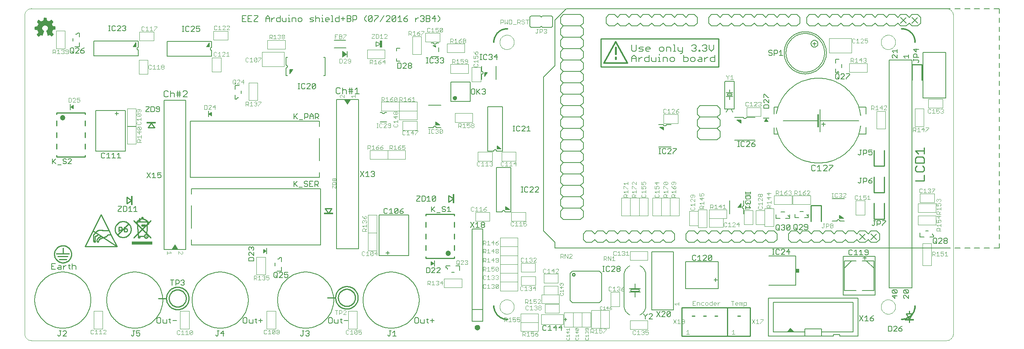
<source format=gto>
G75*
G70*
%OFA0B0*%
%FSLAX24Y24*%
%IPPOS*%
%LPD*%
%AMOC8*
5,1,8,0,0,1.08239X$1,22.5*
%
%ADD10C,0.0060*%
%ADD11C,0.0039*%
%ADD12C,0.0100*%
%ADD13R,0.0149X0.0001*%
%ADD14R,0.0004X0.0001*%
%ADD15R,0.0010X0.0001*%
%ADD16R,0.0017X0.0001*%
%ADD17R,0.0023X0.0001*%
%ADD18R,0.0029X0.0001*%
%ADD19R,0.0034X0.0001*%
%ADD20R,0.0040X0.0001*%
%ADD21R,0.0043X0.0002*%
%ADD22R,0.0047X0.0001*%
%ADD23R,0.0050X0.0001*%
%ADD24R,0.0054X0.0001*%
%ADD25R,0.0059X0.0001*%
%ADD26R,0.0064X0.0001*%
%ADD27R,0.0015X0.0001*%
%ADD28R,0.0067X0.0001*%
%ADD29R,0.0020X0.0001*%
%ADD30R,0.0070X0.0001*%
%ADD31R,0.0024X0.0001*%
%ADD32R,0.0074X0.0001*%
%ADD33R,0.0027X0.0001*%
%ADD34R,0.0076X0.0001*%
%ADD35R,0.0030X0.0001*%
%ADD36R,0.0081X0.0002*%
%ADD37R,0.0036X0.0002*%
%ADD38R,0.0086X0.0001*%
%ADD39R,0.0091X0.0001*%
%ADD40R,0.0046X0.0001*%
%ADD41R,0.0094X0.0001*%
%ADD42R,0.0096X0.0001*%
%ADD43R,0.0053X0.0001*%
%ADD44R,0.0099X0.0001*%
%ADD45R,0.0056X0.0001*%
%ADD46R,0.0104X0.0001*%
%ADD47R,0.0060X0.0001*%
%ADD48R,0.0108X0.0001*%
%ADD49R,0.0112X0.0001*%
%ADD50R,0.0117X0.0001*%
%ADD51R,0.0072X0.0001*%
%ADD52R,0.0120X0.0002*%
%ADD53R,0.0075X0.0002*%
%ADD54R,0.0123X0.0001*%
%ADD55R,0.0078X0.0001*%
%ADD56R,0.0126X0.0001*%
%ADD57R,0.0081X0.0001*%
%ADD58R,0.0131X0.0001*%
%ADD59R,0.0136X0.0001*%
%ADD60R,0.0090X0.0001*%
%ADD61R,0.0139X0.0001*%
%ADD62R,0.0144X0.0001*%
%ADD63R,0.0147X0.0001*%
%ADD64R,0.0101X0.0001*%
%ADD65R,0.0150X0.0001*%
%ADD66R,0.0102X0.0001*%
%ADD67R,0.0153X0.0001*%
%ADD68R,0.0106X0.0001*%
%ADD69R,0.0158X0.0002*%
%ADD70R,0.0109X0.0002*%
%ADD71R,0.0164X0.0001*%
%ADD72R,0.0115X0.0001*%
%ADD73R,0.0168X0.0001*%
%ADD74R,0.0120X0.0001*%
%ADD75R,0.0171X0.0001*%
%ADD76R,0.0123X0.0001*%
%ADD77R,0.0172X0.0001*%
%ADD78R,0.0125X0.0001*%
%ADD79R,0.0175X0.0001*%
%ADD80R,0.0128X0.0001*%
%ADD81R,0.0180X0.0001*%
%ADD82R,0.0132X0.0001*%
%ADD83R,0.0186X0.0001*%
%ADD84R,0.0191X0.0001*%
%ADD85R,0.0141X0.0001*%
%ADD86R,0.0194X0.0001*%
%ADD87R,0.0145X0.0001*%
%ADD88R,0.0196X0.0002*%
%ADD89R,0.0149X0.0002*%
%ADD90R,0.0199X0.0001*%
%ADD91R,0.0151X0.0001*%
%ADD92R,0.0204X0.0001*%
%ADD93R,0.0153X0.0001*%
%ADD94R,0.0207X0.0001*%
%ADD95R,0.0158X0.0001*%
%ADD96R,0.0211X0.0001*%
%ADD97R,0.0162X0.0001*%
%ADD98R,0.0216X0.0001*%
%ADD99R,0.0166X0.0001*%
%ADD100R,0.0219X0.0001*%
%ADD101R,0.0007X0.0001*%
%ADD102R,0.0169X0.0001*%
%ADD103R,0.0222X0.0001*%
%ADD104R,0.0011X0.0001*%
%ADD105R,0.0224X0.0001*%
%ADD106R,0.0014X0.0001*%
%ADD107R,0.0176X0.0001*%
%ADD108R,0.0228X0.0001*%
%ADD109R,0.0018X0.0001*%
%ADD110R,0.0179X0.0001*%
%ADD111R,0.0234X0.0002*%
%ADD112R,0.0024X0.0002*%
%ADD113R,0.0183X0.0002*%
%ADD114R,0.0239X0.0001*%
%ADD115R,0.0189X0.0001*%
%ADD116R,0.0241X0.0001*%
%ADD117R,0.0033X0.0001*%
%ADD118R,0.0012X0.0001*%
%ADD119R,0.0192X0.0001*%
%ADD120R,0.0243X0.0001*%
%ADD121R,0.0038X0.0001*%
%ADD122R,0.0246X0.0001*%
%ADD123R,0.0041X0.0001*%
%ADD124R,0.0019X0.0001*%
%ADD125R,0.0196X0.0001*%
%ADD126R,0.0250X0.0001*%
%ADD127R,0.0044X0.0001*%
%ADD128R,0.0021X0.0001*%
%ADD129R,0.0201X0.0001*%
%ADD130R,0.0254X0.0001*%
%ADD131R,0.0048X0.0001*%
%ADD132R,0.0258X0.0001*%
%ADD133R,0.0054X0.0001*%
%ADD134R,0.0209X0.0001*%
%ADD135R,0.0263X0.0001*%
%ADD136R,0.0213X0.0001*%
%ADD137R,0.0267X0.0001*%
%ADD138R,0.0063X0.0001*%
%ADD139R,0.0270X0.0002*%
%ADD140R,0.0066X0.0002*%
%ADD141R,0.0045X0.0002*%
%ADD142R,0.0219X0.0002*%
%ADD143R,0.0271X0.0001*%
%ADD144R,0.0220X0.0001*%
%ADD145R,0.0274X0.0001*%
%ADD146R,0.0051X0.0001*%
%ADD147R,0.0223X0.0001*%
%ADD148R,0.0278X0.0001*%
%ADD149R,0.0282X0.0001*%
%ADD150R,0.0231X0.0001*%
%ADD151R,0.0288X0.0001*%
%ADD152R,0.0085X0.0001*%
%ADD153R,0.0236X0.0001*%
%ADD154R,0.0289X0.0001*%
%ADD155R,0.0087X0.0001*%
%ADD156R,0.0066X0.0001*%
%ADD157R,0.0292X0.0001*%
%ADD158R,0.0069X0.0001*%
%ADD159R,0.0297X0.0001*%
%ADD160R,0.0300X0.0001*%
%ADD161R,0.0075X0.0001*%
%ADD162R,0.0305X0.0002*%
%ADD163R,0.0101X0.0002*%
%ADD164R,0.0078X0.0002*%
%ADD165R,0.0251X0.0002*%
%ADD166R,0.0309X0.0001*%
%ADD167R,0.0105X0.0001*%
%ADD168R,0.0083X0.0001*%
%ADD169R,0.0255X0.0001*%
%ADD170R,0.0314X0.0001*%
%ADD171R,0.0110X0.0001*%
%ADD172R,0.0087X0.0001*%
%ADD173R,0.0316X0.0001*%
%ADD174R,0.0113X0.0001*%
%ADD175R,0.0262X0.0001*%
%ADD176R,0.0319X0.0001*%
%ADD177R,0.0114X0.0001*%
%ADD178R,0.0093X0.0001*%
%ADD179R,0.0266X0.0001*%
%ADD180R,0.0321X0.0001*%
%ADD181R,0.0096X0.0001*%
%ADD182R,0.0324X0.0001*%
%ADD183R,0.0270X0.0001*%
%ADD184R,0.0329X0.0001*%
%ADD185R,0.0124X0.0001*%
%ADD186R,0.0275X0.0001*%
%ADD187R,0.0333X0.0001*%
%ADD188R,0.0279X0.0001*%
%ADD189R,0.0336X0.0001*%
%ADD190R,0.0111X0.0001*%
%ADD191R,0.0284X0.0001*%
%ADD192R,0.0339X0.0002*%
%ADD193R,0.0134X0.0002*%
%ADD194R,0.0114X0.0002*%
%ADD195R,0.0286X0.0002*%
%ADD196R,0.0342X0.0001*%
%ADD197R,0.0116X0.0001*%
%ADD198R,0.0491X0.0001*%
%ADD199R,0.0492X0.0001*%
%ADD200R,0.0294X0.0001*%
%ADD201R,0.0495X0.0001*%
%ADD202R,0.0299X0.0001*%
%ADD203R,0.0496X0.0001*%
%ADD204R,0.0127X0.0001*%
%ADD205R,0.0301X0.0001*%
%ADD206R,0.0498X0.0001*%
%ADD207R,0.0304X0.0001*%
%ADD208R,0.0501X0.0001*%
%ADD209R,0.0134X0.0001*%
%ADD210R,0.0308X0.0001*%
%ADD211R,0.0135X0.0001*%
%ADD212R,0.0311X0.0001*%
%ADD213R,0.0504X0.0001*%
%ADD214R,0.0138X0.0001*%
%ADD215R,0.0504X0.0002*%
%ADD216R,0.0141X0.0002*%
%ADD217R,0.0318X0.0002*%
%ADD218R,0.0507X0.0001*%
%ADD219R,0.0323X0.0001*%
%ADD220R,0.0326X0.0001*%
%ADD221R,0.0508X0.0001*%
%ADD222R,0.0152X0.0001*%
%ADD223R,0.0330X0.0001*%
%ADD224R,0.0510X0.0001*%
%ADD225R,0.0494X0.0001*%
%ADD226R,0.0512X0.0001*%
%ADD227R,0.0500X0.0001*%
%ADD228R,0.0513X0.0001*%
%ADD229R,0.0501X0.0001*%
%ADD230R,0.0513X0.0002*%
%ADD231R,0.0501X0.0002*%
%ADD232R,0.0503X0.0001*%
%ADD233R,0.0504X0.0001*%
%ADD234R,0.0506X0.0001*%
%ADD235R,0.0513X0.0001*%
%ADD236R,0.0509X0.0001*%
%ADD237R,0.0511X0.0001*%
%ADD238R,0.0514X0.0001*%
%ADD239R,0.0516X0.0001*%
%ADD240R,0.0513X0.0002*%
%ADD241R,0.0519X0.0002*%
%ADD242R,0.0519X0.0001*%
%ADD243R,0.0520X0.0001*%
%ADD244R,0.0522X0.0001*%
%ADD245R,0.0507X0.0001*%
%ADD246R,0.0509X0.0002*%
%ADD247R,0.0520X0.0002*%
%ADD248R,0.0522X0.0001*%
%ADD249R,0.0505X0.0001*%
%ADD250R,0.0502X0.0001*%
%ADD251R,0.0521X0.0001*%
%ADD252R,0.0503X0.0002*%
%ADD253R,0.0519X0.0002*%
%ADD254R,0.0519X0.0001*%
%ADD255R,0.0499X0.0001*%
%ADD256R,0.0517X0.0001*%
%ADD257R,0.0495X0.0002*%
%ADD258R,0.0514X0.0002*%
%ADD259R,0.0515X0.0001*%
%ADD260R,0.0492X0.0001*%
%ADD261R,0.0490X0.0001*%
%ADD262R,0.0490X0.0002*%
%ADD263R,0.0511X0.0002*%
%ADD264R,0.0489X0.0001*%
%ADD265R,0.0489X0.0001*%
%ADD266R,0.0488X0.0001*%
%ADD267R,0.0485X0.0001*%
%ADD268R,0.0483X0.0001*%
%ADD269R,0.0483X0.0002*%
%ADD270R,0.0507X0.0002*%
%ADD271R,0.0483X0.0001*%
%ADD272R,0.0481X0.0001*%
%ADD273R,0.0480X0.0001*%
%ADD274R,0.0480X0.0002*%
%ADD275R,0.0501X0.0002*%
%ADD276R,0.0479X0.0001*%
%ADD277R,0.0477X0.0001*%
%ADD278R,0.0477X0.0001*%
%ADD279R,0.0475X0.0001*%
%ADD280R,0.0474X0.0001*%
%ADD281R,0.0472X0.0001*%
%ADD282R,0.0472X0.0002*%
%ADD283R,0.0498X0.0002*%
%ADD284R,0.0471X0.0001*%
%ADD285R,0.0473X0.0001*%
%ADD286R,0.0471X0.0001*%
%ADD287R,0.0470X0.0001*%
%ADD288R,0.0468X0.0001*%
%ADD289R,0.0469X0.0001*%
%ADD290R,0.0468X0.0002*%
%ADD291R,0.0491X0.0002*%
%ADD292R,0.0466X0.0001*%
%ADD293R,0.0465X0.0001*%
%ADD294R,0.0464X0.0001*%
%ADD295R,0.0462X0.0001*%
%ADD296R,0.0462X0.0002*%
%ADD297R,0.0489X0.0002*%
%ADD298R,0.0461X0.0001*%
%ADD299R,0.0460X0.0001*%
%ADD300R,0.0459X0.0001*%
%ADD301R,0.0484X0.0001*%
%ADD302R,0.0457X0.0001*%
%ADD303R,0.0459X0.0001*%
%ADD304R,0.0458X0.0002*%
%ADD305R,0.0484X0.0002*%
%ADD306R,0.0456X0.0001*%
%ADD307R,0.0455X0.0001*%
%ADD308R,0.0453X0.0001*%
%ADD309R,0.0451X0.0001*%
%ADD310R,0.0453X0.0001*%
%ADD311R,0.0450X0.0001*%
%ADD312R,0.0451X0.0002*%
%ADD313R,0.0478X0.0001*%
%ADD314R,0.0449X0.0001*%
%ADD315R,0.0476X0.0001*%
%ADD316R,0.0447X0.0001*%
%ADD317R,0.0474X0.0001*%
%ADD318R,0.0449X0.0002*%
%ADD319R,0.0476X0.0002*%
%ADD320R,0.0454X0.0001*%
%ADD321R,0.0469X0.0002*%
%ADD322R,0.0468X0.0001*%
%ADD323R,0.0467X0.0001*%
%ADD324R,0.0473X0.0002*%
%ADD325R,0.0468X0.0002*%
%ADD326R,0.0486X0.0002*%
%ADD327R,0.0474X0.0002*%
%ADD328R,0.0487X0.0001*%
%ADD329R,0.0497X0.0001*%
%ADD330R,0.0486X0.0001*%
%ADD331R,0.0500X0.0002*%
%ADD332R,0.0487X0.0002*%
%ADD333R,0.0498X0.0001*%
%ADD334R,0.0524X0.0002*%
%ADD335R,0.0524X0.0001*%
%ADD336R,0.0525X0.0001*%
%ADD337R,0.0528X0.0001*%
%ADD338R,0.0529X0.0001*%
%ADD339R,0.0533X0.0001*%
%ADD340R,0.0534X0.0001*%
%ADD341R,0.0523X0.0001*%
%ADD342R,0.0536X0.0001*%
%ADD343R,0.0537X0.0002*%
%ADD344R,0.0527X0.0002*%
%ADD345R,0.0537X0.0001*%
%ADD346R,0.0528X0.0001*%
%ADD347R,0.0539X0.0001*%
%ADD348R,0.0530X0.0001*%
%ADD349R,0.0540X0.0001*%
%ADD350R,0.0541X0.0001*%
%ADD351R,0.0531X0.0001*%
%ADD352R,0.0543X0.0001*%
%ADD353R,0.0544X0.0001*%
%ADD354R,0.0546X0.0002*%
%ADD355R,0.0536X0.0002*%
%ADD356R,0.0547X0.0001*%
%ADD357R,0.0551X0.0001*%
%ADD358R,0.0552X0.0001*%
%ADD359R,0.0554X0.0001*%
%ADD360R,0.0555X0.0001*%
%ADD361R,0.0555X0.0002*%
%ADD362R,0.0547X0.0002*%
%ADD363R,0.0549X0.0001*%
%ADD364R,0.0548X0.0001*%
%ADD365R,0.0538X0.0001*%
%ADD366R,0.0537X0.0001*%
%ADD367R,0.0533X0.0002*%
%ADD368R,0.0531X0.0001*%
%ADD369R,0.0526X0.0001*%
%ADD370R,0.0518X0.0001*%
%ADD371R,0.0498X0.0002*%
%ADD372R,0.0496X0.0002*%
%ADD373R,0.0486X0.0001*%
%ADD374R,0.0485X0.0002*%
%ADD375R,0.0482X0.0001*%
%ADD376R,0.0477X0.0002*%
%ADD377R,0.0530X0.0002*%
%ADD378R,0.0464X0.0002*%
%ADD379R,0.0561X0.0001*%
%ADD380R,0.0570X0.0001*%
%ADD381R,0.0576X0.0001*%
%ADD382R,0.0581X0.0001*%
%ADD383R,0.0585X0.0001*%
%ADD384R,0.0589X0.0001*%
%ADD385R,0.0600X0.0002*%
%ADD386R,0.0614X0.0001*%
%ADD387R,0.0623X0.0001*%
%ADD388R,0.0630X0.0001*%
%ADD389R,0.0633X0.0001*%
%ADD390R,0.0638X0.0001*%
%ADD391R,0.0645X0.0001*%
%ADD392R,0.0657X0.0001*%
%ADD393R,0.0556X0.0001*%
%ADD394R,0.0669X0.0001*%
%ADD395R,0.0674X0.0001*%
%ADD396R,0.0579X0.0001*%
%ADD397R,0.0676X0.0002*%
%ADD398R,0.0585X0.0002*%
%ADD399R,0.0678X0.0001*%
%ADD400R,0.0590X0.0001*%
%ADD401R,0.0679X0.0001*%
%ADD402R,0.0596X0.0001*%
%ADD403R,0.0681X0.0001*%
%ADD404R,0.0606X0.0001*%
%ADD405R,0.0620X0.0001*%
%ADD406R,0.0682X0.0001*%
%ADD407R,0.0633X0.0001*%
%ADD408R,0.0684X0.0001*%
%ADD409R,0.0639X0.0001*%
%ADD410R,0.0649X0.0001*%
%ADD411R,0.0684X0.0001*%
%ADD412R,0.0655X0.0001*%
%ADD413R,0.0683X0.0002*%
%ADD414R,0.0664X0.0002*%
%ADD415R,0.0683X0.0001*%
%ADD416R,0.0670X0.0001*%
%ADD417R,0.0671X0.0001*%
%ADD418R,0.0681X0.0001*%
%ADD419R,0.0672X0.0001*%
%ADD420R,0.0680X0.0001*%
%ADD421R,0.0675X0.0001*%
%ADD422R,0.0676X0.0001*%
%ADD423R,0.0680X0.0002*%
%ADD424R,0.0678X0.0002*%
%ADD425R,0.0678X0.0001*%
%ADD426R,0.0675X0.0002*%
%ADD427R,0.0672X0.0002*%
%ADD428R,0.0672X0.0001*%
%ADD429R,0.0671X0.0002*%
%ADD430R,0.0670X0.0002*%
%ADD431R,0.0669X0.0001*%
%ADD432R,0.0667X0.0001*%
%ADD433R,0.0669X0.0002*%
%ADD434R,0.0667X0.0002*%
%ADD435R,0.0668X0.0001*%
%ADD436R,0.0666X0.0001*%
%ADD437R,0.0668X0.0002*%
%ADD438R,0.0666X0.0002*%
%ADD439R,0.0666X0.0001*%
%ADD440R,0.0664X0.0001*%
%ADD441R,0.0663X0.0001*%
%ADD442R,0.0666X0.0002*%
%ADD443R,0.0663X0.0002*%
%ADD444R,0.0665X0.0001*%
%ADD445R,0.0674X0.0002*%
%ADD446R,0.0677X0.0001*%
%ADD447R,0.0678X0.0002*%
%ADD448R,0.0682X0.0002*%
%ADD449R,0.0686X0.0001*%
%ADD450R,0.0686X0.0002*%
%ADD451R,0.0687X0.0001*%
%ADD452R,0.0689X0.0001*%
%ADD453R,0.0653X0.0001*%
%ADD454R,0.0641X0.0001*%
%ADD455R,0.0626X0.0001*%
%ADD456R,0.0616X0.0001*%
%ADD457R,0.0687X0.0001*%
%ADD458R,0.0612X0.0001*%
%ADD459R,0.0688X0.0001*%
%ADD460R,0.0606X0.0001*%
%ADD461R,0.0601X0.0001*%
%ADD462R,0.0591X0.0002*%
%ADD463R,0.0567X0.0001*%
%ADD464R,0.0560X0.0001*%
%ADD465R,0.0659X0.0001*%
%ADD466R,0.0516X0.0001*%
%ADD467R,0.0639X0.0001*%
%ADD468R,0.0502X0.0002*%
%ADD469R,0.0633X0.0002*%
%ADD470R,0.0608X0.0001*%
%ADD471R,0.0582X0.0001*%
%ADD472R,0.0577X0.0001*%
%ADD473R,0.0569X0.0002*%
%ADD474R,0.0546X0.0001*%
%ADD475R,0.0486X0.0002*%
%ADD476R,0.0493X0.0001*%
%ADD477R,0.0516X0.0002*%
%ADD478R,0.0532X0.0001*%
%ADD479R,0.0534X0.0002*%
%ADD480R,0.0535X0.0002*%
%ADD481R,0.0543X0.0001*%
%ADD482R,0.0553X0.0001*%
%ADD483R,0.0559X0.0001*%
%ADD484R,0.0564X0.0001*%
%ADD485R,0.0564X0.0001*%
%ADD486R,0.0567X0.0001*%
%ADD487R,0.0569X0.0001*%
%ADD488R,0.0570X0.0002*%
%ADD489R,0.0571X0.0002*%
%ADD490R,0.0571X0.0001*%
%ADD491R,0.0573X0.0001*%
%ADD492R,0.0574X0.0001*%
%ADD493R,0.0576X0.0001*%
%ADD494R,0.0600X0.0001*%
%ADD495R,0.0611X0.0001*%
%ADD496R,0.0618X0.0001*%
%ADD497R,0.0621X0.0001*%
%ADD498R,0.1269X0.0001*%
%ADD499R,0.1267X0.0001*%
%ADD500R,0.1266X0.0001*%
%ADD501R,0.1266X0.0002*%
%ADD502R,0.1264X0.0001*%
%ADD503R,0.1261X0.0001*%
%ADD504R,0.1260X0.0001*%
%ADD505R,0.1259X0.0001*%
%ADD506R,0.1256X0.0001*%
%ADD507R,0.1254X0.0001*%
%ADD508R,0.1253X0.0001*%
%ADD509R,0.1251X0.0001*%
%ADD510R,0.1251X0.0002*%
%ADD511R,0.1248X0.0001*%
%ADD512R,0.1245X0.0001*%
%ADD513R,0.1244X0.0001*%
%ADD514R,0.1242X0.0001*%
%ADD515R,0.1239X0.0001*%
%ADD516R,0.1237X0.0001*%
%ADD517R,0.1236X0.0002*%
%ADD518R,0.1233X0.0001*%
%ADD519R,0.1230X0.0001*%
%ADD520R,0.1229X0.0001*%
%ADD521R,0.1227X0.0001*%
%ADD522R,0.1226X0.0001*%
%ADD523R,0.1224X0.0001*%
%ADD524R,0.1223X0.0002*%
%ADD525R,0.1219X0.0001*%
%ADD526R,0.1216X0.0001*%
%ADD527R,0.1215X0.0001*%
%ADD528R,0.1214X0.0001*%
%ADD529R,0.1212X0.0001*%
%ADD530R,0.1209X0.0001*%
%ADD531R,0.1207X0.0002*%
%ADD532R,0.1206X0.0001*%
%ADD533R,0.1204X0.0001*%
%ADD534R,0.1201X0.0001*%
%ADD535R,0.1200X0.0001*%
%ADD536R,0.1199X0.0001*%
%ADD537R,0.1196X0.0001*%
%ADD538R,0.1194X0.0001*%
%ADD539R,0.1193X0.0001*%
%ADD540R,0.1191X0.0001*%
%ADD541R,0.1191X0.0002*%
%ADD542R,0.1188X0.0001*%
%ADD543R,0.1185X0.0001*%
%ADD544R,0.1184X0.0001*%
%ADD545R,0.1181X0.0001*%
%ADD546R,0.1177X0.0001*%
%ADD547R,0.1176X0.0001*%
%ADD548R,0.1174X0.0001*%
%ADD549R,0.1173X0.0001*%
%ADD550R,0.1170X0.0002*%
%ADD551R,0.1170X0.0001*%
%ADD552R,0.1169X0.0001*%
%ADD553R,0.1166X0.0001*%
%ADD554R,0.1164X0.0001*%
%ADD555R,0.1163X0.0001*%
%ADD556R,0.1163X0.0002*%
%ADD557R,0.1167X0.0001*%
%ADD558R,0.1171X0.0001*%
%ADD559R,0.1179X0.0001*%
%ADD560R,0.1182X0.0001*%
%ADD561R,0.1182X0.0002*%
%ADD562R,0.1188X0.0001*%
%ADD563R,0.1190X0.0001*%
%ADD564R,0.1197X0.0001*%
%ADD565R,0.1204X0.0002*%
%ADD566R,0.1207X0.0001*%
%ADD567R,0.1210X0.0001*%
%ADD568R,0.1213X0.0001*%
%ADD569R,0.1217X0.0001*%
%ADD570R,0.1218X0.0001*%
%ADD571R,0.1220X0.0001*%
%ADD572R,0.1221X0.0001*%
%ADD573R,0.1223X0.0001*%
%ADD574R,0.1226X0.0002*%
%ADD575R,0.1236X0.0001*%
%ADD576R,0.1239X0.0001*%
%ADD577R,0.1240X0.0001*%
%ADD578R,0.1243X0.0001*%
%ADD579R,0.1248X0.0002*%
%ADD580R,0.1248X0.0001*%
%ADD581R,0.1251X0.0001*%
%ADD582R,0.1257X0.0001*%
%ADD583R,0.1263X0.0001*%
%ADD584R,0.1267X0.0002*%
%ADD585R,0.1270X0.0001*%
%ADD586R,0.1274X0.0001*%
%ADD587R,0.1275X0.0001*%
%ADD588R,0.1278X0.0001*%
%ADD589R,0.1280X0.0001*%
%ADD590R,0.1281X0.0001*%
%ADD591R,0.1284X0.0001*%
%ADD592R,0.1286X0.0001*%
%ADD593R,0.1289X0.0001*%
%ADD594R,0.1290X0.0002*%
%ADD595R,0.1291X0.0001*%
%ADD596R,0.1294X0.0001*%
%ADD597R,0.1296X0.0001*%
%ADD598R,0.1299X0.0001*%
%ADD599R,0.1300X0.0001*%
%ADD600R,0.1302X0.0001*%
%ADD601R,0.1304X0.0001*%
%ADD602R,0.1306X0.0001*%
%ADD603R,0.1308X0.0001*%
%ADD604R,0.1311X0.0002*%
%ADD605R,0.1313X0.0001*%
%ADD606R,0.1316X0.0001*%
%ADD607R,0.1317X0.0001*%
%ADD608R,0.1320X0.0001*%
%ADD609R,0.1323X0.0001*%
%ADD610R,0.1326X0.0001*%
%ADD611R,0.1329X0.0001*%
%ADD612R,0.1332X0.0002*%
%ADD613R,0.1335X0.0001*%
%ADD614R,0.1336X0.0001*%
%ADD615R,0.1340X0.0001*%
%ADD616R,0.1343X0.0001*%
%ADD617R,0.1346X0.0001*%
%ADD618R,0.1347X0.0001*%
%ADD619R,0.1350X0.0001*%
%ADD620R,0.1353X0.0002*%
%ADD621R,0.1356X0.0001*%
%ADD622R,0.1357X0.0001*%
%ADD623R,0.1360X0.0001*%
%ADD624R,0.1364X0.0001*%
%ADD625R,0.1365X0.0001*%
%ADD626R,0.1368X0.0001*%
%ADD627R,0.1369X0.0001*%
%ADD628R,0.1373X0.0001*%
%ADD629R,0.1374X0.0002*%
%ADD630R,0.1377X0.0001*%
%ADD631R,0.1379X0.0001*%
%ADD632R,0.1380X0.0001*%
%ADD633R,0.1383X0.0001*%
%ADD634R,0.1386X0.0001*%
%ADD635R,0.1387X0.0001*%
%ADD636R,0.1391X0.0001*%
%ADD637R,0.1394X0.0001*%
%ADD638R,0.1395X0.0002*%
%ADD639R,0.1398X0.0001*%
%ADD640R,0.1401X0.0001*%
%ADD641R,0.1403X0.0001*%
%ADD642R,0.1406X0.0001*%
%ADD643R,0.1407X0.0001*%
%ADD644R,0.1409X0.0001*%
%ADD645R,0.1411X0.0001*%
%ADD646R,0.1414X0.0001*%
%ADD647R,0.1416X0.0002*%
%ADD648R,0.1419X0.0001*%
%ADD649R,0.1421X0.0001*%
%ADD650R,0.1422X0.0001*%
%ADD651R,0.1424X0.0001*%
%ADD652R,0.1426X0.0001*%
%ADD653R,0.1428X0.0001*%
%ADD654R,0.1429X0.0002*%
%ADD655R,0.1429X0.0001*%
%ADD656R,0.1425X0.0001*%
%ADD657R,0.1421X0.0002*%
%ADD658R,0.1418X0.0001*%
%ADD659R,0.1416X0.0001*%
%ADD660R,0.1413X0.0001*%
%ADD661R,0.1410X0.0001*%
%ADD662R,0.1404X0.0001*%
%ADD663R,0.1401X0.0001*%
%ADD664R,0.0346X0.0001*%
%ADD665R,0.1044X0.0001*%
%ADD666R,0.0342X0.0002*%
%ADD667R,0.1040X0.0002*%
%ADD668R,0.0337X0.0001*%
%ADD669R,0.1034X0.0001*%
%ADD670R,0.0357X0.0001*%
%ADD671R,0.0660X0.0001*%
%ADD672R,0.0353X0.0001*%
%ADD673R,0.0327X0.0001*%
%ADD674R,0.0349X0.0001*%
%ADD675R,0.0321X0.0001*%
%ADD676R,0.0648X0.0001*%
%ADD677R,0.0344X0.0001*%
%ADD678R,0.0317X0.0001*%
%ADD679R,0.0339X0.0001*%
%ADD680R,0.0312X0.0001*%
%ADD681R,0.0631X0.0001*%
%ADD682R,0.0334X0.0001*%
%ADD683R,0.0309X0.0001*%
%ADD684R,0.0307X0.0002*%
%ADD685R,0.0623X0.0002*%
%ADD686R,0.0327X0.0002*%
%ADD687R,0.0618X0.0001*%
%ADD688R,0.0297X0.0001*%
%ADD689R,0.0607X0.0001*%
%ADD690R,0.0320X0.0001*%
%ADD691R,0.0293X0.0001*%
%ADD692R,0.0599X0.0001*%
%ADD693R,0.0313X0.0001*%
%ADD694R,0.0285X0.0001*%
%ADD695R,0.0584X0.0001*%
%ADD696R,0.0303X0.0001*%
%ADD697R,0.0281X0.0001*%
%ADD698R,0.0273X0.0002*%
%ADD699R,0.0563X0.0002*%
%ADD700R,0.0293X0.0002*%
%ADD701R,0.0264X0.0001*%
%ADD702R,0.0259X0.0001*%
%ADD703R,0.0256X0.0001*%
%ADD704R,0.0276X0.0001*%
%ADD705R,0.0252X0.0001*%
%ADD706R,0.0273X0.0001*%
%ADD707R,0.0248X0.0001*%
%ADD708R,0.0269X0.0001*%
%ADD709R,0.0245X0.0001*%
%ADD710R,0.0240X0.0001*%
%ADD711R,0.0237X0.0002*%
%ADD712R,0.0256X0.0002*%
%ADD713R,0.0234X0.0001*%
%ADD714R,0.0232X0.0001*%
%ADD715R,0.0251X0.0001*%
%ADD716R,0.0228X0.0001*%
%ADD717R,0.0246X0.0001*%
%ADD718R,0.0456X0.0001*%
%ADD719R,0.0219X0.0001*%
%ADD720R,0.0444X0.0001*%
%ADD721R,0.0237X0.0001*%
%ADD722R,0.0214X0.0001*%
%ADD723R,0.0436X0.0001*%
%ADD724R,0.0432X0.0001*%
%ADD725R,0.0231X0.0001*%
%ADD726R,0.0210X0.0001*%
%ADD727R,0.0426X0.0001*%
%ADD728R,0.0420X0.0001*%
%ADD729R,0.0226X0.0001*%
%ADD730R,0.0204X0.0002*%
%ADD731R,0.0409X0.0002*%
%ADD732R,0.0222X0.0002*%
%ADD733R,0.0391X0.0001*%
%ADD734R,0.0217X0.0001*%
%ADD735R,0.0376X0.0001*%
%ADD736R,0.0368X0.0001*%
%ADD737R,0.0189X0.0001*%
%ADD738R,0.0361X0.0001*%
%ADD739R,0.0206X0.0001*%
%ADD740R,0.0186X0.0001*%
%ADD741R,0.0356X0.0001*%
%ADD742R,0.0181X0.0001*%
%ADD743R,0.0345X0.0001*%
%ADD744R,0.0173X0.0001*%
%ADD745R,0.0331X0.0001*%
%ADD746R,0.0190X0.0001*%
%ADD747R,0.0168X0.0001*%
%ADD748R,0.0165X0.0002*%
%ADD749R,0.0162X0.0001*%
%ADD750R,0.0159X0.0001*%
%ADD751R,0.0177X0.0001*%
%ADD752R,0.0156X0.0001*%
%ADD753R,0.0324X0.0001*%
%ADD754R,0.0174X0.0001*%
%ADD755R,0.0167X0.0001*%
%ADD756R,0.0146X0.0001*%
%ADD757R,0.0163X0.0001*%
%ADD758R,0.0141X0.0001*%
%ADD759R,0.0140X0.0001*%
%ADD760R,0.0137X0.0001*%
%ADD761R,0.0133X0.0001*%
%ADD762R,0.0129X0.0002*%
%ADD763R,0.0321X0.0002*%
%ADD764R,0.0146X0.0002*%
%ADD765R,0.0119X0.0001*%
%ADD766R,0.0129X0.0001*%
%ADD767R,0.0111X0.0001*%
%ADD768R,0.0126X0.0001*%
%ADD769R,0.0318X0.0001*%
%ADD770R,0.0097X0.0001*%
%ADD771R,0.0315X0.0001*%
%ADD772R,0.0089X0.0002*%
%ADD773R,0.0315X0.0002*%
%ADD774R,0.0105X0.0002*%
%ADD775R,0.0079X0.0001*%
%ADD776R,0.0089X0.0001*%
%ADD777R,0.0069X0.0001*%
%ADD778R,0.0084X0.0001*%
%ADD779R,0.0057X0.0001*%
%ADD780R,0.0052X0.0002*%
%ADD781R,0.0311X0.0002*%
%ADD782R,0.0066X0.0002*%
%ADD783R,0.0061X0.0001*%
%ADD784R,0.0042X0.0001*%
%ADD785R,0.0055X0.0001*%
%ADD786R,0.0039X0.0001*%
%ADD787R,0.0052X0.0001*%
%ADD788R,0.0036X0.0001*%
%ADD789R,0.0049X0.0001*%
%ADD790R,0.0307X0.0001*%
%ADD791R,0.0045X0.0001*%
%ADD792R,0.0022X0.0001*%
%ADD793R,0.0035X0.0001*%
%ADD794R,0.0025X0.0002*%
%ADD795R,0.0306X0.0001*%
%ADD796R,0.0018X0.0001*%
%ADD797R,0.0008X0.0001*%
%ADD798R,0.0300X0.0002*%
%ADD799R,0.0296X0.0001*%
%ADD800R,0.0294X0.0002*%
%ADD801R,0.0294X0.0001*%
%ADD802R,0.0291X0.0001*%
%ADD803R,0.0291X0.0002*%
%ADD804R,0.0286X0.0001*%
%ADD805R,0.0281X0.0002*%
%ADD806R,0.0277X0.0001*%
%ADD807R,0.0276X0.0001*%
%ADD808R,0.0266X0.0002*%
%ADD809R,0.0264X0.0001*%
%ADD810R,0.0261X0.0001*%
%ADD811R,0.0259X0.0002*%
%ADD812R,0.0254X0.0002*%
%ADD813R,0.0248X0.0002*%
%ADD814R,0.0218X0.0002*%
%ADD815R,0.0157X0.0001*%
%ADD816C,0.0040*%
%ADD817C,0.0070*%
%ADD818C,0.0150*%
%ADD819C,0.0120*%
%ADD820C,0.0050*%
%ADD821C,0.0030*%
%ADD822C,0.0090*%
%ADD823C,0.0472*%
%ADD824R,0.0079X0.0551*%
%ADD825C,0.0020*%
%ADD826R,0.0827X0.0118*%
%ADD827C,0.0080*%
%ADD828R,0.0300X0.0340*%
%ADD829R,0.0551X0.0079*%
%ADD830R,0.1800X0.0300*%
%ADD831R,0.0118X0.1181*%
%ADD832C,0.0000*%
%ADD833R,0.0240X0.0620*%
%ADD834R,0.0118X0.0827*%
D10*
X015326Y004667D02*
X015409Y004583D01*
X015576Y004583D01*
X015659Y004667D01*
X015659Y005000D01*
X015576Y005084D01*
X015409Y005084D01*
X015326Y005000D01*
X015326Y004667D01*
X015841Y004667D02*
X015925Y004583D01*
X016175Y004583D01*
X016175Y004917D01*
X016357Y004917D02*
X016524Y004917D01*
X016440Y005000D02*
X016440Y004667D01*
X016524Y004583D01*
X016701Y004834D02*
X017034Y004834D01*
X015841Y004917D02*
X015841Y004667D01*
X022888Y004667D02*
X022972Y004583D01*
X023138Y004583D01*
X023222Y004667D01*
X023222Y005000D01*
X023138Y005084D01*
X022972Y005084D01*
X022888Y005000D01*
X022888Y004667D01*
X023404Y004667D02*
X023487Y004583D01*
X023738Y004583D01*
X023738Y004917D01*
X023920Y004917D02*
X024086Y004917D01*
X024003Y005000D02*
X024003Y004667D01*
X024086Y004583D01*
X024263Y004834D02*
X024597Y004834D01*
X024430Y005000D02*
X024430Y004667D01*
X023404Y004667D02*
X023404Y004917D01*
X030376Y005000D02*
X030376Y004667D01*
X030459Y004583D01*
X030626Y004583D01*
X030709Y004667D01*
X030709Y005000D01*
X030626Y005084D01*
X030459Y005084D01*
X030376Y005000D01*
X030891Y004917D02*
X030891Y004667D01*
X030975Y004583D01*
X031225Y004583D01*
X031225Y004917D01*
X031407Y004917D02*
X031574Y004917D01*
X031490Y005000D02*
X031490Y004667D01*
X031574Y004583D01*
X031751Y004834D02*
X032084Y004834D01*
X037938Y005000D02*
X037938Y004667D01*
X038022Y004583D01*
X038188Y004583D01*
X038272Y004667D01*
X038272Y005000D01*
X038188Y005084D01*
X038022Y005084D01*
X037938Y005000D01*
X038454Y004917D02*
X038454Y004667D01*
X038537Y004583D01*
X038788Y004583D01*
X038788Y004917D01*
X038970Y004917D02*
X039136Y004917D01*
X039053Y005000D02*
X039053Y004667D01*
X039136Y004583D01*
X039313Y004834D02*
X039647Y004834D01*
X039480Y005000D02*
X039480Y004667D01*
X041166Y009073D02*
X041426Y009073D01*
X041896Y009243D02*
X041896Y009633D01*
X041536Y009633D01*
X041056Y009633D02*
X040696Y009633D01*
X040696Y009473D01*
X040696Y009474D02*
X040717Y009472D01*
X040737Y009466D01*
X040755Y009458D01*
X040772Y009445D01*
X040787Y009431D01*
X040799Y009414D01*
X040807Y009395D01*
X040812Y009375D01*
X040814Y009354D01*
X040812Y009333D01*
X040806Y009313D01*
X039571Y009806D02*
X039397Y009806D01*
X039397Y009864D02*
X039586Y009864D01*
X039622Y009840D02*
X039397Y009990D01*
X039397Y009690D01*
X039622Y009840D01*
X039498Y009923D02*
X039397Y009923D01*
X039397Y009981D02*
X039410Y009981D01*
X039397Y009747D02*
X039483Y009747D01*
X037420Y010517D02*
X034821Y010517D01*
X034821Y014100D01*
X037420Y014100D01*
X037420Y010517D01*
X035725Y010778D02*
X035425Y010778D01*
X035575Y010928D02*
X035575Y010628D01*
X026251Y010353D02*
X026251Y009993D01*
X026251Y010353D02*
X026091Y010353D01*
X026089Y010332D01*
X026083Y010312D01*
X026075Y010294D01*
X026062Y010277D01*
X026048Y010262D01*
X026031Y010250D01*
X026012Y010242D01*
X025992Y010237D01*
X025971Y010235D01*
X025950Y010237D01*
X025930Y010243D01*
X025691Y009883D02*
X025691Y009623D01*
X025861Y009153D02*
X026251Y009153D01*
X026251Y009513D01*
X024896Y010928D02*
X024671Y010778D01*
X024671Y011078D01*
X024896Y010928D01*
X024879Y010917D02*
X024671Y010917D01*
X024671Y010859D02*
X024791Y010859D01*
X024704Y010800D02*
X024671Y010800D01*
X024671Y010976D02*
X024824Y010976D01*
X024736Y011034D02*
X024671Y011034D01*
X008213Y009583D02*
X008213Y009333D01*
X008213Y009583D02*
X008130Y009667D01*
X007963Y009667D01*
X007879Y009583D01*
X007702Y009667D02*
X007536Y009667D01*
X007619Y009750D02*
X007619Y009416D01*
X007702Y009333D01*
X007879Y009333D02*
X007879Y009833D01*
X007356Y009667D02*
X007273Y009667D01*
X007106Y009500D01*
X007106Y009333D02*
X007106Y009667D01*
X006924Y009583D02*
X006924Y009333D01*
X006674Y009333D01*
X006590Y009416D01*
X006674Y009500D01*
X006924Y009500D01*
X006924Y009583D02*
X006840Y009667D01*
X006674Y009667D01*
X006408Y009833D02*
X006075Y009833D01*
X006075Y009333D01*
X006408Y009333D01*
X006241Y009583D02*
X006075Y009583D01*
X009946Y019682D02*
X009946Y023264D01*
X012545Y023264D01*
X012545Y019682D01*
X009946Y019682D01*
X011791Y022854D02*
X011791Y023154D01*
X011941Y023004D02*
X011641Y023004D01*
X007996Y023428D02*
X007771Y023578D01*
X007996Y023728D01*
X007996Y023428D01*
X007996Y023436D02*
X007983Y023436D01*
X007996Y023495D02*
X007896Y023495D01*
X007808Y023553D02*
X007996Y023553D01*
X007996Y023612D02*
X007821Y023612D01*
X007909Y023670D02*
X007996Y023670D01*
X015951Y024542D02*
X016041Y024452D01*
X016221Y024452D01*
X016311Y024542D01*
X016503Y024452D02*
X016503Y024993D01*
X016593Y024812D02*
X016773Y024812D01*
X016863Y024722D01*
X016863Y024452D01*
X017055Y024632D02*
X017416Y024632D01*
X017416Y024812D02*
X017326Y024812D01*
X017055Y024812D01*
X017146Y024993D02*
X017146Y024452D01*
X017326Y024452D02*
X017326Y024993D01*
X017608Y024902D02*
X017698Y024993D01*
X017878Y024993D01*
X017968Y024902D01*
X017968Y024812D01*
X017608Y024452D01*
X017968Y024452D01*
X016593Y024812D02*
X016503Y024722D01*
X016311Y024902D02*
X016221Y024993D01*
X016041Y024993D01*
X015951Y024902D01*
X015951Y024542D01*
X019896Y022953D02*
X020121Y022803D01*
X020121Y023103D01*
X019896Y022953D01*
X019918Y022968D02*
X020121Y022968D01*
X020121Y022910D02*
X019961Y022910D01*
X020048Y022851D02*
X020121Y022851D01*
X020121Y023027D02*
X020006Y023027D01*
X020094Y023085D02*
X020121Y023085D01*
X022166Y024278D02*
X022326Y024278D01*
X022325Y024278D02*
X022327Y024299D01*
X022333Y024319D01*
X022341Y024337D01*
X022354Y024354D01*
X022368Y024369D01*
X022385Y024381D01*
X022404Y024389D01*
X022424Y024394D01*
X022445Y024396D01*
X022466Y024394D01*
X022486Y024388D01*
X022166Y024278D02*
X022166Y024638D01*
X022726Y024748D02*
X022726Y025008D01*
X022166Y025118D02*
X022166Y025478D01*
X022556Y025478D01*
X026651Y026338D02*
X026791Y026338D01*
X026651Y026338D02*
X026651Y027008D01*
X026672Y027010D01*
X026692Y027015D01*
X026711Y027024D01*
X026728Y027036D01*
X026743Y027051D01*
X026755Y027068D01*
X026764Y027087D01*
X026769Y027107D01*
X026771Y027128D01*
X026769Y027149D01*
X026764Y027169D01*
X026755Y027188D01*
X026743Y027205D01*
X026728Y027220D01*
X026711Y027232D01*
X026692Y027241D01*
X026672Y027246D01*
X026651Y027248D01*
X026651Y027918D01*
X026791Y027918D01*
X026996Y026853D02*
X027246Y026853D01*
X026996Y026503D01*
X026996Y026853D01*
X026996Y026829D02*
X027228Y026829D01*
X027187Y026771D02*
X026996Y026771D01*
X026996Y026712D02*
X027145Y026712D01*
X027103Y026654D02*
X026996Y026654D01*
X026996Y026595D02*
X027061Y026595D01*
X027020Y026537D02*
X026996Y026537D01*
X029951Y026338D02*
X030091Y026338D01*
X030091Y027918D01*
X029951Y027918D01*
X031621Y027978D02*
X031621Y028453D01*
X031946Y028203D01*
X031621Y027978D01*
X031621Y027999D02*
X031651Y027999D01*
X031621Y028058D02*
X031736Y028058D01*
X031820Y028116D02*
X031621Y028116D01*
X031621Y028175D02*
X031905Y028175D01*
X031906Y028233D02*
X031621Y028233D01*
X031621Y028292D02*
X031830Y028292D01*
X031754Y028350D02*
X031621Y028350D01*
X031621Y028409D02*
X031678Y028409D01*
X036336Y028493D02*
X036336Y028713D01*
X036656Y028713D01*
X036336Y027813D02*
X036336Y027593D01*
X036656Y027593D01*
X039386Y028003D02*
X040056Y028003D01*
X040061Y028423D02*
X040061Y028783D01*
X039796Y028828D02*
X039546Y028978D01*
X039796Y028978D01*
X039796Y028828D01*
X039796Y028877D02*
X039715Y028877D01*
X039796Y028935D02*
X039617Y028935D01*
X039601Y029203D02*
X039386Y029203D01*
X039601Y029203D02*
X039603Y029182D01*
X039608Y029162D01*
X039617Y029143D01*
X039629Y029126D01*
X039644Y029111D01*
X039661Y029099D01*
X039680Y029090D01*
X039700Y029085D01*
X039721Y029083D01*
X039742Y029085D01*
X039762Y029090D01*
X039781Y029099D01*
X039798Y029111D01*
X039813Y029126D01*
X039825Y029143D01*
X039834Y029162D01*
X039839Y029182D01*
X039841Y029203D01*
X040056Y029203D01*
X039994Y031078D02*
X040161Y031245D01*
X040161Y031412D01*
X039994Y031579D01*
X039729Y031579D02*
X039479Y031329D01*
X039812Y031329D01*
X039729Y031579D02*
X039729Y031078D01*
X039297Y031162D02*
X039213Y031078D01*
X038963Y031078D01*
X038963Y031579D01*
X039213Y031579D01*
X039297Y031495D01*
X039297Y031412D01*
X039213Y031329D01*
X038963Y031329D01*
X038781Y031412D02*
X038698Y031329D01*
X038781Y031245D01*
X038781Y031162D01*
X038698Y031078D01*
X038531Y031078D01*
X038447Y031162D01*
X038614Y031329D02*
X038698Y031329D01*
X038781Y031412D02*
X038781Y031495D01*
X038698Y031579D01*
X038531Y031579D01*
X038447Y031495D01*
X038268Y031412D02*
X038184Y031412D01*
X038018Y031245D01*
X038018Y031078D02*
X038018Y031412D01*
X037320Y031245D02*
X037237Y031329D01*
X036986Y031329D01*
X036986Y031162D01*
X037070Y031078D01*
X037237Y031078D01*
X037320Y031162D01*
X037320Y031245D01*
X037153Y031495D02*
X036986Y031329D01*
X037153Y031495D02*
X037320Y031579D01*
X036638Y031579D02*
X036471Y031412D01*
X036289Y031495D02*
X035955Y031162D01*
X036038Y031078D01*
X036205Y031078D01*
X036289Y031162D01*
X036289Y031495D01*
X036205Y031579D01*
X036038Y031579D01*
X035955Y031495D01*
X035955Y031162D01*
X035773Y031078D02*
X035439Y031078D01*
X035773Y031412D01*
X035773Y031495D01*
X035690Y031579D01*
X035523Y031579D01*
X035439Y031495D01*
X035257Y031579D02*
X034924Y031078D01*
X034742Y031495D02*
X034408Y031162D01*
X034408Y031078D01*
X034226Y031162D02*
X034143Y031078D01*
X033976Y031078D01*
X033893Y031162D01*
X034226Y031495D01*
X034226Y031162D01*
X034226Y031495D02*
X034143Y031579D01*
X033976Y031579D01*
X033893Y031495D01*
X033893Y031162D01*
X033716Y031078D02*
X033549Y031245D01*
X033549Y031412D01*
X033716Y031579D01*
X034408Y031579D02*
X034742Y031579D01*
X034742Y031495D01*
X036471Y031078D02*
X036804Y031078D01*
X036638Y031078D02*
X036638Y031579D01*
X039213Y031329D02*
X039297Y031245D01*
X039297Y031162D01*
X032851Y031329D02*
X032768Y031245D01*
X032517Y031245D01*
X032517Y031078D02*
X032517Y031579D01*
X032768Y031579D01*
X032851Y031495D01*
X032851Y031329D01*
X032335Y031412D02*
X032252Y031329D01*
X032002Y031329D01*
X031820Y031329D02*
X031486Y031329D01*
X031304Y031412D02*
X031054Y031412D01*
X030971Y031329D01*
X030971Y031162D01*
X031054Y031078D01*
X031304Y031078D01*
X031304Y031579D01*
X031653Y031495D02*
X031653Y031162D01*
X032002Y031078D02*
X032252Y031078D01*
X032335Y031162D01*
X032335Y031245D01*
X032252Y031329D01*
X032335Y031412D02*
X032335Y031495D01*
X032252Y031579D01*
X032002Y031579D01*
X032002Y031078D01*
X030794Y031078D02*
X030627Y031078D01*
X030710Y031078D02*
X030710Y031579D01*
X030627Y031579D01*
X030445Y031329D02*
X030445Y031245D01*
X030111Y031245D01*
X030111Y031162D02*
X030111Y031329D01*
X030195Y031412D01*
X030361Y031412D01*
X030445Y031329D01*
X030361Y031078D02*
X030195Y031078D01*
X030111Y031162D01*
X029934Y031078D02*
X029767Y031078D01*
X029851Y031078D02*
X029851Y031412D01*
X029767Y031412D01*
X029851Y031579D02*
X029851Y031662D01*
X029585Y031329D02*
X029585Y031078D01*
X029585Y031329D02*
X029502Y031412D01*
X029335Y031412D01*
X029252Y031329D01*
X029070Y031412D02*
X028820Y031412D01*
X028736Y031329D01*
X028820Y031245D01*
X028986Y031245D01*
X029070Y031162D01*
X028986Y031078D01*
X028736Y031078D01*
X029252Y031078D02*
X029252Y031579D01*
X028038Y031329D02*
X027955Y031412D01*
X027788Y031412D01*
X027705Y031329D01*
X027705Y031162D01*
X027788Y031078D01*
X027955Y031078D01*
X028038Y031162D01*
X028038Y031329D01*
X027523Y031329D02*
X027523Y031078D01*
X027523Y031329D02*
X027439Y031412D01*
X027189Y031412D01*
X027189Y031078D01*
X027012Y031078D02*
X026845Y031078D01*
X026929Y031078D02*
X026929Y031412D01*
X026845Y031412D01*
X026663Y031412D02*
X026663Y031078D01*
X026413Y031078D01*
X026330Y031162D01*
X026330Y031412D01*
X026148Y031412D02*
X025898Y031412D01*
X025814Y031329D01*
X025814Y031162D01*
X025898Y031078D01*
X026148Y031078D01*
X026148Y031579D01*
X025635Y031412D02*
X025551Y031412D01*
X025384Y031245D01*
X025384Y031078D02*
X025384Y031412D01*
X025202Y031412D02*
X025202Y031078D01*
X025202Y031329D02*
X024869Y031329D01*
X024869Y031412D02*
X025036Y031579D01*
X025202Y031412D01*
X024869Y031412D02*
X024869Y031078D01*
X024171Y031078D02*
X023838Y031078D01*
X023838Y031162D01*
X024171Y031495D01*
X024171Y031579D01*
X023838Y031579D01*
X023656Y031579D02*
X023322Y031579D01*
X023322Y031078D01*
X023656Y031078D01*
X023489Y031329D02*
X023322Y031329D01*
X023140Y031579D02*
X022806Y031579D01*
X022806Y031078D01*
X023140Y031078D01*
X022973Y031329D02*
X022806Y031329D01*
X026929Y031579D02*
X026929Y031662D01*
X020121Y029323D02*
X016221Y029323D01*
X016221Y028033D01*
X020121Y028033D01*
X020121Y028558D01*
X020100Y028560D01*
X020080Y028565D01*
X020061Y028574D01*
X020044Y028586D01*
X020029Y028601D01*
X020017Y028618D01*
X020008Y028637D01*
X020003Y028657D01*
X020001Y028678D01*
X020003Y028699D01*
X020008Y028719D01*
X020017Y028738D01*
X020029Y028755D01*
X020044Y028770D01*
X020061Y028782D01*
X020080Y028791D01*
X020100Y028796D01*
X020121Y028798D01*
X020121Y029323D01*
X019921Y029203D02*
X019671Y028853D01*
X019921Y028853D01*
X019921Y029203D01*
X019921Y029169D02*
X019896Y029169D01*
X019921Y029111D02*
X019855Y029111D01*
X019813Y029052D02*
X019921Y029052D01*
X019921Y028994D02*
X019771Y028994D01*
X019729Y028935D02*
X019921Y028935D01*
X019921Y028877D02*
X019687Y028877D01*
X013696Y028823D02*
X013696Y029348D01*
X009796Y029348D01*
X009796Y028058D01*
X013696Y028058D01*
X013696Y028583D01*
X013675Y028585D01*
X013655Y028590D01*
X013636Y028599D01*
X013619Y028611D01*
X013604Y028626D01*
X013592Y028643D01*
X013583Y028662D01*
X013578Y028682D01*
X013576Y028703D01*
X013578Y028724D01*
X013583Y028744D01*
X013592Y028763D01*
X013604Y028780D01*
X013619Y028795D01*
X013636Y028807D01*
X013655Y028816D01*
X013675Y028821D01*
X013696Y028823D01*
X013496Y028878D02*
X013246Y028878D01*
X013496Y029228D01*
X013495Y029228D01*
X013496Y029228D02*
X013496Y028878D01*
X013496Y028935D02*
X013286Y028935D01*
X013328Y028994D02*
X013496Y028994D01*
X013496Y029052D02*
X013370Y029052D01*
X013412Y029111D02*
X013496Y029111D01*
X013496Y029169D02*
X013453Y029169D01*
X008501Y029238D02*
X008501Y028878D01*
X008111Y028878D01*
X007941Y029348D02*
X007941Y029608D01*
X008180Y029968D02*
X008200Y029962D01*
X008221Y029960D01*
X008242Y029962D01*
X008262Y029967D01*
X008281Y029975D01*
X008298Y029987D01*
X008312Y030002D01*
X008325Y030019D01*
X008333Y030037D01*
X008339Y030057D01*
X008341Y030078D01*
X008501Y030078D01*
X008501Y029718D01*
X031051Y025184D02*
X031051Y024823D01*
X031141Y024733D01*
X031321Y024733D01*
X031411Y024823D01*
X031603Y024733D02*
X031603Y025274D01*
X031693Y025094D02*
X031873Y025094D01*
X031963Y025004D01*
X031963Y024733D01*
X032155Y024914D02*
X032516Y024914D01*
X032516Y025094D02*
X032426Y025094D01*
X032155Y025094D01*
X032246Y025274D02*
X032246Y024733D01*
X032426Y024733D02*
X032426Y025274D01*
X032708Y025094D02*
X032888Y025274D01*
X032888Y024733D01*
X032708Y024733D02*
X033068Y024733D01*
X031693Y025094D02*
X031603Y025004D01*
X031411Y025184D02*
X031321Y025274D01*
X031141Y025274D01*
X031051Y025184D01*
X039156Y023733D02*
X040236Y023733D01*
X039796Y022253D02*
X040146Y022003D01*
X039796Y022003D01*
X039796Y022253D01*
X039796Y022208D02*
X039859Y022208D01*
X039796Y022149D02*
X039941Y022149D01*
X040023Y022091D02*
X039796Y022091D01*
X039796Y022032D02*
X040105Y022032D01*
X040236Y021773D02*
X039816Y021773D01*
X039814Y021794D01*
X039809Y021814D01*
X039800Y021833D01*
X039788Y021850D01*
X039773Y021865D01*
X039756Y021877D01*
X039737Y021886D01*
X039717Y021891D01*
X039696Y021893D01*
X039675Y021891D01*
X039655Y021886D01*
X039636Y021877D01*
X039619Y021865D01*
X039604Y021850D01*
X039592Y021833D01*
X039583Y021814D01*
X039578Y021794D01*
X039576Y021773D01*
X039156Y021773D01*
X039576Y021773D02*
X039578Y021794D01*
X039583Y021814D01*
X039592Y021833D01*
X039604Y021850D01*
X039619Y021865D01*
X039636Y021877D01*
X039655Y021886D01*
X039675Y021891D01*
X039696Y021893D01*
X039717Y021891D01*
X039737Y021886D01*
X039756Y021877D01*
X039773Y021865D01*
X039788Y021850D01*
X039800Y021833D01*
X039809Y021814D01*
X039814Y021794D01*
X039816Y021773D01*
X044351Y023603D02*
X044351Y019703D01*
X044876Y019703D01*
X044878Y019724D01*
X044883Y019744D01*
X044892Y019763D01*
X044904Y019780D01*
X044919Y019795D01*
X044936Y019807D01*
X044955Y019816D01*
X044975Y019821D01*
X044996Y019823D01*
X045017Y019821D01*
X045037Y019816D01*
X045056Y019807D01*
X045073Y019795D01*
X045088Y019780D01*
X045100Y019763D01*
X045109Y019744D01*
X045114Y019724D01*
X045116Y019703D01*
X045641Y019703D01*
X045641Y023603D01*
X044351Y023603D01*
X050741Y023443D02*
X050741Y022943D01*
X050991Y022693D01*
X050741Y022443D01*
X050741Y021943D01*
X050991Y021693D01*
X050741Y021443D01*
X050741Y020943D01*
X050991Y020693D01*
X050741Y020443D01*
X050741Y019943D01*
X050991Y019693D01*
X050741Y019443D01*
X050741Y018943D01*
X050991Y018693D01*
X050741Y018443D01*
X050741Y017943D01*
X050991Y017693D01*
X050741Y017443D01*
X050741Y016943D01*
X050991Y016693D01*
X050741Y016443D01*
X050741Y015943D01*
X050991Y015693D01*
X050741Y015443D01*
X050741Y014943D01*
X050991Y014693D01*
X050741Y014443D01*
X050741Y013943D01*
X050991Y013693D01*
X052491Y013693D02*
X052741Y013943D01*
X052741Y014443D01*
X052491Y014693D01*
X052741Y014943D01*
X052741Y015443D01*
X052491Y015693D01*
X052741Y015943D01*
X052741Y016443D01*
X052491Y016693D01*
X052741Y016943D01*
X052741Y017443D01*
X052491Y017693D01*
X052741Y017943D01*
X052741Y018443D01*
X052491Y018693D01*
X052741Y018943D01*
X052741Y019443D01*
X052491Y019693D01*
X052741Y019943D01*
X052741Y020443D01*
X052491Y020693D01*
X052741Y020943D01*
X052741Y021443D01*
X052491Y021693D01*
X052741Y021943D01*
X052741Y022443D01*
X052491Y022693D01*
X052741Y022943D01*
X052741Y023443D01*
X052491Y023693D01*
X052741Y023943D01*
X052741Y024443D01*
X052491Y024693D01*
X052741Y024943D01*
X052741Y025443D01*
X052491Y025693D01*
X052741Y025943D01*
X052741Y026443D01*
X052491Y026693D01*
X052741Y026943D01*
X052741Y027443D01*
X052491Y027693D01*
X052741Y027943D01*
X052741Y028443D01*
X052491Y028693D01*
X052741Y028943D01*
X052741Y029443D01*
X052491Y029693D01*
X052741Y029943D01*
X052741Y030443D01*
X052491Y030693D01*
X052741Y030943D01*
X052741Y031443D01*
X052491Y031693D01*
X050991Y031693D02*
X050741Y031443D01*
X050741Y030943D01*
X050991Y030693D01*
X050741Y030443D01*
X050741Y029943D01*
X050991Y029693D01*
X050741Y029443D01*
X050741Y028943D01*
X050991Y028693D01*
X050741Y028443D01*
X050741Y027943D01*
X050991Y027693D01*
X050741Y027443D01*
X050741Y026943D01*
X050991Y026693D01*
X050741Y026443D01*
X050741Y025943D01*
X050991Y025693D01*
X050741Y025443D01*
X050741Y024943D01*
X050991Y024693D01*
X050741Y024443D01*
X050741Y023943D01*
X050991Y023693D01*
X050741Y023443D01*
X045066Y026008D02*
X045066Y027148D01*
X043826Y027148D02*
X043826Y026698D01*
X043847Y026696D01*
X043867Y026691D01*
X043886Y026682D01*
X043903Y026670D01*
X043918Y026655D01*
X043930Y026638D01*
X043939Y026619D01*
X043944Y026599D01*
X043946Y026578D01*
X043944Y026557D01*
X043939Y026537D01*
X043930Y026518D01*
X043918Y026501D01*
X043903Y026486D01*
X043886Y026474D01*
X043867Y026465D01*
X043847Y026460D01*
X043826Y026458D01*
X043826Y026008D01*
X044071Y026253D02*
X044321Y026603D01*
X044071Y026603D01*
X044071Y026253D01*
X044071Y026303D02*
X044106Y026303D01*
X044071Y026361D02*
X044148Y026361D01*
X044190Y026420D02*
X044071Y026420D01*
X044071Y026478D02*
X044231Y026478D01*
X044273Y026537D02*
X044071Y026537D01*
X044071Y026595D02*
X044315Y026595D01*
X048146Y030578D02*
X048946Y030578D01*
X049046Y030678D01*
X049146Y030578D01*
X049946Y030578D01*
X050046Y030678D01*
X050046Y031478D01*
X049946Y031578D01*
X049146Y031578D01*
X049046Y031478D01*
X048946Y031578D01*
X048146Y031578D01*
X048046Y031478D01*
X048046Y030678D01*
X048146Y030578D01*
X062741Y023443D02*
X062991Y023693D01*
X062741Y023443D02*
X062741Y022943D01*
X062991Y022693D01*
X062741Y022443D01*
X062741Y021943D01*
X062991Y021693D01*
X062741Y021443D01*
X062741Y020943D01*
X062991Y020693D01*
X064491Y020693D02*
X064741Y020943D01*
X064741Y021443D01*
X064491Y021693D01*
X064741Y021943D01*
X064741Y022443D01*
X064491Y022693D01*
X064741Y022943D01*
X064741Y023443D01*
X064491Y023693D01*
X066031Y022678D02*
X066801Y022678D01*
X066803Y022657D01*
X066808Y022637D01*
X066817Y022618D01*
X066829Y022601D01*
X066844Y022586D01*
X066861Y022574D01*
X066880Y022565D01*
X066900Y022560D01*
X066921Y022558D01*
X066942Y022560D01*
X066962Y022565D01*
X066981Y022574D01*
X066998Y022586D01*
X067013Y022601D01*
X067025Y022618D01*
X067034Y022637D01*
X067039Y022657D01*
X067041Y022678D01*
X067811Y022678D01*
X068646Y022303D02*
X068796Y022528D01*
X068946Y022303D01*
X068646Y022303D01*
X068660Y022325D02*
X068931Y022325D01*
X068892Y022383D02*
X068699Y022383D01*
X068738Y022442D02*
X068853Y022442D01*
X068814Y022500D02*
X068777Y022500D01*
X069496Y022978D02*
X069496Y023553D01*
X069821Y023553D01*
X069691Y021758D02*
X069726Y021578D01*
X069771Y021400D01*
X069824Y021224D01*
X069886Y021051D01*
X069956Y020882D01*
X070034Y020716D01*
X070121Y020554D01*
X070215Y020397D01*
X070317Y020244D01*
X070426Y020096D01*
X070542Y019954D01*
X070665Y019818D01*
X070795Y019688D01*
X070931Y019565D01*
X071073Y019448D01*
X071220Y019339D01*
X071372Y019237D01*
X071530Y019142D01*
X071692Y019056D01*
X071857Y018977D01*
X072027Y018906D01*
X072200Y018844D01*
X072375Y018791D01*
X072553Y018746D01*
X072733Y018710D01*
X072915Y018683D01*
X073097Y018665D01*
X073280Y018655D01*
X073464Y018655D01*
X073647Y018664D01*
X073830Y018681D01*
X074012Y018708D01*
X074192Y018744D01*
X074370Y018788D01*
X074545Y018841D01*
X074718Y018902D01*
X074888Y018972D01*
X075054Y019050D01*
X075216Y019137D01*
X075374Y019231D01*
X075526Y019332D01*
X075674Y019441D01*
X075816Y019557D01*
X075952Y019680D01*
X076083Y019810D01*
X076206Y019946D01*
X076323Y020087D01*
X076432Y020234D01*
X076535Y020387D01*
X076629Y020544D01*
X076716Y020706D01*
X076795Y020871D01*
X076866Y021041D01*
X076928Y021213D01*
X076982Y021389D01*
X077027Y021567D01*
X077063Y021747D01*
X077091Y021928D01*
X077546Y021803D02*
X077546Y021203D01*
X076946Y021203D01*
X077091Y022828D02*
X077063Y023009D01*
X077027Y023189D01*
X076982Y023367D01*
X076928Y023543D01*
X076866Y023715D01*
X076795Y023885D01*
X076716Y024050D01*
X076629Y024212D01*
X076535Y024369D01*
X076432Y024522D01*
X076323Y024669D01*
X076206Y024810D01*
X076083Y024946D01*
X075952Y025076D01*
X075816Y025199D01*
X075674Y025315D01*
X075526Y025424D01*
X075374Y025525D01*
X075216Y025619D01*
X075054Y025706D01*
X074888Y025784D01*
X074718Y025854D01*
X074545Y025915D01*
X074370Y025968D01*
X074192Y026012D01*
X074012Y026048D01*
X073830Y026075D01*
X073647Y026092D01*
X073464Y026101D01*
X073280Y026101D01*
X073097Y026091D01*
X072915Y026073D01*
X072733Y026046D01*
X072553Y026010D01*
X072375Y025965D01*
X072200Y025912D01*
X072027Y025850D01*
X071857Y025779D01*
X071692Y025700D01*
X071530Y025614D01*
X071372Y025519D01*
X071220Y025417D01*
X071073Y025308D01*
X070931Y025191D01*
X070795Y025068D01*
X070665Y024938D01*
X070542Y024802D01*
X070426Y024660D01*
X070317Y024512D01*
X070215Y024359D01*
X070121Y024202D01*
X070034Y024040D01*
X069956Y023874D01*
X069886Y023705D01*
X069824Y023532D01*
X069771Y023356D01*
X069726Y023178D01*
X069691Y022998D01*
X069496Y021753D02*
X069496Y021203D01*
X069821Y021203D01*
X067811Y020678D02*
X066031Y020678D01*
X066571Y022178D02*
X066221Y022428D01*
X066571Y022428D01*
X066571Y022178D01*
X066571Y022208D02*
X066529Y022208D01*
X066571Y022266D02*
X066447Y022266D01*
X066365Y022325D02*
X066571Y022325D01*
X066571Y022383D02*
X066283Y022383D01*
X060436Y022033D02*
X060016Y022033D01*
X060014Y022012D01*
X060009Y021992D01*
X060000Y021973D01*
X059988Y021956D01*
X059973Y021941D01*
X059956Y021929D01*
X059937Y021920D01*
X059917Y021915D01*
X059896Y021913D01*
X059875Y021915D01*
X059855Y021920D01*
X059836Y021929D01*
X059819Y021941D01*
X059804Y021956D01*
X059792Y021973D01*
X059783Y021992D01*
X059778Y022012D01*
X059776Y022033D01*
X059356Y022033D01*
X059446Y021803D02*
X059796Y021553D01*
X059796Y021803D01*
X059446Y021803D01*
X059452Y021798D02*
X059796Y021798D01*
X059796Y021740D02*
X059534Y021740D01*
X059616Y021681D02*
X059796Y021681D01*
X059796Y021623D02*
X059698Y021623D01*
X059780Y021564D02*
X059796Y021564D01*
X059776Y022033D02*
X059778Y022012D01*
X059783Y021992D01*
X059792Y021973D01*
X059804Y021956D01*
X059819Y021941D01*
X059836Y021929D01*
X059855Y021920D01*
X059875Y021915D01*
X059896Y021913D01*
X059917Y021915D01*
X059937Y021920D01*
X059956Y021929D01*
X059973Y021941D01*
X059988Y021956D01*
X060000Y021973D01*
X060009Y021992D01*
X060014Y022012D01*
X060016Y022033D01*
X060436Y020073D02*
X059356Y020073D01*
X065576Y015348D02*
X065576Y014208D01*
X066321Y014753D02*
X066571Y015103D01*
X066571Y014753D01*
X066321Y014753D01*
X066338Y014778D02*
X066571Y014778D01*
X066571Y014837D02*
X066380Y014837D01*
X066422Y014895D02*
X066571Y014895D01*
X066571Y014954D02*
X066464Y014954D01*
X066506Y015012D02*
X066571Y015012D01*
X066571Y015071D02*
X066547Y015071D01*
X066816Y014898D02*
X066816Y015348D01*
X066816Y014898D02*
X066795Y014896D01*
X066775Y014891D01*
X066756Y014882D01*
X066739Y014870D01*
X066724Y014855D01*
X066712Y014838D01*
X066703Y014819D01*
X066698Y014799D01*
X066696Y014778D01*
X066698Y014757D01*
X066703Y014737D01*
X066712Y014718D01*
X066724Y014701D01*
X066739Y014686D01*
X066756Y014674D01*
X066775Y014665D01*
X066795Y014660D01*
X066816Y014658D01*
X066816Y014208D01*
X069656Y014118D02*
X069656Y013798D01*
X070006Y013798D01*
X070486Y013798D02*
X070836Y013798D01*
X070836Y013958D01*
X070836Y014118D01*
X070715Y014088D02*
X070715Y014068D01*
X070719Y014049D01*
X070725Y014030D01*
X070735Y014012D01*
X070747Y013997D01*
X070761Y013983D01*
X070778Y013972D01*
X070796Y013964D01*
X070816Y013960D01*
X070835Y013958D01*
X071306Y013848D02*
X071306Y014168D01*
X071306Y013848D02*
X071656Y013848D01*
X072136Y013848D02*
X072486Y013848D01*
X072486Y014008D01*
X072486Y014168D01*
X072365Y014138D02*
X072365Y014118D01*
X072369Y014099D01*
X072375Y014080D01*
X072385Y014062D01*
X072397Y014047D01*
X072411Y014033D01*
X072428Y014022D01*
X072446Y014014D01*
X072466Y014010D01*
X072485Y014008D01*
X072056Y014408D02*
X071736Y014408D01*
X070406Y014358D02*
X070086Y014358D01*
X074581Y013573D02*
X075001Y013573D01*
X075003Y013594D01*
X075008Y013614D01*
X075017Y013633D01*
X075029Y013650D01*
X075044Y013665D01*
X075061Y013677D01*
X075080Y013686D01*
X075100Y013691D01*
X075121Y013693D01*
X075142Y013691D01*
X075162Y013686D01*
X075181Y013677D01*
X075198Y013665D01*
X075213Y013650D01*
X075225Y013633D01*
X075234Y013614D01*
X075239Y013594D01*
X075241Y013573D01*
X075661Y013573D01*
X075571Y013803D02*
X075221Y014053D01*
X075221Y013803D01*
X075571Y013803D01*
X075516Y013842D02*
X075221Y013842D01*
X075221Y013901D02*
X075434Y013901D01*
X075352Y013959D02*
X075221Y013959D01*
X075221Y014018D02*
X075270Y014018D01*
X075241Y013573D02*
X075239Y013594D01*
X075234Y013614D01*
X075225Y013633D01*
X075213Y013650D01*
X075198Y013665D01*
X075181Y013677D01*
X075162Y013686D01*
X075142Y013691D01*
X075121Y013693D01*
X075100Y013691D01*
X075080Y013686D01*
X075061Y013677D01*
X075044Y013665D01*
X075029Y013650D01*
X075017Y013633D01*
X075008Y013614D01*
X075003Y013594D01*
X075001Y013573D01*
X076991Y012443D02*
X077491Y011943D01*
X076991Y011943D02*
X077491Y012443D01*
X077991Y012443D02*
X078491Y011943D01*
X077991Y011943D02*
X078491Y012443D01*
X082296Y012538D02*
X082296Y012148D01*
X082656Y012148D01*
X083136Y012148D02*
X083496Y012148D01*
X083496Y012308D01*
X083475Y012310D01*
X083455Y012316D01*
X083437Y012324D01*
X083420Y012337D01*
X083405Y012351D01*
X083393Y012368D01*
X083385Y012387D01*
X083380Y012407D01*
X083378Y012428D01*
X083380Y012449D01*
X083386Y012469D01*
X083026Y012708D02*
X082766Y012708D01*
X078346Y010478D02*
X075546Y010478D01*
X075546Y007078D01*
X078346Y007078D01*
X078346Y010478D01*
X078246Y010078D02*
X077226Y010078D01*
X077446Y010168D02*
X077446Y010468D01*
X077596Y010318D02*
X077296Y010318D01*
X077596Y010078D02*
X078246Y009428D01*
X078246Y010078D02*
X078246Y007478D01*
X077226Y007478D01*
X076666Y007478D02*
X075646Y007478D01*
X075646Y010078D01*
X076296Y010078D01*
X075646Y009428D01*
X076296Y010078D02*
X076666Y010078D01*
X079571Y007696D02*
X079571Y027696D01*
X081571Y027696D01*
X081571Y007696D01*
X079571Y007696D01*
X064586Y007623D02*
X061706Y007623D01*
X061706Y009983D01*
X064586Y009983D01*
X064586Y007623D01*
X064351Y008253D02*
X064351Y008553D01*
X064201Y008403D02*
X064501Y008403D01*
X058231Y008788D02*
X058231Y006168D01*
X058231Y006159D02*
X058229Y006098D01*
X058224Y006038D01*
X058214Y005978D01*
X058201Y005920D01*
X058184Y005862D01*
X058164Y005805D01*
X058139Y005749D01*
X058112Y005696D01*
X058081Y005644D01*
X058047Y005594D01*
X058010Y005546D01*
X057970Y005501D01*
X057927Y005459D01*
X057881Y005419D01*
X057833Y005383D01*
X057783Y005349D01*
X057731Y005319D01*
X056811Y005319D02*
X056759Y005349D01*
X056709Y005383D01*
X056661Y005420D01*
X056616Y005460D01*
X056573Y005502D01*
X056533Y005547D01*
X056496Y005595D01*
X056462Y005645D01*
X056431Y005697D01*
X056404Y005750D01*
X056380Y005806D01*
X056359Y005862D01*
X056342Y005920D01*
X056329Y005979D01*
X056319Y006038D01*
X056313Y006098D01*
X056311Y006159D01*
X056311Y006168D02*
X056311Y008788D01*
X056311Y008798D01*
X056311Y008788D02*
X056313Y008849D01*
X056319Y008909D01*
X056329Y008968D01*
X056342Y009027D01*
X056359Y009085D01*
X056380Y009141D01*
X056404Y009197D01*
X056431Y009250D01*
X056462Y009302D01*
X056496Y009352D01*
X056533Y009400D01*
X056573Y009445D01*
X056616Y009487D01*
X056661Y009527D01*
X056709Y009564D01*
X056759Y009598D01*
X056811Y009628D01*
X058231Y008798D02*
X058231Y008788D01*
X058229Y008849D01*
X058224Y008909D01*
X058214Y008969D01*
X058201Y009027D01*
X058184Y009085D01*
X058164Y009142D01*
X058139Y009198D01*
X058112Y009251D01*
X058081Y009303D01*
X058047Y009353D01*
X058010Y009401D01*
X057970Y009446D01*
X057927Y009488D01*
X057881Y009528D01*
X057833Y009564D01*
X057783Y009598D01*
X057731Y009628D01*
X046391Y014378D02*
X045866Y014378D01*
X045864Y014399D01*
X045859Y014419D01*
X045850Y014438D01*
X045838Y014455D01*
X045823Y014470D01*
X045806Y014482D01*
X045787Y014491D01*
X045767Y014496D01*
X045746Y014498D01*
X045725Y014496D01*
X045705Y014491D01*
X045686Y014482D01*
X045669Y014470D01*
X045654Y014455D01*
X045642Y014438D01*
X045633Y014419D01*
X045628Y014399D01*
X045626Y014378D01*
X045101Y014378D01*
X045101Y018278D01*
X046391Y018278D01*
X046391Y014378D01*
X046271Y014578D02*
X045921Y014828D01*
X045921Y014578D01*
X046271Y014578D01*
X046236Y014603D02*
X045921Y014603D01*
X045921Y014661D02*
X046154Y014661D01*
X046072Y014720D02*
X045921Y014720D01*
X045921Y014778D02*
X045990Y014778D01*
X045521Y019903D02*
X045171Y020153D01*
X045171Y019903D01*
X045521Y019903D01*
X045488Y019926D02*
X045171Y019926D01*
X045171Y019985D02*
X045406Y019985D01*
X045324Y020043D02*
X045171Y020043D01*
X045171Y020102D02*
X045243Y020102D01*
X070528Y028328D02*
X070530Y028411D01*
X070536Y028494D01*
X070546Y028576D01*
X070561Y028658D01*
X070579Y028739D01*
X070601Y028819D01*
X070627Y028898D01*
X070657Y028976D01*
X070691Y029052D01*
X070728Y029126D01*
X070769Y029198D01*
X070813Y029269D01*
X070861Y029337D01*
X070912Y029402D01*
X070967Y029465D01*
X071024Y029525D01*
X071084Y029582D01*
X071147Y029637D01*
X071212Y029688D01*
X071280Y029736D01*
X071351Y029780D01*
X071423Y029821D01*
X071497Y029858D01*
X071573Y029892D01*
X071651Y029922D01*
X071730Y029948D01*
X071810Y029970D01*
X071891Y029988D01*
X071973Y030003D01*
X072055Y030013D01*
X072138Y030019D01*
X072221Y030021D01*
X072304Y030019D01*
X072387Y030013D01*
X072469Y030003D01*
X072551Y029988D01*
X072632Y029970D01*
X072712Y029948D01*
X072791Y029922D01*
X072869Y029892D01*
X072945Y029858D01*
X073019Y029821D01*
X073091Y029780D01*
X073162Y029736D01*
X073230Y029688D01*
X073295Y029637D01*
X073358Y029582D01*
X073418Y029525D01*
X073475Y029465D01*
X073530Y029402D01*
X073581Y029337D01*
X073629Y029269D01*
X073673Y029198D01*
X073714Y029126D01*
X073751Y029052D01*
X073785Y028976D01*
X073815Y028898D01*
X073841Y028819D01*
X073863Y028739D01*
X073881Y028658D01*
X073896Y028576D01*
X073906Y028494D01*
X073912Y028411D01*
X073914Y028328D01*
X073912Y028245D01*
X073906Y028162D01*
X073896Y028080D01*
X073881Y027998D01*
X073863Y027917D01*
X073841Y027837D01*
X073815Y027758D01*
X073785Y027680D01*
X073751Y027604D01*
X073714Y027530D01*
X073673Y027458D01*
X073629Y027387D01*
X073581Y027319D01*
X073530Y027254D01*
X073475Y027191D01*
X073418Y027131D01*
X073358Y027074D01*
X073295Y027019D01*
X073230Y026968D01*
X073162Y026920D01*
X073091Y026876D01*
X073019Y026835D01*
X072945Y026798D01*
X072869Y026764D01*
X072791Y026734D01*
X072712Y026708D01*
X072632Y026686D01*
X072551Y026668D01*
X072469Y026653D01*
X072387Y026643D01*
X072304Y026637D01*
X072221Y026635D01*
X072138Y026637D01*
X072055Y026643D01*
X071973Y026653D01*
X071891Y026668D01*
X071810Y026686D01*
X071730Y026708D01*
X071651Y026734D01*
X071573Y026764D01*
X071497Y026798D01*
X071423Y026835D01*
X071351Y026876D01*
X071280Y026920D01*
X071212Y026968D01*
X071147Y027019D01*
X071084Y027074D01*
X071024Y027131D01*
X070967Y027191D01*
X070912Y027254D01*
X070861Y027319D01*
X070813Y027387D01*
X070769Y027458D01*
X070728Y027530D01*
X070691Y027604D01*
X070657Y027680D01*
X070627Y027758D01*
X070601Y027837D01*
X070579Y027917D01*
X070561Y027998D01*
X070546Y028080D01*
X070536Y028162D01*
X070530Y028245D01*
X070528Y028328D01*
X070371Y028328D02*
X070373Y028419D01*
X070380Y028509D01*
X070391Y028599D01*
X070407Y028689D01*
X070426Y028778D01*
X070451Y028865D01*
X070479Y028951D01*
X070512Y029036D01*
X070549Y029119D01*
X070589Y029200D01*
X070634Y029279D01*
X070683Y029356D01*
X070735Y029430D01*
X070791Y029502D01*
X070850Y029570D01*
X070913Y029636D01*
X070979Y029699D01*
X071047Y029758D01*
X071119Y029814D01*
X071193Y029866D01*
X071270Y029915D01*
X071349Y029960D01*
X071430Y030000D01*
X071513Y030037D01*
X071598Y030070D01*
X071684Y030098D01*
X071771Y030123D01*
X071860Y030142D01*
X071950Y030158D01*
X072040Y030169D01*
X072130Y030176D01*
X072221Y030178D01*
X072312Y030176D01*
X072402Y030169D01*
X072492Y030158D01*
X072582Y030142D01*
X072671Y030123D01*
X072758Y030098D01*
X072844Y030070D01*
X072929Y030037D01*
X073012Y030000D01*
X073093Y029960D01*
X073172Y029915D01*
X073249Y029866D01*
X073323Y029814D01*
X073395Y029758D01*
X073463Y029699D01*
X073529Y029636D01*
X073592Y029570D01*
X073651Y029502D01*
X073707Y029430D01*
X073759Y029356D01*
X073808Y029279D01*
X073853Y029200D01*
X073893Y029119D01*
X073930Y029036D01*
X073963Y028951D01*
X073991Y028865D01*
X074016Y028778D01*
X074035Y028689D01*
X074051Y028599D01*
X074062Y028509D01*
X074069Y028419D01*
X074071Y028328D01*
X074069Y028237D01*
X074062Y028147D01*
X074051Y028057D01*
X074035Y027967D01*
X074016Y027878D01*
X073991Y027791D01*
X073963Y027705D01*
X073930Y027620D01*
X073893Y027537D01*
X073853Y027456D01*
X073808Y027377D01*
X073759Y027300D01*
X073707Y027226D01*
X073651Y027154D01*
X073592Y027086D01*
X073529Y027020D01*
X073463Y026957D01*
X073395Y026898D01*
X073323Y026842D01*
X073249Y026790D01*
X073172Y026741D01*
X073093Y026696D01*
X073012Y026656D01*
X072929Y026619D01*
X072844Y026586D01*
X072758Y026558D01*
X072671Y026533D01*
X072582Y026514D01*
X072492Y026498D01*
X072402Y026487D01*
X072312Y026480D01*
X072221Y026478D01*
X072130Y026480D01*
X072040Y026487D01*
X071950Y026498D01*
X071860Y026514D01*
X071771Y026533D01*
X071684Y026558D01*
X071598Y026586D01*
X071513Y026619D01*
X071430Y026656D01*
X071349Y026696D01*
X071270Y026741D01*
X071193Y026790D01*
X071119Y026842D01*
X071047Y026898D01*
X070979Y026957D01*
X070913Y027020D01*
X070850Y027086D01*
X070791Y027154D01*
X070735Y027226D01*
X070683Y027300D01*
X070634Y027377D01*
X070589Y027456D01*
X070549Y027537D01*
X070512Y027620D01*
X070479Y027705D01*
X070451Y027791D01*
X070426Y027878D01*
X070407Y027967D01*
X070391Y028057D01*
X070380Y028147D01*
X070373Y028237D01*
X070371Y028328D01*
X072874Y029128D02*
X073174Y029128D01*
X072724Y029128D02*
X072726Y029162D01*
X072732Y029196D01*
X072741Y029229D01*
X072755Y029260D01*
X072772Y029290D01*
X072792Y029318D01*
X072815Y029343D01*
X072841Y029366D01*
X072869Y029385D01*
X072899Y029401D01*
X072931Y029413D01*
X072964Y029422D01*
X072998Y029427D01*
X073033Y029428D01*
X073067Y029425D01*
X073100Y029418D01*
X073133Y029408D01*
X073164Y029393D01*
X073193Y029376D01*
X073220Y029355D01*
X073245Y029331D01*
X073267Y029304D01*
X073285Y029276D01*
X073300Y029245D01*
X073312Y029213D01*
X073320Y029179D01*
X073324Y029145D01*
X073324Y029111D01*
X073320Y029077D01*
X073312Y029043D01*
X073300Y029011D01*
X073285Y028980D01*
X073267Y028952D01*
X073245Y028925D01*
X073220Y028901D01*
X073193Y028880D01*
X073164Y028863D01*
X073133Y028848D01*
X073100Y028838D01*
X073067Y028831D01*
X073033Y028828D01*
X072998Y028829D01*
X072964Y028834D01*
X072931Y028843D01*
X072899Y028855D01*
X072869Y028871D01*
X072841Y028890D01*
X072815Y028913D01*
X072792Y028938D01*
X072772Y028966D01*
X072755Y028996D01*
X072741Y029027D01*
X072732Y029060D01*
X072726Y029094D01*
X072724Y029128D01*
X073024Y028978D02*
X073024Y029278D01*
X074866Y027768D02*
X074866Y027418D01*
X074866Y027768D02*
X075186Y027768D01*
X075426Y027338D02*
X075426Y027018D01*
X075186Y026588D02*
X075026Y026588D01*
X074866Y026588D01*
X074866Y026938D01*
X075156Y026709D02*
X075136Y026709D01*
X075117Y026705D01*
X075098Y026699D01*
X075080Y026689D01*
X075065Y026677D01*
X075051Y026663D01*
X075040Y026646D01*
X075032Y026628D01*
X075028Y026608D01*
X075026Y026589D01*
X082546Y028378D02*
X082546Y024378D01*
X084546Y024378D01*
X084546Y028378D01*
X082546Y028378D01*
X082091Y030943D02*
X081591Y031443D01*
X081591Y030943D02*
X082091Y031443D01*
X081091Y031443D02*
X080591Y030943D01*
X081091Y030943D02*
X080591Y031443D01*
X077546Y023553D02*
X076946Y023553D01*
X077546Y023553D02*
X077546Y022953D01*
X074661Y018464D02*
X074327Y018464D01*
X074145Y018380D02*
X074062Y018464D01*
X073895Y018464D01*
X073812Y018380D01*
X074145Y018380D02*
X074145Y018297D01*
X073812Y017963D01*
X074145Y017963D01*
X074327Y017963D02*
X074327Y018047D01*
X074661Y018380D01*
X074661Y018464D01*
X073630Y017963D02*
X073296Y017963D01*
X073463Y017963D02*
X073463Y018464D01*
X073296Y018297D01*
X073114Y018380D02*
X073031Y018464D01*
X072864Y018464D01*
X072781Y018380D01*
X072781Y018047D01*
X072864Y017963D01*
X073031Y017963D01*
X073114Y018047D01*
X074581Y015533D02*
X075661Y015533D01*
D11*
X084614Y003078D02*
X004299Y003078D01*
X004253Y003080D01*
X004207Y003085D01*
X004161Y003094D01*
X004116Y003107D01*
X004073Y003123D01*
X004031Y003142D01*
X003990Y003165D01*
X003952Y003191D01*
X003915Y003220D01*
X003881Y003251D01*
X003850Y003285D01*
X003821Y003322D01*
X003795Y003360D01*
X003772Y003401D01*
X003753Y003443D01*
X003737Y003486D01*
X003724Y003531D01*
X003715Y003577D01*
X003710Y003623D01*
X003708Y003669D01*
X003709Y003669D02*
X003709Y031622D01*
X003708Y031622D02*
X003710Y031668D01*
X003715Y031714D01*
X003724Y031760D01*
X003737Y031805D01*
X003753Y031848D01*
X003772Y031890D01*
X003795Y031931D01*
X003821Y031969D01*
X003850Y032006D01*
X003881Y032040D01*
X003915Y032071D01*
X003952Y032100D01*
X003990Y032126D01*
X004031Y032149D01*
X004073Y032168D01*
X004116Y032184D01*
X004161Y032197D01*
X004207Y032206D01*
X004253Y032211D01*
X004299Y032213D01*
X004299Y032212D02*
X084614Y032212D01*
X084614Y032213D02*
X084660Y032211D01*
X084706Y032206D01*
X084752Y032197D01*
X084797Y032184D01*
X084840Y032168D01*
X084882Y032149D01*
X084923Y032126D01*
X084961Y032100D01*
X084998Y032071D01*
X085032Y032040D01*
X085063Y032006D01*
X085092Y031969D01*
X085118Y031931D01*
X085141Y031890D01*
X085160Y031848D01*
X085176Y031805D01*
X085189Y031760D01*
X085198Y031714D01*
X085203Y031668D01*
X085205Y031622D01*
X085205Y003669D01*
X085203Y003623D01*
X085198Y003577D01*
X085189Y003531D01*
X085176Y003486D01*
X085160Y003443D01*
X085141Y003401D01*
X085118Y003360D01*
X085092Y003322D01*
X085063Y003285D01*
X085032Y003251D01*
X084998Y003220D01*
X084961Y003191D01*
X084923Y003165D01*
X084882Y003142D01*
X084840Y003123D01*
X084797Y003107D01*
X084752Y003094D01*
X084706Y003085D01*
X084660Y003080D01*
X084614Y003078D01*
D12*
X081346Y004653D02*
X081346Y004903D01*
X081346Y004931D02*
X081622Y005423D01*
X081071Y005423D01*
X081346Y004931D01*
X081346Y005428D02*
X081346Y005678D01*
X067396Y005978D02*
X067396Y005228D01*
X067396Y003478D01*
X065396Y003478D01*
X061396Y003478D01*
X061396Y005228D01*
X061396Y005978D01*
X065396Y005978D01*
X065396Y005228D01*
X065396Y003478D01*
X065396Y005228D01*
X065396Y005978D01*
X067396Y005978D01*
X066521Y005228D02*
X066271Y005228D01*
X064521Y005228D02*
X064271Y005228D01*
X063521Y005228D02*
X063271Y005228D01*
X062521Y005228D02*
X062271Y005228D01*
X051777Y008861D02*
X051779Y008881D01*
X051784Y008901D01*
X051794Y008919D01*
X051806Y008936D01*
X051821Y008950D01*
X051839Y008960D01*
X051858Y008968D01*
X051878Y008972D01*
X051898Y008972D01*
X051918Y008968D01*
X051937Y008960D01*
X051955Y008950D01*
X051970Y008936D01*
X051982Y008919D01*
X051992Y008901D01*
X051997Y008881D01*
X051999Y008861D01*
X051997Y008841D01*
X051992Y008821D01*
X051982Y008803D01*
X051970Y008786D01*
X051955Y008772D01*
X051937Y008762D01*
X051918Y008754D01*
X051898Y008750D01*
X051878Y008750D01*
X051858Y008754D01*
X051839Y008762D01*
X051821Y008772D01*
X051806Y008786D01*
X051794Y008803D01*
X051784Y008821D01*
X051779Y008841D01*
X051777Y008861D01*
X041411Y010299D02*
X038930Y010299D01*
X038930Y010437D01*
X038930Y011008D02*
X038930Y011441D01*
X038930Y012012D02*
X038930Y012445D01*
X038930Y013016D02*
X038930Y013449D01*
X038930Y014020D02*
X038930Y014157D01*
X041411Y014157D01*
X041411Y014020D01*
X041411Y013449D02*
X041411Y013016D01*
X041411Y012445D02*
X041411Y012012D01*
X041411Y011441D02*
X041411Y011008D01*
X041411Y010437D02*
X041411Y010299D01*
X031229Y006835D02*
X031231Y006890D01*
X031237Y006944D01*
X031247Y006998D01*
X031261Y007050D01*
X031278Y007102D01*
X031300Y007152D01*
X031325Y007201D01*
X031353Y007248D01*
X031385Y007292D01*
X031420Y007334D01*
X031458Y007373D01*
X031499Y007410D01*
X031542Y007443D01*
X031587Y007473D01*
X031635Y007500D01*
X031684Y007523D01*
X031735Y007543D01*
X031788Y007559D01*
X031841Y007571D01*
X031895Y007579D01*
X031950Y007583D01*
X032004Y007583D01*
X032059Y007579D01*
X032113Y007571D01*
X032166Y007559D01*
X032219Y007543D01*
X032270Y007523D01*
X032319Y007500D01*
X032367Y007473D01*
X032412Y007443D01*
X032455Y007410D01*
X032496Y007373D01*
X032534Y007334D01*
X032569Y007292D01*
X032601Y007248D01*
X032629Y007201D01*
X032654Y007152D01*
X032676Y007102D01*
X032693Y007050D01*
X032707Y006998D01*
X032717Y006944D01*
X032723Y006890D01*
X032725Y006835D01*
X032723Y006780D01*
X032717Y006726D01*
X032707Y006672D01*
X032693Y006620D01*
X032676Y006568D01*
X032654Y006518D01*
X032629Y006469D01*
X032601Y006422D01*
X032569Y006378D01*
X032534Y006336D01*
X032496Y006297D01*
X032455Y006260D01*
X032412Y006227D01*
X032367Y006197D01*
X032319Y006170D01*
X032270Y006147D01*
X032219Y006127D01*
X032166Y006111D01*
X032113Y006099D01*
X032059Y006091D01*
X032004Y006087D01*
X031950Y006087D01*
X031895Y006091D01*
X031841Y006099D01*
X031788Y006111D01*
X031735Y006127D01*
X031684Y006147D01*
X031635Y006170D01*
X031587Y006197D01*
X031542Y006227D01*
X031499Y006260D01*
X031458Y006297D01*
X031420Y006336D01*
X031385Y006378D01*
X031353Y006422D01*
X031325Y006469D01*
X031300Y006518D01*
X031278Y006568D01*
X031261Y006620D01*
X031247Y006672D01*
X031237Y006726D01*
X031231Y006780D01*
X031229Y006835D01*
X030977Y006835D02*
X030277Y006835D01*
X030993Y006835D02*
X030995Y006897D01*
X031001Y006960D01*
X031011Y007021D01*
X031025Y007082D01*
X031042Y007142D01*
X031063Y007201D01*
X031089Y007258D01*
X031117Y007313D01*
X031149Y007367D01*
X031185Y007418D01*
X031223Y007468D01*
X031265Y007514D01*
X031309Y007558D01*
X031357Y007599D01*
X031406Y007637D01*
X031458Y007671D01*
X031512Y007702D01*
X031568Y007730D01*
X031626Y007754D01*
X031685Y007775D01*
X031745Y007791D01*
X031806Y007804D01*
X031868Y007813D01*
X031930Y007818D01*
X031993Y007819D01*
X032055Y007816D01*
X032117Y007809D01*
X032179Y007798D01*
X032239Y007783D01*
X032299Y007765D01*
X032357Y007743D01*
X032414Y007717D01*
X032469Y007687D01*
X032522Y007654D01*
X032573Y007618D01*
X032621Y007579D01*
X032667Y007536D01*
X032710Y007491D01*
X032750Y007443D01*
X032787Y007393D01*
X032821Y007340D01*
X032852Y007286D01*
X032878Y007230D01*
X032902Y007172D01*
X032921Y007112D01*
X032937Y007052D01*
X032949Y006990D01*
X032957Y006929D01*
X032961Y006866D01*
X032961Y006804D01*
X032957Y006741D01*
X032949Y006680D01*
X032937Y006618D01*
X032921Y006558D01*
X032902Y006498D01*
X032878Y006440D01*
X032852Y006384D01*
X032821Y006330D01*
X032787Y006277D01*
X032750Y006227D01*
X032710Y006179D01*
X032667Y006134D01*
X032621Y006091D01*
X032573Y006052D01*
X032522Y006016D01*
X032469Y005983D01*
X032414Y005953D01*
X032357Y005927D01*
X032299Y005905D01*
X032239Y005887D01*
X032179Y005872D01*
X032117Y005861D01*
X032055Y005854D01*
X031993Y005851D01*
X031930Y005852D01*
X031868Y005857D01*
X031806Y005866D01*
X031745Y005879D01*
X031685Y005895D01*
X031626Y005916D01*
X031568Y005940D01*
X031512Y005968D01*
X031458Y005999D01*
X031406Y006033D01*
X031357Y006071D01*
X031309Y006112D01*
X031265Y006156D01*
X031223Y006202D01*
X031185Y006252D01*
X031149Y006303D01*
X031117Y006357D01*
X031089Y006412D01*
X031063Y006469D01*
X031042Y006528D01*
X031025Y006588D01*
X031011Y006649D01*
X031001Y006710D01*
X030995Y006773D01*
X030993Y006835D01*
X016385Y006778D02*
X016387Y006833D01*
X016393Y006887D01*
X016403Y006941D01*
X016417Y006993D01*
X016434Y007045D01*
X016456Y007095D01*
X016481Y007144D01*
X016509Y007191D01*
X016541Y007235D01*
X016576Y007277D01*
X016614Y007316D01*
X016655Y007353D01*
X016698Y007386D01*
X016743Y007416D01*
X016791Y007443D01*
X016840Y007466D01*
X016891Y007486D01*
X016944Y007502D01*
X016997Y007514D01*
X017051Y007522D01*
X017106Y007526D01*
X017160Y007526D01*
X017215Y007522D01*
X017269Y007514D01*
X017322Y007502D01*
X017375Y007486D01*
X017426Y007466D01*
X017475Y007443D01*
X017523Y007416D01*
X017568Y007386D01*
X017611Y007353D01*
X017652Y007316D01*
X017690Y007277D01*
X017725Y007235D01*
X017757Y007191D01*
X017785Y007144D01*
X017810Y007095D01*
X017832Y007045D01*
X017849Y006993D01*
X017863Y006941D01*
X017873Y006887D01*
X017879Y006833D01*
X017881Y006778D01*
X017879Y006723D01*
X017873Y006669D01*
X017863Y006615D01*
X017849Y006563D01*
X017832Y006511D01*
X017810Y006461D01*
X017785Y006412D01*
X017757Y006365D01*
X017725Y006321D01*
X017690Y006279D01*
X017652Y006240D01*
X017611Y006203D01*
X017568Y006170D01*
X017523Y006140D01*
X017475Y006113D01*
X017426Y006090D01*
X017375Y006070D01*
X017322Y006054D01*
X017269Y006042D01*
X017215Y006034D01*
X017160Y006030D01*
X017106Y006030D01*
X017051Y006034D01*
X016997Y006042D01*
X016944Y006054D01*
X016891Y006070D01*
X016840Y006090D01*
X016791Y006113D01*
X016743Y006140D01*
X016698Y006170D01*
X016655Y006203D01*
X016614Y006240D01*
X016576Y006279D01*
X016541Y006321D01*
X016509Y006365D01*
X016481Y006412D01*
X016456Y006461D01*
X016434Y006511D01*
X016417Y006563D01*
X016403Y006615D01*
X016393Y006669D01*
X016387Y006723D01*
X016385Y006778D01*
X016133Y006778D02*
X015433Y006778D01*
X016149Y006778D02*
X016151Y006840D01*
X016157Y006903D01*
X016167Y006964D01*
X016181Y007025D01*
X016198Y007085D01*
X016219Y007144D01*
X016245Y007201D01*
X016273Y007256D01*
X016305Y007310D01*
X016341Y007361D01*
X016379Y007411D01*
X016421Y007457D01*
X016465Y007501D01*
X016513Y007542D01*
X016562Y007580D01*
X016614Y007614D01*
X016668Y007645D01*
X016724Y007673D01*
X016782Y007697D01*
X016841Y007718D01*
X016901Y007734D01*
X016962Y007747D01*
X017024Y007756D01*
X017086Y007761D01*
X017149Y007762D01*
X017211Y007759D01*
X017273Y007752D01*
X017335Y007741D01*
X017395Y007726D01*
X017455Y007708D01*
X017513Y007686D01*
X017570Y007660D01*
X017625Y007630D01*
X017678Y007597D01*
X017729Y007561D01*
X017777Y007522D01*
X017823Y007479D01*
X017866Y007434D01*
X017906Y007386D01*
X017943Y007336D01*
X017977Y007283D01*
X018008Y007229D01*
X018034Y007173D01*
X018058Y007115D01*
X018077Y007055D01*
X018093Y006995D01*
X018105Y006933D01*
X018113Y006872D01*
X018117Y006809D01*
X018117Y006747D01*
X018113Y006684D01*
X018105Y006623D01*
X018093Y006561D01*
X018077Y006501D01*
X018058Y006441D01*
X018034Y006383D01*
X018008Y006327D01*
X017977Y006273D01*
X017943Y006220D01*
X017906Y006170D01*
X017866Y006122D01*
X017823Y006077D01*
X017777Y006034D01*
X017729Y005995D01*
X017678Y005959D01*
X017625Y005926D01*
X017570Y005896D01*
X017513Y005870D01*
X017455Y005848D01*
X017395Y005830D01*
X017335Y005815D01*
X017273Y005804D01*
X017211Y005797D01*
X017149Y005794D01*
X017086Y005795D01*
X017024Y005800D01*
X016962Y005809D01*
X016901Y005822D01*
X016841Y005838D01*
X016782Y005859D01*
X016724Y005883D01*
X016668Y005911D01*
X016614Y005942D01*
X016562Y005976D01*
X016513Y006014D01*
X016465Y006055D01*
X016421Y006099D01*
X016379Y006145D01*
X016341Y006195D01*
X016305Y006246D01*
X016273Y006300D01*
X016245Y006355D01*
X016219Y006412D01*
X016198Y006471D01*
X016181Y006531D01*
X016167Y006592D01*
X016157Y006653D01*
X016151Y006716D01*
X016149Y006778D01*
X007497Y010454D02*
X006622Y010454D01*
X006497Y010704D02*
X007072Y010704D01*
X007622Y010704D01*
X007072Y010704D02*
X007072Y011204D01*
X006317Y010654D02*
X006319Y010708D01*
X006325Y010762D01*
X006335Y010815D01*
X006348Y010868D01*
X006365Y010919D01*
X006386Y010969D01*
X006411Y011017D01*
X006439Y011064D01*
X006470Y011108D01*
X006504Y011150D01*
X006541Y011189D01*
X006581Y011226D01*
X006624Y011259D01*
X006669Y011290D01*
X006716Y011317D01*
X006764Y011340D01*
X006815Y011360D01*
X006866Y011377D01*
X006919Y011389D01*
X006972Y011398D01*
X007026Y011403D01*
X007081Y011404D01*
X007135Y011401D01*
X007188Y011394D01*
X007241Y011383D01*
X007294Y011369D01*
X007345Y011351D01*
X007394Y011329D01*
X007442Y011304D01*
X007488Y011275D01*
X007532Y011243D01*
X007573Y011208D01*
X007611Y011170D01*
X007647Y011129D01*
X007680Y011086D01*
X007710Y011041D01*
X007736Y010993D01*
X007759Y010944D01*
X007778Y010893D01*
X007793Y010842D01*
X007805Y010789D01*
X007813Y010735D01*
X007817Y010681D01*
X007817Y010627D01*
X007813Y010573D01*
X007805Y010519D01*
X007793Y010466D01*
X007778Y010415D01*
X007759Y010364D01*
X007736Y010315D01*
X007710Y010267D01*
X007680Y010222D01*
X007647Y010179D01*
X007611Y010138D01*
X007573Y010100D01*
X007532Y010065D01*
X007488Y010033D01*
X007442Y010004D01*
X007394Y009979D01*
X007345Y009957D01*
X007294Y009939D01*
X007241Y009925D01*
X007188Y009914D01*
X007135Y009907D01*
X007081Y009904D01*
X007026Y009905D01*
X006972Y009910D01*
X006919Y009919D01*
X006866Y009931D01*
X006815Y009948D01*
X006764Y009968D01*
X006716Y009991D01*
X006669Y010018D01*
X006624Y010049D01*
X006581Y010082D01*
X006541Y010119D01*
X006504Y010158D01*
X006470Y010200D01*
X006439Y010244D01*
X006411Y010291D01*
X006386Y010339D01*
X006365Y010389D01*
X006348Y010440D01*
X006335Y010493D01*
X006325Y010546D01*
X006319Y010600D01*
X006317Y010654D01*
X006747Y010204D02*
X007372Y010204D01*
X009008Y011320D02*
X011808Y011320D01*
X009708Y012695D01*
X009933Y012545D02*
X009913Y012515D01*
X009891Y012488D01*
X009865Y012462D01*
X009838Y012440D01*
X009808Y012420D01*
X009790Y012409D01*
X009773Y012394D01*
X009759Y012377D01*
X009748Y012358D01*
X009740Y012338D01*
X009735Y012317D01*
X009733Y012295D01*
X009733Y011870D01*
X009858Y011820D02*
X009883Y011820D01*
X009883Y012220D01*
X009733Y011870D02*
X009735Y011847D01*
X009740Y011824D01*
X009749Y011802D01*
X009762Y011782D01*
X009777Y011764D01*
X009795Y011749D01*
X009815Y011736D01*
X009837Y011727D01*
X009860Y011722D01*
X009883Y011720D01*
X009891Y011721D01*
X009898Y011725D01*
X009903Y011730D01*
X009907Y011737D01*
X009908Y011745D01*
X009908Y011795D01*
X009907Y011803D01*
X009903Y011810D01*
X009898Y011815D01*
X009891Y011819D01*
X009883Y011820D01*
X009858Y011820D02*
X009845Y011818D01*
X009833Y011813D01*
X009823Y011805D01*
X009815Y011795D01*
X009810Y011783D01*
X009808Y011770D01*
X010108Y011745D02*
X010168Y011745D01*
X010108Y011745D02*
X010095Y011751D01*
X010083Y011759D01*
X010072Y011770D01*
X010064Y011782D01*
X010058Y011795D01*
X010050Y011815D01*
X010045Y011836D01*
X010043Y011858D01*
X010045Y011880D01*
X010050Y011901D01*
X010058Y011921D01*
X009933Y012544D02*
X009960Y012580D01*
X009989Y012613D01*
X010021Y012643D01*
X010055Y012671D01*
X010091Y012696D01*
X010130Y012718D01*
X010170Y012736D01*
X010211Y012752D01*
X010254Y012763D01*
X010297Y012771D01*
X010341Y012776D01*
X010385Y012777D01*
X010429Y012774D01*
X010473Y012768D01*
X010516Y012758D01*
X010558Y012744D01*
X010644Y012720D02*
X011108Y012720D01*
X010408Y014120D01*
X009008Y011320D01*
X010184Y011745D02*
X010187Y011781D01*
X010195Y011816D01*
X010207Y011850D01*
X010222Y011883D01*
X010240Y011914D01*
X010262Y011943D01*
X010286Y011969D01*
X010314Y011993D01*
X010343Y012014D01*
X010375Y012031D01*
X010409Y012045D01*
X010434Y012220D02*
X010390Y012209D01*
X010347Y012194D01*
X010306Y012175D01*
X010266Y012153D01*
X010229Y012128D01*
X010193Y012100D01*
X010160Y012069D01*
X010130Y012035D01*
X010103Y011999D01*
X010079Y011960D01*
X010058Y011920D01*
X010958Y012296D02*
X010978Y012315D01*
X011000Y012332D01*
X011024Y012346D01*
X011049Y012357D01*
X011076Y012365D01*
X011103Y012370D01*
X011130Y012372D01*
X011158Y012371D01*
X011158Y012370D02*
X011283Y012370D01*
X011108Y012720D01*
X011283Y012370D02*
X011808Y011320D01*
X010583Y012095D02*
X010524Y012080D01*
X010466Y012064D01*
X010408Y012045D01*
X011849Y012331D02*
X012845Y013327D01*
X012639Y012891D02*
X012438Y012891D01*
X011647Y012829D02*
X011649Y012881D01*
X011655Y012933D01*
X011665Y012985D01*
X011678Y013035D01*
X011695Y013085D01*
X011716Y013133D01*
X011741Y013179D01*
X011769Y013223D01*
X011800Y013265D01*
X011834Y013305D01*
X011871Y013342D01*
X011911Y013376D01*
X011953Y013407D01*
X011997Y013435D01*
X012043Y013460D01*
X012091Y013481D01*
X012141Y013498D01*
X012191Y013511D01*
X012243Y013521D01*
X012295Y013527D01*
X012347Y013529D01*
X012399Y013527D01*
X012451Y013521D01*
X012503Y013511D01*
X012553Y013498D01*
X012603Y013481D01*
X012651Y013460D01*
X012697Y013435D01*
X012741Y013407D01*
X012783Y013376D01*
X012823Y013342D01*
X012860Y013305D01*
X012894Y013265D01*
X012925Y013223D01*
X012953Y013179D01*
X012978Y013133D01*
X012999Y013085D01*
X013016Y013035D01*
X013029Y012985D01*
X013039Y012933D01*
X013045Y012881D01*
X013047Y012829D01*
X013045Y012777D01*
X013039Y012725D01*
X013029Y012673D01*
X013016Y012623D01*
X012999Y012573D01*
X012978Y012525D01*
X012953Y012479D01*
X012925Y012435D01*
X012894Y012393D01*
X012860Y012353D01*
X012823Y012316D01*
X012783Y012282D01*
X012741Y012251D01*
X012697Y012223D01*
X012651Y012198D01*
X012603Y012177D01*
X012553Y012160D01*
X012503Y012147D01*
X012451Y012137D01*
X012399Y012131D01*
X012347Y012129D01*
X012295Y012131D01*
X012243Y012137D01*
X012191Y012147D01*
X012141Y012160D01*
X012091Y012177D01*
X012043Y012198D01*
X011997Y012223D01*
X011953Y012251D01*
X011911Y012282D01*
X011871Y012316D01*
X011834Y012353D01*
X011800Y012393D01*
X011769Y012435D01*
X011741Y012479D01*
X011716Y012525D01*
X011695Y012573D01*
X011678Y012623D01*
X011665Y012673D01*
X011655Y012725D01*
X011649Y012777D01*
X011647Y012829D01*
X011978Y012758D02*
X012178Y012758D01*
X012245Y012825D01*
X012245Y012958D01*
X012178Y013025D01*
X011978Y013025D01*
X011978Y012624D01*
X012438Y012624D02*
X012438Y013025D01*
X012639Y012891D02*
X012705Y012825D01*
X012705Y012691D01*
X012639Y012624D01*
X012438Y012624D01*
X013672Y012229D02*
X013672Y012079D01*
X013822Y012079D01*
X013822Y012229D01*
X013672Y012229D01*
X013572Y013479D01*
X013772Y013479D01*
X013772Y013779D01*
X013822Y013779D01*
X013822Y013479D01*
X014472Y013479D01*
X014402Y012389D01*
X014214Y012229D02*
X014216Y012254D01*
X014222Y012278D01*
X014231Y012301D01*
X014244Y012322D01*
X014260Y012341D01*
X014279Y012357D01*
X014300Y012370D01*
X014323Y012379D01*
X014347Y012385D01*
X014372Y012387D01*
X014397Y012385D01*
X014421Y012379D01*
X014444Y012370D01*
X014465Y012357D01*
X014484Y012341D01*
X014500Y012322D01*
X014513Y012301D01*
X014522Y012278D01*
X014528Y012254D01*
X014530Y012229D01*
X014528Y012204D01*
X014522Y012180D01*
X014513Y012157D01*
X014500Y012136D01*
X014484Y012117D01*
X014465Y012101D01*
X014444Y012088D01*
X014421Y012079D01*
X014397Y012073D01*
X014372Y012071D01*
X014347Y012073D01*
X014323Y012079D01*
X014300Y012088D01*
X014279Y012101D01*
X014260Y012117D01*
X014244Y012136D01*
X014231Y012157D01*
X014222Y012180D01*
X014216Y012204D01*
X014214Y012229D01*
X014212Y012229D02*
X013822Y012229D01*
X014362Y012229D02*
X014364Y012234D01*
X014368Y012238D01*
X014373Y012239D01*
X014379Y012237D01*
X014382Y012232D01*
X014382Y012226D01*
X014379Y012221D01*
X014373Y012219D01*
X014368Y012220D01*
X014364Y012224D01*
X014362Y012229D01*
X014772Y012079D02*
X013272Y013579D01*
X013522Y013479D02*
X013572Y013479D01*
X013772Y013479D02*
X013822Y013479D01*
X013972Y013229D02*
X014272Y013229D01*
X014272Y013129D01*
X013972Y013129D01*
X013972Y013229D01*
X013572Y013479D02*
X013593Y013516D01*
X013617Y013552D01*
X013644Y013585D01*
X013673Y013616D01*
X013705Y013645D01*
X013740Y013670D01*
X013776Y013693D01*
X013814Y013712D01*
X013854Y013728D01*
X013895Y013741D01*
X013937Y013750D01*
X013979Y013755D01*
X014022Y013757D01*
X014065Y013755D01*
X014107Y013750D01*
X014149Y013741D01*
X014190Y013728D01*
X014230Y013712D01*
X014268Y013693D01*
X014304Y013670D01*
X014339Y013645D01*
X014371Y013616D01*
X014400Y013585D01*
X014427Y013552D01*
X014451Y013516D01*
X014472Y013479D01*
X014522Y013479D01*
X014572Y013429D01*
X014572Y013279D01*
X014472Y013279D01*
X013272Y012079D01*
X010643Y012721D02*
X010625Y012720D01*
X010607Y012722D01*
X010590Y012728D01*
X010573Y012735D01*
X010558Y012746D01*
X010958Y012295D02*
X010930Y012264D01*
X010899Y012236D01*
X010866Y012210D01*
X010831Y012187D01*
X010794Y012167D01*
X010755Y012150D01*
X010716Y012137D01*
X010675Y012127D01*
X010633Y012120D01*
X010158Y012395D02*
X010136Y012365D01*
X010111Y012337D01*
X010084Y012312D01*
X010055Y012289D01*
X010023Y012269D01*
X009990Y012252D01*
X009956Y012238D01*
X009920Y012228D01*
X009883Y012220D01*
X013972Y013779D02*
X014072Y013779D01*
X014072Y013879D01*
X013972Y013879D01*
X013972Y013779D01*
X014372Y013529D02*
X014374Y013542D01*
X014379Y013555D01*
X014388Y013566D01*
X014399Y013573D01*
X014412Y013578D01*
X014425Y013579D01*
X014439Y013576D01*
X014451Y013570D01*
X014461Y013561D01*
X014468Y013549D01*
X014472Y013536D01*
X014472Y013522D01*
X014468Y013509D01*
X014461Y013497D01*
X014451Y013488D01*
X014439Y013482D01*
X014425Y013479D01*
X014412Y013480D01*
X014399Y013485D01*
X014388Y013492D01*
X014379Y013503D01*
X014374Y013516D01*
X014372Y013529D01*
X014472Y013279D02*
X014772Y013579D01*
X013091Y015378D02*
X012678Y015083D01*
X012678Y015654D01*
X013091Y015378D01*
X009011Y019199D02*
X006530Y019199D01*
X006530Y019337D01*
X006530Y019908D02*
X006530Y020341D01*
X006530Y020912D02*
X006530Y021345D01*
X006530Y021916D02*
X006530Y022349D01*
X006530Y022920D02*
X006530Y023057D01*
X009011Y023057D01*
X009011Y022920D01*
X009011Y022349D02*
X009011Y021916D01*
X009011Y021345D02*
X009011Y020912D01*
X009011Y020341D02*
X009011Y019908D01*
X009011Y019337D02*
X009011Y019199D01*
X014545Y021748D02*
X014821Y022161D01*
X015116Y021748D01*
X014545Y021748D01*
X030075Y014652D02*
X030646Y014652D01*
X030371Y014238D01*
X030075Y014652D01*
X040922Y015233D02*
X040922Y015804D01*
X041335Y015528D01*
X040922Y015233D01*
X072705Y014916D02*
X072705Y013541D01*
X073605Y013541D02*
X073605Y014916D01*
X072705Y014916D01*
X078261Y015116D02*
X078261Y013741D01*
X079161Y013741D01*
X079161Y015116D01*
X079161Y016066D02*
X078261Y016066D01*
X078261Y017441D01*
X079161Y017441D02*
X079161Y016066D01*
X079161Y018391D02*
X078261Y018391D01*
X078261Y019766D01*
X079161Y019766D02*
X079161Y018391D01*
X081580Y025941D02*
X081580Y027291D01*
X082455Y027291D01*
X082455Y025941D01*
X064612Y027089D02*
X054287Y027089D01*
X054287Y029564D01*
X064612Y029564D01*
X064612Y027089D01*
D13*
X005234Y030313D03*
D14*
X005765Y029829D03*
X006083Y029759D03*
X004945Y029742D03*
D15*
X004945Y029744D03*
D16*
X004945Y029745D03*
D17*
X004945Y029747D03*
D18*
X004945Y029748D03*
X004954Y031187D03*
D19*
X005770Y029838D03*
X004945Y029750D03*
D20*
X004945Y029751D03*
X005771Y029840D03*
D21*
X004945Y029753D03*
D22*
X004945Y029754D03*
D23*
X004945Y029756D03*
X006083Y029772D03*
D24*
X004946Y029757D03*
D25*
X004946Y029759D03*
X005248Y029840D03*
X005779Y029849D03*
D26*
X005780Y029850D03*
X006082Y029778D03*
X004946Y029760D03*
D27*
X005765Y029832D03*
X006084Y029760D03*
D28*
X006082Y029780D03*
X005245Y029844D03*
X004946Y029762D03*
D29*
X006083Y029762D03*
D30*
X005783Y029855D03*
X005243Y029846D03*
X004946Y029763D03*
D31*
X006084Y029763D03*
D32*
X004946Y029765D03*
D33*
X005768Y029837D03*
X006084Y029765D03*
D34*
X005242Y029847D03*
X004946Y029766D03*
D35*
X005258Y029829D03*
X006084Y029766D03*
X006047Y031191D03*
D36*
X004947Y029768D03*
D37*
X006084Y029768D03*
D38*
X006080Y029787D03*
X004948Y029769D03*
D39*
X004948Y029771D03*
X005236Y029855D03*
X005789Y029862D03*
X004957Y031161D03*
D40*
X004955Y031179D03*
X006083Y029771D03*
D41*
X006080Y029790D03*
X005234Y029856D03*
X004948Y029772D03*
X005486Y031379D03*
X006044Y031167D03*
D42*
X004949Y029774D03*
D43*
X006083Y029774D03*
D44*
X006080Y029792D03*
X005792Y029867D03*
X004949Y029775D03*
X006044Y031166D03*
D45*
X006083Y029775D03*
D46*
X004949Y029777D03*
D47*
X006083Y029777D03*
X004956Y031175D03*
D48*
X006044Y031161D03*
X005795Y029870D03*
X004949Y029778D03*
D49*
X004949Y029780D03*
D50*
X004950Y029781D03*
X005228Y029865D03*
X005798Y029876D03*
X006042Y031158D03*
D51*
X006045Y031176D03*
X006081Y029781D03*
D52*
X004950Y029783D03*
D53*
X006081Y029783D03*
D54*
X004950Y029784D03*
X004959Y031149D03*
X006042Y031157D03*
D55*
X006045Y031173D03*
X006081Y029784D03*
D56*
X004950Y029786D03*
D57*
X005240Y029849D03*
X006081Y029786D03*
X006045Y031172D03*
D58*
X005803Y029882D03*
X004951Y029787D03*
D59*
X004951Y029789D03*
X005221Y029874D03*
X006077Y029808D03*
D60*
X006080Y029789D03*
X005237Y029853D03*
D61*
X004951Y029790D03*
D62*
X004952Y029792D03*
D63*
X004952Y029793D03*
X005807Y029891D03*
D64*
X006079Y029793D03*
D65*
X004952Y029795D03*
X004961Y031139D03*
X006041Y031146D03*
D66*
X006044Y031164D03*
X004958Y031158D03*
X006080Y029795D03*
D67*
X004952Y029796D03*
D68*
X006079Y029796D03*
D69*
X004952Y029798D03*
D70*
X006079Y029798D03*
D71*
X004952Y029799D03*
D72*
X006079Y029799D03*
D73*
X004953Y029801D03*
D74*
X005228Y029867D03*
X005799Y029877D03*
X006078Y029801D03*
D75*
X004953Y029802D03*
D76*
X006078Y029802D03*
D77*
X006074Y029823D03*
X004954Y029804D03*
D78*
X006077Y029804D03*
D79*
X004954Y029805D03*
D80*
X005224Y029870D03*
X006077Y029805D03*
D81*
X004953Y029807D03*
X006039Y031134D03*
D82*
X006042Y031152D03*
X006077Y029807D03*
X005223Y029871D03*
D83*
X004955Y029808D03*
D84*
X004955Y029810D03*
X004963Y031122D03*
D85*
X006077Y029810D03*
D86*
X006073Y029832D03*
X004955Y029811D03*
X004963Y031121D03*
X005504Y031376D03*
D87*
X005806Y029889D03*
X006076Y029811D03*
D88*
X004955Y029813D03*
D89*
X006076Y029813D03*
D90*
X004955Y029814D03*
X004963Y031119D03*
D91*
X006076Y029814D03*
D92*
X006072Y029837D03*
X004956Y029816D03*
X006038Y031125D03*
D93*
X006041Y031145D03*
X006075Y029816D03*
D94*
X004956Y029817D03*
X004964Y031116D03*
D95*
X006076Y029817D03*
D96*
X004957Y029819D03*
D97*
X006075Y029819D03*
D98*
X006071Y029841D03*
X004958Y029820D03*
D99*
X006074Y029820D03*
D100*
X004958Y029822D03*
D101*
X005263Y029822D03*
D102*
X006074Y029822D03*
D103*
X004958Y029823D03*
D104*
X005263Y029823D03*
D105*
X004958Y029825D03*
X004964Y031109D03*
X005506Y031371D03*
D106*
X005263Y029825D03*
D107*
X006074Y029825D03*
D108*
X006069Y029847D03*
X004959Y029826D03*
D109*
X005261Y029826D03*
D110*
X006074Y029826D03*
X004961Y031128D03*
D111*
X004959Y029828D03*
D112*
X005259Y029828D03*
D113*
X006074Y029828D03*
X006039Y031133D03*
D114*
X006068Y029852D03*
X004960Y029829D03*
D115*
X006074Y029829D03*
D116*
X006068Y029853D03*
X004960Y029831D03*
X006034Y031109D03*
D117*
X004955Y031185D03*
X005256Y029831D03*
D118*
X005765Y029831D03*
X004955Y031190D03*
D119*
X006074Y029831D03*
D120*
X006068Y029855D03*
X004961Y029832D03*
X005505Y031364D03*
D121*
X005255Y029832D03*
D122*
X004961Y029834D03*
X006068Y029856D03*
D123*
X005255Y029834D03*
D124*
X005765Y029834D03*
D125*
X006073Y029834D03*
X006038Y031128D03*
D126*
X004961Y029835D03*
D127*
X005254Y029835D03*
X005773Y029841D03*
D128*
X005766Y029835D03*
D129*
X006072Y029835D03*
X006038Y031127D03*
D130*
X006032Y031104D03*
X005504Y031338D03*
X005504Y031340D03*
X005504Y031341D03*
X005504Y031344D03*
X004961Y029837D03*
D131*
X005253Y029837D03*
X005774Y029844D03*
X006047Y031185D03*
D132*
X006032Y031101D03*
X005505Y031331D03*
X006066Y029861D03*
X004962Y029838D03*
D133*
X005250Y029838D03*
X005777Y029847D03*
D134*
X006071Y029838D03*
X006037Y031122D03*
D135*
X004963Y029840D03*
D136*
X006071Y029840D03*
X006036Y031121D03*
X004964Y031113D03*
D137*
X004970Y031089D03*
X005504Y031310D03*
X005504Y031311D03*
X006065Y029865D03*
X004964Y029841D03*
D138*
X005247Y029841D03*
X004956Y031173D03*
D139*
X005504Y031298D03*
X004964Y029843D03*
D140*
X005246Y029843D03*
D141*
X005774Y029843D03*
D142*
X006071Y029843D03*
D143*
X004964Y029844D03*
X005504Y031287D03*
X005504Y031289D03*
X005504Y031290D03*
X005504Y031292D03*
X005504Y031293D03*
D144*
X006070Y029844D03*
D145*
X004964Y029846D03*
X005504Y031280D03*
D146*
X005775Y029846D03*
D147*
X006070Y029846D03*
D148*
X004964Y029847D03*
X004970Y031086D03*
X006029Y031094D03*
D149*
X005504Y031263D03*
X005504Y031265D03*
X004971Y031083D03*
X004965Y029849D03*
D150*
X006069Y029849D03*
D151*
X006063Y029874D03*
X004965Y029850D03*
X004971Y031080D03*
X005504Y031242D03*
X005504Y031244D03*
X005504Y031245D03*
X005504Y031247D03*
X005504Y031248D03*
X005504Y031250D03*
X005504Y031251D03*
X006029Y031089D03*
D152*
X005237Y029850D03*
D153*
X006068Y029850D03*
D154*
X006062Y029876D03*
X004966Y029852D03*
D155*
X005237Y029852D03*
D156*
X005781Y029852D03*
X004956Y031172D03*
D157*
X004966Y029853D03*
D158*
X005783Y029853D03*
D159*
X004967Y029855D03*
D160*
X004967Y029856D03*
X006027Y031085D03*
X005502Y031206D03*
X005502Y031209D03*
X005502Y031211D03*
D161*
X006045Y031175D03*
X004956Y031169D03*
X005784Y029856D03*
D162*
X004967Y029858D03*
D163*
X005233Y029858D03*
D164*
X005786Y029858D03*
D165*
X006067Y029858D03*
D166*
X004968Y029859D03*
X005504Y031182D03*
X005504Y031184D03*
X005504Y031185D03*
D167*
X004958Y031157D03*
X005231Y029859D03*
X005793Y029868D03*
D168*
X005788Y029859D03*
X004957Y031166D03*
D169*
X005505Y031337D03*
X006066Y029859D03*
D170*
X006059Y029886D03*
X004969Y029861D03*
X005503Y031166D03*
X005503Y031167D03*
X005503Y031169D03*
X005503Y031170D03*
X005503Y031172D03*
D171*
X005230Y029861D03*
D172*
X005789Y029861D03*
X004956Y031164D03*
D173*
X005501Y031160D03*
X005501Y031158D03*
X004969Y029862D03*
D174*
X005230Y029862D03*
X004958Y031154D03*
X006043Y031160D03*
D175*
X006031Y031100D03*
X005504Y031320D03*
X005504Y031322D03*
X005504Y031323D03*
X004969Y031092D03*
X006065Y029862D03*
D176*
X004969Y029864D03*
D177*
X005229Y029864D03*
D178*
X005790Y029864D03*
D179*
X006065Y029864D03*
X005504Y031314D03*
X005504Y031316D03*
X005504Y031317D03*
D180*
X004970Y029865D03*
D181*
X005790Y029865D03*
D182*
X004970Y029867D03*
D183*
X006065Y029867D03*
X005504Y031295D03*
X005504Y031296D03*
X005504Y031299D03*
X005504Y031301D03*
D184*
X005503Y031131D03*
X004970Y029868D03*
D185*
X005225Y029868D03*
X005800Y029879D03*
D186*
X006064Y029868D03*
D187*
X004971Y029870D03*
X004976Y031061D03*
D188*
X005504Y031269D03*
X005504Y031271D03*
X006063Y029870D03*
D189*
X004971Y029871D03*
X005504Y031128D03*
D190*
X005796Y029871D03*
D191*
X006062Y029871D03*
X006029Y031091D03*
X005503Y031260D03*
X005503Y031262D03*
D192*
X004971Y029873D03*
D193*
X005222Y029873D03*
D194*
X005796Y029873D03*
D195*
X006062Y029873D03*
X005503Y031253D03*
D196*
X004971Y029874D03*
D197*
X005797Y029874D03*
X004958Y031152D03*
D198*
X005062Y030315D03*
X005086Y030288D03*
X005083Y029981D03*
X005044Y029876D03*
X005915Y030050D03*
X005917Y030047D03*
X005977Y029894D03*
D199*
X005925Y030032D03*
X005924Y030035D03*
X005924Y030036D03*
X005922Y030039D03*
X005918Y030282D03*
X005916Y030659D03*
X005915Y030660D03*
X005913Y030662D03*
X005061Y030626D03*
X005087Y030287D03*
X005088Y030285D03*
X005078Y029973D03*
X005076Y029970D03*
X005075Y029967D03*
X005043Y029877D03*
D200*
X006062Y029877D03*
D201*
X005978Y029897D03*
X005927Y030029D03*
X005874Y030168D03*
X005912Y030665D03*
X005096Y030663D03*
X005090Y030282D03*
X005091Y030281D03*
X005141Y030152D03*
X005141Y030150D03*
X005073Y029964D03*
X005043Y029879D03*
D202*
X006061Y029879D03*
X005503Y031212D03*
D203*
X005098Y030666D03*
X005096Y030665D03*
X005057Y030317D03*
X005071Y029961D03*
X005071Y029960D03*
X005042Y029880D03*
X005873Y030170D03*
X005927Y030027D03*
X005929Y030026D03*
X005978Y029898D03*
X005909Y030666D03*
D204*
X005801Y029880D03*
D205*
X006059Y029880D03*
X004973Y031076D03*
D206*
X005058Y030624D03*
X005093Y030279D03*
X005070Y029958D03*
X005069Y029955D03*
X005042Y029882D03*
X005930Y030024D03*
X005931Y030021D03*
X005931Y030020D03*
X005933Y030018D03*
D207*
X006059Y029882D03*
X006026Y031082D03*
X005503Y031197D03*
X005503Y031199D03*
X005503Y031200D03*
X004973Y031074D03*
D208*
X005100Y030671D03*
X005910Y030273D03*
X005940Y030005D03*
X005042Y029885D03*
X005042Y029883D03*
D209*
X005803Y029883D03*
D210*
X006059Y029883D03*
D211*
X005804Y029885D03*
X006042Y031151D03*
D212*
X005503Y031173D03*
X005503Y031175D03*
X005503Y031176D03*
X005503Y031179D03*
X005503Y031181D03*
X006059Y029885D03*
D213*
X005943Y029999D03*
X005942Y030000D03*
X005060Y029940D03*
X005060Y029939D03*
X005058Y029937D03*
X005042Y029886D03*
X005102Y030672D03*
X005103Y030674D03*
D214*
X005804Y029886D03*
D215*
X005042Y029888D03*
D216*
X005805Y029888D03*
D217*
X006059Y029888D03*
D218*
X005057Y029934D03*
X005042Y029891D03*
X005042Y029889D03*
D219*
X006058Y029889D03*
X006025Y031076D03*
X005501Y031142D03*
X005501Y031143D03*
X005501Y031145D03*
X005501Y031146D03*
D220*
X005501Y031136D03*
X004975Y031065D03*
X006056Y029891D03*
D221*
X005042Y029892D03*
X005102Y030267D03*
D222*
X005807Y029892D03*
D223*
X006056Y029892D03*
X006024Y031071D03*
X004976Y031062D03*
D224*
X005898Y030680D03*
X005904Y030264D03*
X005874Y030186D03*
X005874Y030185D03*
X005874Y030183D03*
X005874Y030182D03*
X005954Y029981D03*
X005954Y029979D03*
X005955Y029976D03*
X005139Y030171D03*
X005103Y030266D03*
X005054Y029928D03*
X005054Y029927D03*
X005052Y029925D03*
X005052Y029924D03*
X005042Y029895D03*
X005042Y029894D03*
D225*
X005074Y029966D03*
X005075Y029969D03*
X005077Y029972D03*
X005089Y030284D03*
X005873Y030167D03*
X005915Y030279D03*
X005917Y030281D03*
X005924Y030033D03*
X005926Y030030D03*
X005977Y029895D03*
X005923Y030654D03*
X005912Y030663D03*
X005503Y031101D03*
D226*
X005042Y029900D03*
X005042Y029898D03*
X005042Y029897D03*
D227*
X005140Y030156D03*
X005140Y030159D03*
X005933Y030017D03*
X005935Y030015D03*
X005936Y030014D03*
X005936Y030012D03*
X005978Y029900D03*
D228*
X005958Y029970D03*
X005957Y029972D03*
X005043Y029907D03*
X005043Y029906D03*
X005043Y029904D03*
X005043Y029901D03*
X005897Y030681D03*
D229*
X005096Y030276D03*
X005139Y030162D03*
X005139Y030161D03*
X005067Y029951D03*
X005066Y029949D03*
X005937Y030011D03*
X005979Y029901D03*
D230*
X005043Y029903D03*
D231*
X005874Y030173D03*
X005979Y029903D03*
D232*
X005980Y029904D03*
X005140Y030164D03*
X005098Y030272D03*
X005098Y030273D03*
X005096Y030275D03*
X005063Y029946D03*
X005905Y030672D03*
X005906Y030671D03*
X005503Y031100D03*
D233*
X005904Y030674D03*
X005909Y030270D03*
X005907Y030269D03*
X005874Y030176D03*
X005874Y030174D03*
X005979Y029906D03*
X005139Y030165D03*
X005139Y030167D03*
X005063Y029945D03*
X005061Y029943D03*
D234*
X005099Y030270D03*
X005945Y029994D03*
X005947Y029991D03*
X005948Y029990D03*
X005980Y029907D03*
X005933Y030650D03*
X005903Y030675D03*
X005902Y030677D03*
D235*
X005874Y030191D03*
X005874Y030189D03*
X005139Y030174D03*
X005106Y030261D03*
X005049Y029919D03*
X005046Y029915D03*
X005045Y029912D03*
X005045Y029910D03*
X005045Y029909D03*
X005109Y030680D03*
D236*
X005107Y030678D03*
X005050Y030621D03*
X005900Y030678D03*
X005974Y030339D03*
X005905Y030266D03*
X005951Y029985D03*
X005951Y029984D03*
X005953Y029982D03*
X005981Y029909D03*
X005054Y029930D03*
D237*
X005051Y029922D03*
X005050Y029921D03*
X005104Y030264D03*
X005902Y030261D03*
X005956Y029975D03*
X005956Y029973D03*
X005981Y029912D03*
X005981Y029910D03*
D238*
X005981Y029913D03*
X005965Y029960D03*
X005963Y029961D03*
X005962Y029964D03*
X005960Y029967D03*
X005875Y030192D03*
X005900Y030260D03*
X005894Y030684D03*
X005893Y030686D03*
X005503Y031098D03*
X005111Y030681D03*
X005107Y030260D03*
X005047Y029916D03*
X005045Y029913D03*
D239*
X005139Y030176D03*
X005139Y030177D03*
X005114Y030684D03*
X005874Y030194D03*
X005961Y029966D03*
X005966Y029958D03*
X005981Y029916D03*
X005981Y029915D03*
D240*
X005139Y030173D03*
X005105Y030263D03*
X005048Y029918D03*
X005895Y030683D03*
D241*
X005981Y029918D03*
D242*
X005981Y029919D03*
X005981Y029921D03*
X005139Y030180D03*
X005139Y030182D03*
X005109Y030258D03*
D243*
X005138Y030185D03*
X005138Y030183D03*
X005875Y030197D03*
X005980Y030341D03*
X005980Y029927D03*
X005980Y029925D03*
X005980Y029924D03*
X005980Y029922D03*
D244*
X005979Y029928D03*
X005979Y029930D03*
X005979Y029931D03*
X005874Y030198D03*
X005889Y030689D03*
X005111Y030257D03*
X005139Y030186D03*
D245*
X005139Y030170D03*
X005139Y030168D03*
X005051Y030318D03*
X005105Y030677D03*
X005906Y030267D03*
X005874Y030180D03*
X005874Y030179D03*
X005874Y030177D03*
X005945Y029996D03*
X005949Y029988D03*
X005951Y029987D03*
X005055Y029931D03*
D246*
X005056Y029933D03*
D247*
X005978Y029933D03*
D248*
X005978Y029934D03*
X005978Y029936D03*
X005976Y029937D03*
X005976Y029939D03*
X005975Y029940D03*
X005973Y029942D03*
X005972Y029945D03*
X005895Y030255D03*
X005897Y030257D03*
X005118Y030689D03*
D249*
X005104Y030675D03*
X005101Y030269D03*
X005057Y029936D03*
X005944Y029997D03*
D250*
X005941Y030002D03*
X005941Y030003D03*
X005939Y030006D03*
X005909Y030272D03*
X005060Y029942D03*
D251*
X005969Y029949D03*
X005971Y029946D03*
X005972Y029943D03*
D252*
X005065Y029948D03*
D253*
X005970Y029948D03*
D254*
X005969Y029951D03*
X005969Y029952D03*
X005043Y030320D03*
X005117Y030687D03*
X005942Y030648D03*
D255*
X005929Y030651D03*
X005908Y030669D03*
X005912Y030276D03*
X005911Y030275D03*
X005938Y030009D03*
X005069Y029957D03*
X005068Y029954D03*
X005068Y029952D03*
X005099Y030669D03*
D256*
X005138Y030179D03*
X005875Y030195D03*
X005966Y029957D03*
X005968Y029955D03*
X005968Y029954D03*
X005891Y030687D03*
D257*
X005925Y030653D03*
X005966Y030338D03*
X005073Y029963D03*
D258*
X005963Y029963D03*
D259*
X005959Y029969D03*
D260*
X005874Y030164D03*
X005874Y030165D03*
X005919Y030284D03*
X005141Y030149D03*
X005079Y029975D03*
X005094Y030660D03*
D261*
X005093Y030659D03*
X005141Y030147D03*
X005080Y029976D03*
X005873Y030161D03*
X005873Y030162D03*
X005918Y030045D03*
X005918Y030044D03*
X005920Y030042D03*
X005921Y030041D03*
X005920Y030285D03*
X005921Y030287D03*
X005920Y030656D03*
X005918Y030657D03*
D262*
X005081Y029978D03*
D263*
X005875Y030188D03*
X005903Y030263D03*
X005954Y029978D03*
D264*
X005874Y030159D03*
X005922Y030288D03*
X005082Y029979D03*
D265*
X005084Y029982D03*
X005084Y029984D03*
X005085Y029987D03*
X005085Y030290D03*
X005091Y030657D03*
X005913Y030054D03*
X005915Y030051D03*
X005916Y030048D03*
D266*
X005912Y030056D03*
X005912Y030057D03*
X005086Y029988D03*
X005084Y029985D03*
X005084Y030291D03*
X005090Y030656D03*
D267*
X005087Y030651D03*
X005087Y029990D03*
X005911Y030059D03*
D268*
X005927Y030294D03*
X005088Y029991D03*
X005087Y030650D03*
D269*
X005088Y029993D03*
D270*
X005946Y029993D03*
D271*
X005910Y030060D03*
X005909Y030063D03*
X005907Y030066D03*
X005906Y030069D03*
X005904Y030071D03*
X005873Y030153D03*
X005960Y030336D03*
X005141Y030140D03*
X005141Y030138D03*
X005091Y029999D03*
X005090Y029996D03*
X005090Y029994D03*
X005081Y030297D03*
X005067Y030312D03*
X005085Y030648D03*
X005504Y031104D03*
D272*
X005080Y030299D03*
X005095Y030003D03*
X005093Y030002D03*
X005092Y030000D03*
X005090Y029997D03*
X005872Y030150D03*
X005872Y030152D03*
X005900Y030077D03*
X005902Y030075D03*
X005902Y030074D03*
X005903Y030072D03*
D273*
X005900Y030078D03*
X005900Y030080D03*
X005928Y030297D03*
X005928Y030299D03*
X005141Y030137D03*
X005141Y030135D03*
X005099Y030011D03*
X005097Y030006D03*
X005096Y030005D03*
X005079Y030300D03*
X005078Y030303D03*
X005070Y030311D03*
X005082Y030645D03*
X005084Y030647D03*
D274*
X005097Y030008D03*
X005898Y030083D03*
D275*
X005939Y030008D03*
D276*
X005899Y030081D03*
X005872Y030149D03*
X005929Y030300D03*
X005930Y030302D03*
X005930Y030303D03*
X005141Y030134D03*
X005099Y030014D03*
X005099Y030012D03*
X005098Y030009D03*
X005078Y030302D03*
X005077Y030305D03*
X005080Y030641D03*
X005081Y030642D03*
X005081Y030644D03*
D277*
X005079Y030639D03*
X005076Y030306D03*
X005142Y030132D03*
X005100Y030015D03*
X005873Y030147D03*
X005931Y030305D03*
X005504Y031106D03*
D278*
X005897Y030087D03*
X005102Y030017D03*
D279*
X005102Y030018D03*
X005956Y030335D03*
X005072Y030629D03*
D280*
X005103Y030020D03*
D281*
X005104Y030021D03*
X005105Y030024D03*
X005885Y030104D03*
X005885Y030105D03*
X005075Y030632D03*
X005074Y030630D03*
D282*
X005105Y030023D03*
D283*
X005930Y030023D03*
X005909Y030668D03*
X005099Y030668D03*
D284*
X005144Y030126D03*
X005106Y030026D03*
X005883Y030111D03*
X005885Y030108D03*
X005885Y030107D03*
D285*
X005887Y030102D03*
X005933Y030309D03*
X005107Y030027D03*
D286*
X005108Y030029D03*
X005109Y030030D03*
X005873Y030140D03*
X005873Y030141D03*
X005934Y030311D03*
X005936Y030312D03*
X005936Y030314D03*
X005952Y030333D03*
D287*
X005936Y030315D03*
X005111Y030033D03*
X005110Y030032D03*
D288*
X005112Y030035D03*
X005114Y030039D03*
X005115Y030041D03*
X005144Y030120D03*
X005144Y030122D03*
X005144Y030123D03*
X005873Y030132D03*
X005873Y030135D03*
X005873Y030137D03*
X005879Y030119D03*
X005882Y030114D03*
X005937Y030317D03*
D289*
X005872Y030138D03*
X005881Y030116D03*
X005884Y030110D03*
X005143Y030125D03*
X005113Y030036D03*
X005504Y031107D03*
D290*
X005114Y030038D03*
D291*
X005923Y030038D03*
D292*
X005879Y030117D03*
X005878Y030120D03*
X005876Y030122D03*
X005873Y030129D03*
X005873Y030131D03*
X005872Y030134D03*
X005938Y030318D03*
X005939Y030320D03*
X005116Y030044D03*
X005116Y030042D03*
D293*
X005117Y030045D03*
X005144Y030117D03*
X005144Y030119D03*
X005940Y030321D03*
X005942Y030324D03*
X005943Y030326D03*
X005945Y030327D03*
X005946Y030329D03*
X005948Y030330D03*
D294*
X005119Y030048D03*
X005117Y030047D03*
D295*
X005120Y030050D03*
X005120Y030051D03*
X005121Y030054D03*
X005144Y030116D03*
D296*
X005121Y030053D03*
D297*
X005915Y030053D03*
D298*
X005122Y030056D03*
D299*
X005123Y030057D03*
X005125Y030059D03*
D300*
X005126Y030060D03*
X005127Y030062D03*
X005127Y030063D03*
D301*
X005141Y030141D03*
X005081Y030296D03*
X005066Y030627D03*
X005908Y030065D03*
X005909Y030062D03*
D302*
X005128Y030065D03*
D303*
X005129Y030066D03*
X005144Y030114D03*
D304*
X005144Y030113D03*
X005129Y030068D03*
D305*
X005906Y030068D03*
D306*
X005132Y030071D03*
X005130Y030069D03*
D307*
X005132Y030072D03*
D308*
X005133Y030074D03*
X005133Y030075D03*
D309*
X005134Y030077D03*
X005135Y030080D03*
X005144Y030105D03*
X005144Y030107D03*
D310*
X005145Y030108D03*
X005135Y030078D03*
D311*
X005136Y030081D03*
X005138Y030084D03*
X005139Y030086D03*
X005145Y030102D03*
X005145Y030104D03*
D312*
X005137Y030083D03*
D313*
X005072Y030309D03*
X005897Y030086D03*
X005897Y030084D03*
D314*
X005144Y030096D03*
X005143Y030093D03*
X005143Y030092D03*
X005141Y030089D03*
X005140Y030087D03*
X005144Y030099D03*
X005144Y030101D03*
D315*
X005872Y030146D03*
X005888Y030099D03*
X005891Y030095D03*
X005893Y030092D03*
X005894Y030090D03*
X005894Y030089D03*
X005932Y030306D03*
X005078Y030636D03*
X005077Y030635D03*
D316*
X005144Y030095D03*
X005142Y030090D03*
D317*
X005142Y030129D03*
X005142Y030131D03*
X005076Y030633D03*
X005873Y030144D03*
X005888Y030101D03*
X005891Y030096D03*
X005892Y030093D03*
D318*
X005144Y030098D03*
D319*
X005890Y030098D03*
D320*
X005144Y030110D03*
X005144Y030111D03*
D321*
X005882Y030113D03*
D322*
X005876Y030123D03*
D323*
X005875Y030125D03*
X005875Y030126D03*
X005950Y030332D03*
D324*
X005143Y030128D03*
D325*
X005874Y030128D03*
D326*
X005141Y030143D03*
X005084Y030293D03*
D327*
X005873Y030143D03*
X005933Y030308D03*
D328*
X005873Y030156D03*
X005141Y030146D03*
X005141Y030144D03*
D329*
X005140Y030153D03*
X005140Y030155D03*
D330*
X005082Y030294D03*
X005066Y030314D03*
X005873Y030155D03*
X005924Y030290D03*
D331*
X005140Y030158D03*
D332*
X005873Y030158D03*
X005503Y031103D03*
D333*
X005874Y030171D03*
D334*
X005138Y030188D03*
D335*
X005138Y030189D03*
X005503Y031097D03*
D336*
X005039Y030321D03*
X005112Y030255D03*
X005138Y030191D03*
X005874Y030201D03*
X005894Y030254D03*
D337*
X005886Y030692D03*
X005123Y030692D03*
X005115Y030252D03*
X005138Y030194D03*
X005138Y030192D03*
D338*
X005137Y030195D03*
X005116Y030251D03*
X005884Y030693D03*
X005503Y031095D03*
D339*
X005125Y030696D03*
X005137Y030198D03*
X005137Y030197D03*
X005875Y030213D03*
X005875Y030215D03*
X005953Y030645D03*
D340*
X005874Y030216D03*
X005138Y030200D03*
D341*
X005875Y030200D03*
D342*
X005875Y030219D03*
X005990Y030345D03*
X005137Y030201D03*
X005032Y030324D03*
X005503Y031094D03*
D343*
X005138Y030203D03*
D344*
X005875Y030203D03*
D345*
X005885Y030246D03*
X005138Y030204D03*
X005123Y030246D03*
D346*
X005874Y030206D03*
X005874Y030204D03*
D347*
X005875Y030221D03*
X005878Y030699D03*
X005503Y031092D03*
X005029Y030326D03*
X005138Y030207D03*
X005138Y030206D03*
D348*
X005123Y030693D03*
X005890Y030249D03*
X005875Y030209D03*
X005875Y030207D03*
D349*
X005876Y030222D03*
X005880Y030242D03*
X005138Y030209D03*
X005127Y030242D03*
X005126Y030243D03*
X005124Y030245D03*
X005130Y030699D03*
D350*
X005029Y030617D03*
X005138Y030212D03*
X005138Y030210D03*
X005875Y030224D03*
X005879Y030240D03*
X005959Y030642D03*
X005876Y030701D03*
D351*
X005874Y030212D03*
X005874Y030210D03*
X005124Y030695D03*
X005036Y030618D03*
D352*
X005129Y030240D03*
X005138Y030215D03*
X005138Y030213D03*
D353*
X005137Y030216D03*
X005875Y030225D03*
X005875Y030227D03*
X005878Y030239D03*
X005995Y030347D03*
X005875Y030702D03*
X005503Y031091D03*
D354*
X005138Y030218D03*
D355*
X005120Y030248D03*
X005875Y030218D03*
D356*
X005875Y030228D03*
X005875Y030230D03*
X005875Y030231D03*
X005875Y030234D03*
X005876Y030237D03*
X005137Y030221D03*
X005137Y030219D03*
D357*
X005137Y030222D03*
X005137Y030224D03*
X005134Y030237D03*
X005024Y030615D03*
X005137Y030705D03*
D358*
X005135Y030236D03*
X005136Y030227D03*
X005136Y030225D03*
X005868Y030707D03*
X005504Y031089D03*
D359*
X005135Y030234D03*
X005137Y030230D03*
X005137Y030228D03*
D360*
X005136Y030231D03*
X005021Y030614D03*
D361*
X005136Y030233D03*
D362*
X005875Y030233D03*
D363*
X005876Y030236D03*
D364*
X005870Y030705D03*
X005135Y030704D03*
X005134Y030702D03*
X005024Y030327D03*
X005131Y030239D03*
D365*
X005882Y030243D03*
D366*
X005883Y030245D03*
X005957Y030644D03*
D367*
X005887Y030248D03*
D368*
X005987Y030344D03*
X005883Y030695D03*
X005118Y030249D03*
D369*
X005114Y030254D03*
X005120Y030690D03*
X005887Y030690D03*
X005948Y030647D03*
X005984Y030342D03*
X005893Y030252D03*
X005891Y030251D03*
D370*
X005899Y030258D03*
X005114Y030686D03*
D371*
X005094Y030278D03*
D372*
X005914Y030278D03*
D373*
X005925Y030291D03*
X005090Y030654D03*
D374*
X005926Y030293D03*
D375*
X005927Y030296D03*
D376*
X005075Y030308D03*
X005079Y030638D03*
D377*
X005035Y030323D03*
D378*
X005941Y030323D03*
D379*
X005016Y030329D03*
D380*
X005010Y030330D03*
X006011Y030350D03*
D381*
X005006Y030332D03*
X005007Y030609D03*
X005504Y031085D03*
D382*
X005503Y031083D03*
X005002Y030333D03*
D383*
X005000Y030335D03*
X005988Y030633D03*
D384*
X005992Y030632D03*
X005503Y031080D03*
X004996Y030336D03*
D385*
X004991Y030338D03*
D386*
X004982Y030339D03*
X005503Y031076D03*
D387*
X004978Y030341D03*
D388*
X004974Y030342D03*
X005823Y030722D03*
X006018Y030624D03*
D389*
X004971Y030344D03*
D390*
X004969Y030345D03*
D391*
X004964Y030347D03*
X006054Y030363D03*
X006029Y030620D03*
D392*
X005502Y031064D03*
X004956Y030348D03*
D393*
X005864Y030708D03*
X005968Y030639D03*
X006002Y030348D03*
D394*
X004950Y030350D03*
X004923Y030420D03*
X004923Y030422D03*
X004923Y030423D03*
X004923Y030425D03*
X004923Y030426D03*
X004923Y030429D03*
X004923Y030431D03*
X004923Y030432D03*
X004923Y030434D03*
X004923Y030509D03*
X004923Y030510D03*
X004923Y030512D03*
X004925Y030521D03*
X004925Y030522D03*
X004925Y030524D03*
X004925Y030525D03*
X004925Y030527D03*
X004925Y030528D03*
X005504Y031061D03*
D395*
X004948Y030591D03*
X004927Y030542D03*
X004927Y030540D03*
X004925Y030404D03*
X004925Y030402D03*
X004925Y030401D03*
X004946Y030351D03*
X006074Y030374D03*
X006076Y030375D03*
X006082Y030395D03*
X006082Y030396D03*
X006080Y030546D03*
X006079Y030551D03*
D396*
X006017Y030351D03*
D397*
X004943Y030353D03*
X004928Y030548D03*
D398*
X006020Y030353D03*
D399*
X006078Y030380D03*
X006078Y030381D03*
X006080Y030384D03*
X006080Y030386D03*
X006080Y030387D03*
X006072Y030575D03*
X006050Y030614D03*
X004943Y030588D03*
X004943Y030354D03*
D400*
X006023Y030354D03*
D401*
X004940Y030356D03*
X004933Y030570D03*
D402*
X005996Y030630D03*
X006026Y030356D03*
D403*
X004940Y030357D03*
X004938Y030359D03*
X004934Y030572D03*
X004938Y030581D03*
X004940Y030585D03*
X004941Y030587D03*
D404*
X006032Y030357D03*
D405*
X006040Y030359D03*
X006010Y030627D03*
D406*
X004939Y030584D03*
X004939Y030582D03*
X004937Y030579D03*
X004936Y030576D03*
X004936Y030575D03*
X004934Y030573D03*
X004937Y030360D03*
D407*
X006047Y030360D03*
D408*
X004937Y030362D03*
X004935Y030363D03*
X004935Y030365D03*
D409*
X006051Y030362D03*
D410*
X006058Y030365D03*
D411*
X006068Y030590D03*
X006054Y030611D03*
X004934Y030366D03*
D412*
X006062Y030366D03*
D413*
X004933Y030368D03*
D414*
X006068Y030368D03*
X006088Y030488D03*
X006086Y030503D03*
D415*
X006070Y030582D03*
X006070Y030584D03*
X006068Y030587D03*
X006068Y030588D03*
X004933Y030369D03*
X004931Y030371D03*
D416*
X006071Y030369D03*
X006083Y030402D03*
X006083Y030404D03*
X006083Y030405D03*
X006085Y030410D03*
X006085Y030411D03*
X006085Y030414D03*
X006085Y030416D03*
X006085Y030417D03*
X006083Y030531D03*
X006083Y030534D03*
X006083Y030536D03*
D417*
X006082Y030539D03*
X006082Y030540D03*
X006082Y030542D03*
X006073Y030371D03*
X004924Y030411D03*
X004924Y030414D03*
X004924Y030416D03*
X004924Y030417D03*
X004924Y030419D03*
X004925Y030530D03*
X004925Y030531D03*
X004925Y030534D03*
X004925Y030536D03*
D418*
X004932Y030569D03*
X004931Y030375D03*
X004931Y030374D03*
X004931Y030372D03*
X006053Y030612D03*
X006069Y030585D03*
X006071Y030581D03*
X006071Y030579D03*
D419*
X006081Y030545D03*
X006081Y030543D03*
X006083Y030401D03*
X006083Y030399D03*
X006074Y030372D03*
X004925Y030405D03*
X004925Y030407D03*
X004925Y030408D03*
X004925Y030410D03*
X004926Y030537D03*
X004926Y030539D03*
D420*
X004931Y030566D03*
X004931Y030567D03*
X004930Y030381D03*
X004930Y030380D03*
X004930Y030378D03*
X004930Y030377D03*
X006071Y030576D03*
D421*
X006075Y030569D03*
X006075Y030567D03*
X006075Y030566D03*
X006077Y030564D03*
X006077Y030561D03*
X006077Y030560D03*
X006077Y030558D03*
X006078Y030557D03*
X006078Y030555D03*
X006078Y030554D03*
X006078Y030552D03*
X006080Y030549D03*
X006047Y030615D03*
X006081Y030393D03*
X006081Y030392D03*
X006077Y030377D03*
X004928Y030395D03*
X004926Y030399D03*
X004928Y030543D03*
X004928Y030545D03*
X004929Y030549D03*
X004946Y030590D03*
D422*
X004928Y030546D03*
X004927Y030396D03*
X004928Y030393D03*
X004928Y030392D03*
X004928Y030390D03*
X006077Y030378D03*
X006080Y030389D03*
X006080Y030390D03*
X006074Y030570D03*
X006074Y030572D03*
X006073Y030573D03*
D423*
X006071Y030578D03*
X004930Y030383D03*
D424*
X006080Y030383D03*
D425*
X004929Y030384D03*
X004929Y030386D03*
X004929Y030387D03*
X004929Y030389D03*
X004931Y030558D03*
X004931Y030560D03*
X004931Y030561D03*
X004931Y030564D03*
D426*
X004926Y030398D03*
X006077Y030563D03*
D427*
X006083Y030398D03*
X004950Y030593D03*
D428*
X006084Y030408D03*
X006084Y030407D03*
D429*
X004924Y030413D03*
X004925Y030533D03*
D430*
X006083Y030533D03*
X006085Y030413D03*
D431*
X006086Y030419D03*
X006086Y030420D03*
X006086Y030422D03*
X006086Y030423D03*
X006086Y030425D03*
X006084Y030524D03*
X006084Y030525D03*
X006084Y030527D03*
X006084Y030528D03*
X006084Y030530D03*
X006083Y030537D03*
D432*
X006085Y030522D03*
X006085Y030521D03*
X006085Y030519D03*
X006085Y030516D03*
X006085Y030515D03*
X006086Y030435D03*
X006086Y030434D03*
X006086Y030432D03*
X006086Y030431D03*
X006086Y030429D03*
X006086Y030426D03*
X006043Y030617D03*
D433*
X004923Y030428D03*
D434*
X006086Y030428D03*
X006085Y030518D03*
D435*
X004952Y030594D03*
X004924Y030519D03*
X004924Y030516D03*
X004924Y030515D03*
X004924Y030513D03*
X004922Y030507D03*
X004922Y030506D03*
X004922Y030504D03*
X004922Y030501D03*
X004922Y030500D03*
X004922Y030498D03*
X004922Y030497D03*
X004922Y030444D03*
X004922Y030441D03*
X004922Y030440D03*
X004922Y030438D03*
X004922Y030437D03*
X004922Y030435D03*
D436*
X006087Y030437D03*
X006087Y030438D03*
X006087Y030440D03*
X006087Y030441D03*
X006087Y030444D03*
X006087Y030495D03*
X006087Y030497D03*
X006087Y030498D03*
X006086Y030504D03*
X006086Y030506D03*
X006086Y030507D03*
X006086Y030509D03*
X006086Y030510D03*
X006086Y030512D03*
X006086Y030513D03*
D437*
X004924Y030518D03*
X004922Y030503D03*
X004922Y030443D03*
D438*
X006087Y030443D03*
D439*
X004922Y030446D03*
X004922Y030447D03*
X004922Y030449D03*
X004922Y030450D03*
X004922Y030452D03*
X004922Y030453D03*
X004920Y030455D03*
X004920Y030456D03*
X004920Y030459D03*
X004920Y030461D03*
X004920Y030462D03*
X004920Y030464D03*
X004922Y030486D03*
X004922Y030489D03*
X004922Y030491D03*
X004922Y030492D03*
X004922Y030494D03*
X004922Y030495D03*
D440*
X004919Y030468D03*
X004919Y030467D03*
X004919Y030465D03*
X006086Y030500D03*
X006086Y030501D03*
X006088Y030494D03*
X006088Y030492D03*
X006088Y030491D03*
X006088Y030489D03*
X006088Y030486D03*
X006088Y030485D03*
X006088Y030455D03*
X006088Y030453D03*
X006088Y030452D03*
X006088Y030450D03*
X006088Y030449D03*
X006088Y030447D03*
X006088Y030446D03*
D441*
X006089Y030456D03*
X006089Y030459D03*
X006089Y030461D03*
X006089Y030462D03*
X006089Y030464D03*
X006089Y030465D03*
X006089Y030467D03*
X006089Y030468D03*
X006089Y030470D03*
X006089Y030471D03*
X006089Y030474D03*
X006089Y030476D03*
X006089Y030477D03*
X006089Y030479D03*
X006089Y030480D03*
X006089Y030482D03*
X006089Y030483D03*
X004956Y030596D03*
X004920Y030476D03*
X004920Y030474D03*
X004920Y030471D03*
X004920Y030470D03*
D442*
X004920Y030458D03*
X004922Y030488D03*
D443*
X004920Y030473D03*
X006089Y030473D03*
X006089Y030458D03*
D444*
X004921Y030477D03*
X004921Y030479D03*
X004921Y030480D03*
X004921Y030482D03*
X004921Y030483D03*
X004921Y030485D03*
D445*
X006080Y030548D03*
D446*
X004930Y030551D03*
X004930Y030552D03*
X004930Y030554D03*
X004930Y030555D03*
X004930Y030557D03*
D447*
X004931Y030563D03*
D448*
X004937Y030578D03*
D449*
X006056Y030609D03*
X006067Y030591D03*
D450*
X006067Y030593D03*
X006058Y030608D03*
D451*
X006060Y030606D03*
X006065Y030597D03*
X006066Y030594D03*
D452*
X006065Y030596D03*
X006064Y030599D03*
X006064Y030600D03*
D453*
X005503Y031065D03*
X004961Y030597D03*
D454*
X004969Y030599D03*
X005503Y031068D03*
D455*
X005503Y031071D03*
X006014Y030626D03*
X004976Y030600D03*
D456*
X004981Y030602D03*
D457*
X006062Y030605D03*
X006063Y030602D03*
D458*
X004985Y030603D03*
D459*
X006062Y030603D03*
D460*
X004988Y030605D03*
D461*
X004991Y030606D03*
D462*
X004998Y030608D03*
D463*
X005013Y030611D03*
D464*
X005018Y030612D03*
D465*
X006037Y030618D03*
D466*
X005045Y030620D03*
D467*
X006024Y030621D03*
D468*
X005054Y030623D03*
D469*
X006021Y030623D03*
D470*
X006002Y030629D03*
D471*
X005985Y030635D03*
X005849Y030717D03*
X005159Y030717D03*
D472*
X005981Y030636D03*
D473*
X005975Y030638D03*
D474*
X005963Y030641D03*
X005873Y030704D03*
D475*
X005088Y030653D03*
D476*
X005095Y030662D03*
D477*
X005112Y030683D03*
D478*
X005882Y030696D03*
D479*
X005127Y030698D03*
D480*
X005881Y030698D03*
D481*
X005132Y030701D03*
D482*
X005140Y030707D03*
D483*
X005143Y030708D03*
D484*
X005147Y030710D03*
D485*
X005859Y030710D03*
D486*
X005150Y030711D03*
D487*
X005857Y030711D03*
D488*
X005151Y030713D03*
D489*
X005855Y030713D03*
D490*
X005503Y031086D03*
X005153Y030714D03*
D491*
X005853Y030714D03*
D492*
X005155Y030716D03*
D493*
X005852Y030716D03*
D494*
X005840Y030719D03*
X005168Y030719D03*
D495*
X005174Y030720D03*
D496*
X005829Y030720D03*
D497*
X005180Y030722D03*
D498*
X005504Y030723D03*
D499*
X005503Y030725D03*
D500*
X005504Y030726D03*
X005501Y030906D03*
D501*
X005504Y030728D03*
D502*
X005503Y030729D03*
D503*
X005503Y030731D03*
X005500Y030903D03*
D504*
X005501Y030902D03*
X005502Y030732D03*
D505*
X005503Y030734D03*
X005500Y030900D03*
D506*
X005503Y030737D03*
X005503Y030735D03*
D507*
X005504Y030738D03*
X005501Y030897D03*
D508*
X005503Y030740D03*
D509*
X005504Y030741D03*
X005504Y030744D03*
D510*
X005504Y030743D03*
D511*
X005504Y030746D03*
X005504Y030747D03*
X005504Y030749D03*
D512*
X005504Y030750D03*
X005501Y030891D03*
D513*
X005503Y030752D03*
D514*
X005504Y030753D03*
D515*
X005504Y030755D03*
D516*
X005503Y030756D03*
X005500Y030885D03*
D517*
X005504Y030758D03*
D518*
X005504Y030759D03*
X005504Y030761D03*
X005501Y030882D03*
D519*
X005501Y030881D03*
X005504Y030765D03*
X005504Y030764D03*
X005504Y030762D03*
D520*
X005503Y030767D03*
X005500Y030879D03*
D521*
X005504Y030768D03*
D522*
X005503Y030770D03*
D523*
X005504Y030771D03*
D524*
X005503Y030773D03*
D525*
X005503Y030774D03*
X005503Y030776D03*
D526*
X005503Y030777D03*
D527*
X005504Y030779D03*
D528*
X005503Y030780D03*
D529*
X005504Y030782D03*
X005504Y030783D03*
D530*
X005504Y030785D03*
X005504Y030786D03*
D531*
X005503Y030788D03*
D532*
X005504Y030789D03*
D533*
X005503Y030791D03*
X005500Y030864D03*
D534*
X005500Y030861D03*
X005503Y030792D03*
D535*
X005502Y030794D03*
X005499Y030860D03*
D536*
X005500Y030858D03*
X005503Y030795D03*
D537*
X005503Y030797D03*
X005500Y030855D03*
D538*
X005504Y030798D03*
D539*
X005503Y030800D03*
X005500Y030854D03*
D540*
X005504Y030801D03*
D541*
X005504Y030803D03*
D542*
X005504Y030804D03*
X005504Y030806D03*
D543*
X005504Y030807D03*
X005499Y030849D03*
D544*
X005503Y030809D03*
D545*
X005503Y030810D03*
D546*
X005503Y030812D03*
D547*
X005504Y030813D03*
X005499Y030842D03*
D548*
X005500Y030840D03*
X005503Y030815D03*
D549*
X005504Y030816D03*
D550*
X005504Y030818D03*
D551*
X005504Y030819D03*
D552*
X005503Y030821D03*
X005503Y030822D03*
D553*
X005503Y030824D03*
X005503Y030825D03*
X005500Y030836D03*
D554*
X005499Y030834D03*
X005501Y030830D03*
X005501Y030828D03*
X005502Y030827D03*
D555*
X005500Y030831D03*
D556*
X005500Y030833D03*
D557*
X005499Y030837D03*
D558*
X005500Y030839D03*
D559*
X005499Y030843D03*
X005499Y030845D03*
D560*
X005499Y030846D03*
D561*
X005499Y030848D03*
D562*
X005499Y030851D03*
D563*
X005500Y030852D03*
D564*
X005499Y030857D03*
D565*
X005500Y030863D03*
D566*
X005500Y030866D03*
D567*
X005500Y030867D03*
D568*
X005500Y030869D03*
D569*
X005500Y030870D03*
D570*
X005499Y030872D03*
D571*
X005500Y030873D03*
D572*
X005499Y030875D03*
D573*
X005500Y030876D03*
D574*
X005500Y030878D03*
D575*
X005501Y030884D03*
D576*
X005501Y030887D03*
D577*
X005500Y030888D03*
D578*
X005500Y030890D03*
D579*
X005501Y030893D03*
D580*
X005501Y030894D03*
D581*
X005501Y030896D03*
D582*
X005501Y030899D03*
D583*
X005501Y030905D03*
D584*
X005501Y030908D03*
D585*
X005501Y030909D03*
D586*
X005501Y030911D03*
D587*
X005501Y030912D03*
D588*
X005501Y030914D03*
D589*
X005500Y030915D03*
D590*
X005501Y030917D03*
D591*
X005501Y030918D03*
D592*
X005501Y030920D03*
D593*
X005501Y030921D03*
D594*
X005502Y030923D03*
D595*
X005501Y030924D03*
D596*
X005501Y030926D03*
D597*
X005501Y030927D03*
D598*
X005501Y030929D03*
D599*
X005501Y030930D03*
D600*
X005501Y030932D03*
D601*
X005501Y030933D03*
D602*
X005501Y030935D03*
D603*
X005502Y030936D03*
D604*
X005502Y030938D03*
D605*
X005501Y030939D03*
D606*
X005501Y030941D03*
D607*
X005501Y030942D03*
D608*
X005501Y030944D03*
X005501Y030945D03*
D609*
X005501Y030947D03*
D610*
X005502Y030948D03*
D611*
X005502Y030950D03*
X005502Y030951D03*
D612*
X005502Y030953D03*
D613*
X005502Y030954D03*
D614*
X005501Y030956D03*
D615*
X005501Y030957D03*
X005501Y030959D03*
D616*
X005501Y030960D03*
D617*
X005501Y030962D03*
D618*
X005502Y030963D03*
D619*
X005502Y030965D03*
X005502Y030966D03*
D620*
X005502Y030968D03*
D621*
X005502Y030969D03*
D622*
X005501Y030971D03*
D623*
X005501Y030972D03*
X005501Y030974D03*
D624*
X005501Y030975D03*
D625*
X005502Y030977D03*
D626*
X005502Y030978D03*
D627*
X005503Y030980D03*
D628*
X005503Y030981D03*
D629*
X005502Y030983D03*
D630*
X005502Y030984D03*
D631*
X005501Y030986D03*
D632*
X005502Y030987D03*
D633*
X005502Y030989D03*
D634*
X005502Y030990D03*
D635*
X005503Y030992D03*
D636*
X005503Y030993D03*
X005503Y030995D03*
D637*
X005503Y030996D03*
D638*
X005502Y030998D03*
D639*
X005502Y030999D03*
D640*
X005502Y031001D03*
D641*
X005503Y031002D03*
D642*
X005503Y031004D03*
X005504Y031052D03*
D643*
X005504Y031005D03*
D644*
X005503Y031007D03*
X005504Y031050D03*
D645*
X005503Y031010D03*
X005503Y031008D03*
D646*
X005503Y031011D03*
D647*
X005502Y031013D03*
D648*
X005502Y031014D03*
D649*
X005503Y031016D03*
D650*
X005502Y031017D03*
X005504Y031041D03*
D651*
X005503Y031019D03*
D652*
X005503Y031020D03*
X005504Y031038D03*
D653*
X005504Y031037D03*
X005504Y031035D03*
X005504Y031026D03*
X005504Y031025D03*
X005504Y031023D03*
X005504Y031022D03*
D654*
X005504Y031028D03*
D655*
X005504Y031029D03*
X005504Y031031D03*
X005504Y031032D03*
X005504Y031034D03*
D656*
X005504Y031040D03*
D657*
X005504Y031043D03*
D658*
X005504Y031044D03*
D659*
X005504Y031046D03*
D660*
X005504Y031047D03*
D661*
X005504Y031049D03*
D662*
X005504Y031053D03*
D663*
X005504Y031055D03*
D664*
X006022Y031065D03*
X004978Y031056D03*
D665*
X005681Y031056D03*
D666*
X004977Y031058D03*
D667*
X005681Y031058D03*
D668*
X004976Y031059D03*
D669*
X005683Y031059D03*
D670*
X006020Y031061D03*
D671*
X005502Y031062D03*
D672*
X006022Y031062D03*
D673*
X006024Y031074D03*
X005502Y031134D03*
X004976Y031064D03*
D674*
X006022Y031064D03*
D675*
X004976Y031067D03*
D676*
X005502Y031067D03*
D677*
X006022Y031067D03*
D678*
X004975Y031068D03*
D679*
X006023Y031068D03*
D680*
X004974Y031070D03*
D681*
X005503Y031070D03*
D682*
X006023Y031070D03*
D683*
X006026Y031080D03*
X004974Y031071D03*
D684*
X004973Y031073D03*
X005503Y031193D03*
D685*
X005503Y031073D03*
D686*
X005502Y031133D03*
X006024Y031073D03*
D687*
X005502Y031074D03*
D688*
X005502Y031214D03*
X005502Y031215D03*
X005502Y031217D03*
X006027Y031086D03*
X004973Y031077D03*
D689*
X005503Y031077D03*
D690*
X005501Y031149D03*
X005501Y031151D03*
X005501Y031152D03*
X005501Y031154D03*
X005501Y031155D03*
X006025Y031077D03*
D691*
X005503Y031226D03*
X005503Y031227D03*
X005503Y031229D03*
X004972Y031079D03*
D692*
X005503Y031079D03*
D693*
X006025Y031079D03*
D694*
X005504Y031256D03*
X005504Y031257D03*
X005504Y031259D03*
X004971Y031082D03*
D695*
X005503Y031082D03*
D696*
X005502Y031202D03*
X005502Y031203D03*
X005502Y031205D03*
X006027Y031083D03*
D697*
X006029Y031092D03*
X005503Y031266D03*
X004970Y031085D03*
D698*
X004970Y031088D03*
X005504Y031283D03*
D699*
X005503Y031088D03*
D700*
X006028Y031088D03*
D701*
X004970Y031091D03*
D702*
X004969Y031094D03*
X005504Y031326D03*
X005504Y031329D03*
D703*
X005504Y031332D03*
X005504Y031334D03*
X005504Y031335D03*
X004969Y031095D03*
D704*
X006030Y031095D03*
D705*
X005505Y031346D03*
X004968Y031097D03*
D706*
X005504Y031281D03*
X005504Y031284D03*
X005504Y031286D03*
X006030Y031097D03*
D707*
X005504Y031359D03*
X004967Y031098D03*
D708*
X005504Y031302D03*
X005504Y031304D03*
X005504Y031305D03*
X005504Y031307D03*
X005504Y031308D03*
X006031Y031098D03*
D709*
X004967Y031100D03*
D710*
X004967Y031101D03*
X005505Y031365D03*
D711*
X004967Y031103D03*
D712*
X006032Y031103D03*
D713*
X006035Y031112D03*
X004967Y031104D03*
D714*
X004966Y031106D03*
X005504Y031368D03*
D715*
X005504Y031356D03*
X005504Y031355D03*
X005504Y031353D03*
X005504Y031352D03*
X005504Y031350D03*
X005504Y031349D03*
X005504Y031347D03*
X006032Y031106D03*
D716*
X006035Y031115D03*
X005505Y031370D03*
X004965Y031107D03*
D717*
X005505Y031361D03*
X005505Y031362D03*
X006033Y031107D03*
D718*
X005504Y031109D03*
D719*
X004965Y031110D03*
D720*
X005504Y031110D03*
D721*
X005505Y031367D03*
X006035Y031110D03*
D722*
X004964Y031112D03*
D723*
X005503Y031112D03*
D724*
X005504Y031113D03*
D725*
X006035Y031113D03*
D726*
X005507Y031374D03*
X004964Y031115D03*
D727*
X005504Y031115D03*
D728*
X005504Y031116D03*
D729*
X006035Y031116D03*
D730*
X004964Y031118D03*
D731*
X005503Y031118D03*
D732*
X006036Y031118D03*
D733*
X005504Y031119D03*
D734*
X006037Y031119D03*
D735*
X005504Y031121D03*
D736*
X005504Y031122D03*
D737*
X004962Y031124D03*
D738*
X005504Y031124D03*
D739*
X006037Y031124D03*
D740*
X006039Y031131D03*
X004962Y031125D03*
D741*
X005504Y031125D03*
D742*
X004961Y031127D03*
D743*
X005504Y031127D03*
D744*
X004961Y031130D03*
D745*
X005503Y031130D03*
D746*
X006038Y031130D03*
D747*
X004961Y031131D03*
D748*
X004961Y031133D03*
D749*
X004961Y031134D03*
D750*
X004961Y031136D03*
X006041Y031142D03*
D751*
X006039Y031136D03*
D752*
X006041Y031143D03*
X004961Y031137D03*
D753*
X005502Y031137D03*
X005502Y031139D03*
X005502Y031140D03*
D754*
X006039Y031137D03*
D755*
X006040Y031139D03*
D756*
X004960Y031140D03*
D757*
X006040Y031140D03*
D758*
X004959Y031142D03*
D759*
X004960Y031143D03*
X006041Y031149D03*
D760*
X004960Y031145D03*
D761*
X004960Y031146D03*
D762*
X004959Y031148D03*
D763*
X005501Y031148D03*
D764*
X006041Y031148D03*
D765*
X004958Y031151D03*
D766*
X006042Y031154D03*
D767*
X004958Y031155D03*
D768*
X006042Y031155D03*
D769*
X005502Y031157D03*
D770*
X004957Y031160D03*
D771*
X005502Y031161D03*
X005502Y031164D03*
D772*
X004957Y031163D03*
D773*
X005502Y031163D03*
D774*
X006044Y031163D03*
D775*
X004957Y031167D03*
D776*
X006044Y031169D03*
D777*
X004956Y031170D03*
D778*
X006045Y031170D03*
D779*
X004956Y031176D03*
D780*
X004955Y031178D03*
D781*
X005503Y031178D03*
D782*
X006045Y031178D03*
D783*
X006046Y031179D03*
D784*
X004955Y031181D03*
D785*
X006046Y031181D03*
D786*
X006047Y031188D03*
X004955Y031182D03*
D787*
X006046Y031182D03*
D788*
X004955Y031184D03*
D789*
X006046Y031184D03*
D790*
X005503Y031187D03*
X005503Y031188D03*
X005503Y031190D03*
X005503Y031191D03*
X005503Y031194D03*
D791*
X006047Y031187D03*
D792*
X006047Y031194D03*
X004954Y031188D03*
D793*
X006047Y031190D03*
D794*
X006047Y031193D03*
D795*
X005502Y031196D03*
D796*
X006048Y031196D03*
D797*
X006050Y031197D03*
D798*
X005502Y031208D03*
D799*
X005503Y031218D03*
X005503Y031220D03*
X005503Y031221D03*
D800*
X005504Y031223D03*
D801*
X005504Y031224D03*
D802*
X005504Y031230D03*
X005504Y031232D03*
X005504Y031233D03*
X005504Y031235D03*
X005504Y031236D03*
X005504Y031239D03*
X005504Y031241D03*
D803*
X005504Y031238D03*
D804*
X005503Y031254D03*
D805*
X005503Y031268D03*
D806*
X005503Y031272D03*
D807*
X005504Y031274D03*
X005504Y031275D03*
X005504Y031277D03*
X005504Y031278D03*
D808*
X005504Y031313D03*
D809*
X005504Y031319D03*
D810*
X005505Y031325D03*
D811*
X005504Y031328D03*
D812*
X005504Y031343D03*
D813*
X005504Y031358D03*
D814*
X005506Y031373D03*
D815*
X005497Y031377D03*
D816*
X006191Y028609D02*
X006371Y028609D01*
X006431Y028549D01*
X006431Y028429D01*
X006371Y028368D01*
X006191Y028368D01*
X006311Y028368D02*
X006431Y028248D01*
X006559Y028248D02*
X006799Y028248D01*
X006679Y028248D02*
X006679Y028609D01*
X006559Y028489D01*
X006927Y028549D02*
X006987Y028609D01*
X007107Y028609D01*
X007167Y028549D01*
X007167Y028489D01*
X007107Y028429D01*
X007167Y028368D01*
X007167Y028308D01*
X007107Y028248D01*
X006987Y028248D01*
X006927Y028308D01*
X007047Y028429D02*
X007107Y028429D01*
X007295Y028489D02*
X007356Y028429D01*
X007536Y028429D01*
X007536Y028549D02*
X007476Y028609D01*
X007356Y028609D01*
X007295Y028549D01*
X007295Y028489D01*
X007295Y028308D02*
X007356Y028248D01*
X007476Y028248D01*
X007536Y028308D01*
X007536Y028549D01*
X006191Y028609D02*
X006191Y028248D01*
X013966Y030333D02*
X014026Y030273D01*
X014146Y030273D01*
X014206Y030333D01*
X014334Y030273D02*
X014574Y030273D01*
X014454Y030273D02*
X014454Y030634D01*
X014334Y030514D01*
X014206Y030574D02*
X014146Y030634D01*
X014026Y030634D01*
X013966Y030574D01*
X013966Y030333D01*
X014702Y030273D02*
X014942Y030273D01*
X014822Y030273D02*
X014822Y030634D01*
X014702Y030514D01*
X015070Y030634D02*
X015311Y030634D01*
X015311Y030574D01*
X015070Y030333D01*
X015070Y030273D01*
X020341Y030408D02*
X020401Y030348D01*
X020521Y030348D01*
X020581Y030408D01*
X020709Y030348D02*
X020949Y030348D01*
X020829Y030348D02*
X020829Y030709D01*
X020709Y030589D01*
X020581Y030649D02*
X020521Y030709D01*
X020401Y030709D01*
X020341Y030649D01*
X020341Y030408D01*
X021077Y030348D02*
X021317Y030589D01*
X021317Y030649D01*
X021257Y030709D01*
X021137Y030709D01*
X021077Y030649D01*
X021077Y030348D02*
X021317Y030348D01*
X021445Y030348D02*
X021686Y030589D01*
X021686Y030649D01*
X021626Y030709D01*
X021506Y030709D01*
X021445Y030649D01*
X021445Y030348D02*
X021686Y030348D01*
X025201Y029907D02*
X025201Y029557D01*
X025201Y029674D02*
X025376Y029674D01*
X025435Y029732D01*
X025435Y029849D01*
X025376Y029907D01*
X025201Y029907D01*
X025318Y029674D02*
X025435Y029557D01*
X025560Y029557D02*
X025794Y029557D01*
X025677Y029557D02*
X025677Y029907D01*
X025560Y029790D01*
X025919Y029849D02*
X025978Y029907D01*
X026094Y029907D01*
X026153Y029849D01*
X026153Y029790D01*
X026094Y029732D01*
X026153Y029674D01*
X026153Y029615D01*
X026094Y029557D01*
X025978Y029557D01*
X025919Y029615D01*
X026036Y029732D02*
X026094Y029732D01*
X026278Y029674D02*
X026337Y029732D01*
X026454Y029732D01*
X026512Y029674D01*
X026512Y029615D01*
X026454Y029557D01*
X026337Y029557D01*
X026278Y029615D01*
X026278Y029674D01*
X026337Y029732D02*
X026278Y029790D01*
X026278Y029849D01*
X026337Y029907D01*
X026454Y029907D01*
X026512Y029849D01*
X026512Y029790D01*
X026454Y029732D01*
X030943Y029746D02*
X031063Y029746D01*
X030943Y029926D02*
X031183Y029926D01*
X031311Y029926D02*
X031491Y029926D01*
X031551Y029866D01*
X031551Y029806D01*
X031491Y029746D01*
X031311Y029746D01*
X031491Y029746D02*
X031551Y029686D01*
X031551Y029626D01*
X031491Y029566D01*
X031311Y029566D01*
X031311Y029926D01*
X031679Y029926D02*
X031919Y029926D01*
X031919Y029866D01*
X031679Y029626D01*
X031679Y029566D01*
X030943Y029566D02*
X030943Y029926D01*
X034166Y029959D02*
X034406Y029959D01*
X034406Y029899D01*
X034166Y029658D01*
X034166Y029598D01*
X034406Y029598D01*
X034534Y029598D02*
X034714Y029598D01*
X034774Y029658D01*
X034774Y029899D01*
X034714Y029959D01*
X034534Y029959D01*
X034534Y029598D01*
X034902Y029598D02*
X035142Y029598D01*
X035022Y029598D02*
X035022Y029959D01*
X034902Y029839D01*
X035270Y029899D02*
X035331Y029959D01*
X035451Y029959D01*
X035511Y029899D01*
X035511Y029839D01*
X035270Y029598D01*
X035511Y029598D01*
X037416Y029873D02*
X037416Y030234D01*
X037596Y030234D01*
X037656Y030174D01*
X037656Y030054D01*
X037596Y029993D01*
X037416Y029993D01*
X037536Y029993D02*
X037656Y029873D01*
X037784Y029873D02*
X038024Y029873D01*
X037904Y029873D02*
X037904Y030234D01*
X037784Y030114D01*
X038152Y030054D02*
X038332Y030054D01*
X038392Y029993D01*
X038392Y029933D01*
X038332Y029873D01*
X038212Y029873D01*
X038152Y029933D01*
X038152Y030054D01*
X038272Y030174D01*
X038392Y030234D01*
X038520Y030234D02*
X038761Y030234D01*
X038761Y030174D01*
X038520Y029933D01*
X038520Y029873D01*
X039041Y030208D02*
X039101Y030148D01*
X039221Y030148D01*
X039281Y030208D01*
X039409Y030148D02*
X039649Y030148D01*
X039529Y030148D02*
X039529Y030509D01*
X039409Y030389D01*
X039281Y030449D02*
X039221Y030509D01*
X039101Y030509D01*
X039041Y030449D01*
X039041Y030208D01*
X039777Y030208D02*
X039837Y030148D01*
X039957Y030148D01*
X040017Y030208D01*
X040017Y030329D01*
X039957Y030389D01*
X039897Y030389D01*
X039777Y030329D01*
X039777Y030509D01*
X040017Y030509D01*
X040145Y030449D02*
X040206Y030509D01*
X040326Y030509D01*
X040386Y030449D01*
X040145Y030208D01*
X040206Y030148D01*
X040326Y030148D01*
X040386Y030208D01*
X040386Y030449D01*
X040145Y030449D02*
X040145Y030208D01*
X041066Y029559D02*
X041246Y029559D01*
X041306Y029499D01*
X041306Y029379D01*
X041246Y029318D01*
X041066Y029318D01*
X041186Y029318D02*
X041306Y029198D01*
X041434Y029198D02*
X041674Y029198D01*
X041554Y029198D02*
X041554Y029559D01*
X041434Y029439D01*
X041802Y029379D02*
X041922Y029499D01*
X042042Y029559D01*
X042170Y029499D02*
X042170Y029439D01*
X042231Y029379D01*
X042351Y029379D01*
X042411Y029318D01*
X042411Y029258D01*
X042351Y029198D01*
X042231Y029198D01*
X042170Y029258D01*
X042170Y029318D01*
X042231Y029379D01*
X042351Y029379D02*
X042411Y029439D01*
X042411Y029499D01*
X042351Y029559D01*
X042231Y029559D01*
X042170Y029499D01*
X042042Y029318D02*
X041982Y029379D01*
X041802Y029379D01*
X041802Y029258D01*
X041862Y029198D01*
X041982Y029198D01*
X042042Y029258D01*
X042042Y029318D01*
X041066Y029198D02*
X041066Y029559D01*
X043115Y028443D02*
X043175Y028323D01*
X043295Y028203D01*
X043295Y028383D01*
X043355Y028443D01*
X043415Y028443D01*
X043476Y028383D01*
X043476Y028263D01*
X043415Y028203D01*
X043295Y028203D01*
X043295Y028075D02*
X043235Y028015D01*
X043235Y027955D01*
X043295Y027835D01*
X043115Y027835D01*
X043115Y028075D01*
X043295Y028075D02*
X043415Y028075D01*
X043476Y028015D01*
X043476Y027895D01*
X043415Y027835D01*
X043476Y027707D02*
X043476Y027467D01*
X043476Y027587D02*
X043115Y027587D01*
X043235Y027467D01*
X043175Y027339D02*
X043115Y027279D01*
X043115Y027158D01*
X043175Y027098D01*
X043415Y027098D01*
X043476Y027158D01*
X043476Y027279D01*
X043415Y027339D01*
X042586Y027458D02*
X042586Y027699D01*
X042526Y027759D01*
X042406Y027759D01*
X042345Y027699D01*
X042345Y027639D01*
X042406Y027579D01*
X042586Y027579D01*
X042586Y027458D02*
X042526Y027398D01*
X042406Y027398D01*
X042345Y027458D01*
X042217Y027458D02*
X042157Y027398D01*
X042037Y027398D01*
X041977Y027458D01*
X041977Y027579D02*
X042097Y027639D01*
X042157Y027639D01*
X042217Y027579D01*
X042217Y027458D01*
X041977Y027579D02*
X041977Y027759D01*
X042217Y027759D01*
X041729Y027759D02*
X041729Y027398D01*
X041609Y027398D02*
X041849Y027398D01*
X041609Y027639D02*
X041729Y027759D01*
X041481Y027699D02*
X041421Y027759D01*
X041241Y027759D01*
X041241Y027398D01*
X041241Y027518D02*
X041421Y027518D01*
X041481Y027579D01*
X041481Y027699D01*
X041361Y027518D02*
X041481Y027398D01*
X035361Y027529D02*
X035120Y027529D01*
X035301Y027709D01*
X035301Y027348D01*
X034992Y027408D02*
X034932Y027348D01*
X034812Y027348D01*
X034752Y027408D01*
X034752Y027529D01*
X034932Y027529D01*
X034992Y027468D01*
X034992Y027408D01*
X034752Y027529D02*
X034872Y027649D01*
X034992Y027709D01*
X034504Y027709D02*
X034504Y027348D01*
X034384Y027348D02*
X034624Y027348D01*
X034384Y027589D02*
X034504Y027709D01*
X034256Y027649D02*
X034256Y027529D01*
X034196Y027468D01*
X034016Y027468D01*
X034136Y027468D02*
X034256Y027348D01*
X034016Y027348D02*
X034016Y027709D01*
X034196Y027709D01*
X034256Y027649D01*
X032317Y027604D02*
X032137Y027604D01*
X032077Y027664D01*
X032077Y027724D01*
X032137Y027784D01*
X032257Y027784D01*
X032317Y027724D01*
X032317Y027483D01*
X032257Y027423D01*
X032137Y027423D01*
X032077Y027483D01*
X031949Y027423D02*
X031709Y027423D01*
X031949Y027664D01*
X031949Y027724D01*
X031889Y027784D01*
X031769Y027784D01*
X031709Y027724D01*
X031581Y027724D02*
X031521Y027784D01*
X031341Y027784D01*
X031341Y027423D01*
X031521Y027423D01*
X031581Y027483D01*
X031581Y027724D01*
X024463Y027845D02*
X024222Y027605D01*
X024222Y027545D01*
X024094Y027605D02*
X024034Y027545D01*
X023914Y027545D01*
X023854Y027605D01*
X024094Y027845D01*
X024094Y027605D01*
X023854Y027605D02*
X023854Y027845D01*
X023914Y027905D01*
X024034Y027905D01*
X024094Y027845D01*
X024222Y027905D02*
X024463Y027905D01*
X024463Y027845D01*
X023726Y027545D02*
X023486Y027545D01*
X023606Y027545D02*
X023606Y027905D01*
X023486Y027785D01*
X023358Y027845D02*
X023298Y027905D01*
X023178Y027905D01*
X023117Y027845D01*
X023117Y027605D01*
X023178Y027545D01*
X023298Y027545D01*
X023358Y027605D01*
X021661Y028023D02*
X021420Y028023D01*
X021541Y028023D02*
X021541Y028384D01*
X021420Y028264D01*
X021292Y028264D02*
X021292Y028324D01*
X021232Y028384D01*
X021112Y028384D01*
X021052Y028324D01*
X021292Y028264D02*
X021052Y028023D01*
X021292Y028023D01*
X020924Y028023D02*
X020684Y028023D01*
X020804Y028023D02*
X020804Y028384D01*
X020684Y028264D01*
X020556Y028324D02*
X020496Y028384D01*
X020376Y028384D01*
X020316Y028324D01*
X020316Y028083D01*
X020376Y028023D01*
X020496Y028023D01*
X020556Y028083D01*
X015936Y027199D02*
X015936Y027139D01*
X015876Y027079D01*
X015756Y027079D01*
X015695Y027139D01*
X015695Y027199D01*
X015756Y027259D01*
X015876Y027259D01*
X015936Y027199D01*
X015876Y027079D02*
X015936Y027018D01*
X015936Y026958D01*
X015876Y026898D01*
X015756Y026898D01*
X015695Y026958D01*
X015695Y027018D01*
X015756Y027079D01*
X015567Y026898D02*
X015327Y026898D01*
X015447Y026898D02*
X015447Y027259D01*
X015327Y027139D01*
X015199Y026898D02*
X014959Y026898D01*
X015079Y026898D02*
X015079Y027259D01*
X014959Y027139D01*
X014831Y027199D02*
X014771Y027259D01*
X014651Y027259D01*
X014591Y027199D01*
X014591Y026958D01*
X014651Y026898D01*
X014771Y026898D01*
X014831Y026958D01*
X008543Y024365D02*
X008302Y024365D01*
X008302Y024185D01*
X008423Y024245D01*
X008483Y024245D01*
X008543Y024185D01*
X008543Y024065D01*
X008483Y024005D01*
X008363Y024005D01*
X008302Y024065D01*
X008174Y024005D02*
X007934Y024005D01*
X008174Y024245D01*
X008174Y024305D01*
X008114Y024365D01*
X007994Y024365D01*
X007934Y024305D01*
X007806Y024305D02*
X007746Y024365D01*
X007566Y024365D01*
X007566Y024005D01*
X007746Y024005D01*
X007806Y024065D01*
X007806Y024305D01*
X013565Y023308D02*
X013565Y023188D01*
X013625Y023128D01*
X013685Y023128D01*
X013745Y023188D01*
X013745Y023368D01*
X013625Y023368D02*
X013565Y023308D01*
X013625Y023368D02*
X013865Y023368D01*
X013926Y023308D01*
X013926Y023188D01*
X013865Y023128D01*
X013865Y023000D02*
X013926Y022940D01*
X013926Y022820D01*
X013865Y022760D01*
X013625Y023000D01*
X013865Y023000D01*
X013625Y023000D02*
X013565Y022940D01*
X013565Y022820D01*
X013625Y022760D01*
X013865Y022760D01*
X013926Y022632D02*
X013926Y022392D01*
X013926Y022512D02*
X013565Y022512D01*
X013685Y022392D01*
X013625Y022264D02*
X013565Y022204D01*
X013565Y022083D01*
X013625Y022023D01*
X013865Y022023D01*
X013926Y022083D01*
X013926Y022204D01*
X013865Y022264D01*
X013890Y021818D02*
X013951Y021758D01*
X013951Y021638D01*
X013890Y021578D01*
X013650Y021818D01*
X013890Y021818D01*
X013890Y021578D02*
X013650Y021578D01*
X013590Y021638D01*
X013590Y021758D01*
X013650Y021818D01*
X013770Y021450D02*
X013770Y021210D01*
X013590Y021390D01*
X013951Y021390D01*
X013951Y021082D02*
X013951Y020842D01*
X013951Y020962D02*
X013590Y020962D01*
X013710Y020842D01*
X013650Y020714D02*
X013770Y020714D01*
X013830Y020654D01*
X013830Y020473D01*
X013830Y020593D02*
X013951Y020714D01*
X013951Y020473D02*
X013590Y020473D01*
X013590Y020654D01*
X013650Y020714D01*
X019488Y023375D02*
X019669Y023375D01*
X019729Y023435D01*
X019729Y023675D01*
X019669Y023735D01*
X019488Y023735D01*
X019488Y023375D01*
X019857Y023375D02*
X020097Y023615D01*
X020097Y023675D01*
X020037Y023735D01*
X019917Y023735D01*
X019857Y023675D01*
X019857Y023375D02*
X020097Y023375D01*
X020225Y023555D02*
X020465Y023555D01*
X020405Y023735D02*
X020225Y023555D01*
X020405Y023375D02*
X020405Y023735D01*
X023124Y023677D02*
X023124Y024027D01*
X023299Y024027D01*
X023358Y023969D01*
X023358Y023852D01*
X023299Y023794D01*
X023124Y023794D01*
X023241Y023794D02*
X023358Y023677D01*
X023483Y023677D02*
X023717Y023677D01*
X023600Y023677D02*
X023600Y024027D01*
X023483Y023910D01*
X023842Y023969D02*
X023901Y024027D01*
X024018Y024027D01*
X024076Y023969D01*
X024076Y023910D01*
X024018Y023852D01*
X024076Y023794D01*
X024076Y023735D01*
X024018Y023677D01*
X023901Y023677D01*
X023842Y023735D01*
X023959Y023852D02*
X024018Y023852D01*
X024201Y023735D02*
X024201Y023677D01*
X024201Y023735D02*
X024435Y023969D01*
X024435Y024027D01*
X024201Y024027D01*
X022904Y025598D02*
X022904Y025958D01*
X022724Y025778D01*
X022964Y025778D01*
X022596Y025838D02*
X022596Y025898D01*
X022535Y025958D01*
X022415Y025958D01*
X022355Y025898D01*
X022227Y025898D02*
X022227Y025658D01*
X022167Y025598D01*
X022047Y025598D01*
X021987Y025658D01*
X021987Y025898D01*
X022047Y025958D01*
X022167Y025958D01*
X022227Y025898D01*
X022107Y025718D02*
X022227Y025598D01*
X022355Y025598D02*
X022596Y025838D01*
X022596Y025598D02*
X022355Y025598D01*
X031388Y024572D02*
X031388Y024452D01*
X031448Y024392D01*
X031388Y024572D02*
X031448Y024632D01*
X031508Y024632D01*
X031748Y024392D01*
X031748Y024632D01*
X032371Y024531D02*
X032731Y024531D01*
X032731Y024411D02*
X032731Y024651D01*
X032491Y024411D02*
X032371Y024531D01*
X035041Y024434D02*
X035041Y024073D01*
X035041Y024193D02*
X035221Y024193D01*
X035281Y024254D01*
X035281Y024374D01*
X035221Y024434D01*
X035041Y024434D01*
X035161Y024193D02*
X035281Y024073D01*
X035409Y024073D02*
X035649Y024073D01*
X035529Y024073D02*
X035529Y024434D01*
X035409Y024314D01*
X035777Y024254D02*
X035897Y024374D01*
X036017Y024434D01*
X036145Y024374D02*
X036206Y024434D01*
X036326Y024434D01*
X036386Y024374D01*
X036145Y024133D01*
X036206Y024073D01*
X036326Y024073D01*
X036386Y024133D01*
X036386Y024374D01*
X036616Y024434D02*
X036796Y024434D01*
X036856Y024374D01*
X036856Y024254D01*
X036796Y024193D01*
X036616Y024193D01*
X036736Y024193D02*
X036856Y024073D01*
X036984Y024073D02*
X037224Y024073D01*
X037104Y024073D02*
X037104Y024434D01*
X036984Y024314D01*
X037352Y024254D02*
X037532Y024254D01*
X037592Y024193D01*
X037592Y024133D01*
X037532Y024073D01*
X037412Y024073D01*
X037352Y024133D01*
X037352Y024254D01*
X037472Y024374D01*
X037592Y024434D01*
X037720Y024314D02*
X037841Y024434D01*
X037841Y024073D01*
X037961Y024073D02*
X037720Y024073D01*
X036616Y024073D02*
X036616Y024434D01*
X036145Y024374D02*
X036145Y024133D01*
X036017Y024133D02*
X036017Y024193D01*
X035957Y024254D01*
X035777Y024254D01*
X035777Y024133D01*
X035837Y024073D01*
X035957Y024073D01*
X036017Y024133D01*
X036150Y023168D02*
X036210Y023168D01*
X036270Y023108D01*
X036270Y022988D01*
X036210Y022928D01*
X036150Y022928D01*
X036090Y022988D01*
X036090Y023108D01*
X036150Y023168D01*
X036270Y023108D02*
X036330Y023168D01*
X036390Y023168D01*
X036451Y023108D01*
X036451Y022988D01*
X036390Y022928D01*
X036330Y022928D01*
X036270Y022988D01*
X036270Y022800D02*
X036270Y022560D01*
X036090Y022740D01*
X036451Y022740D01*
X036451Y022432D02*
X036451Y022192D01*
X036451Y022312D02*
X036090Y022312D01*
X036210Y022192D01*
X036150Y022064D02*
X036090Y022004D01*
X036090Y021883D01*
X036150Y021823D01*
X036390Y021823D01*
X036451Y021883D01*
X036451Y022004D01*
X036390Y022064D01*
X035828Y022074D02*
X035768Y022134D01*
X035648Y022134D01*
X035588Y022074D01*
X035588Y022014D01*
X035648Y021954D01*
X035828Y021954D01*
X035828Y022074D02*
X035828Y021833D01*
X035768Y021773D01*
X035648Y021773D01*
X035588Y021833D01*
X035460Y021773D02*
X035219Y021773D01*
X035460Y022014D01*
X035460Y022074D01*
X035400Y022134D01*
X035279Y022134D01*
X035219Y022074D01*
X035091Y022074D02*
X035031Y022134D01*
X034911Y022134D01*
X034851Y022074D01*
X034851Y021833D01*
X034911Y021773D01*
X035031Y021773D01*
X035091Y021833D01*
X034726Y021773D02*
X034606Y021773D01*
X034666Y021773D02*
X034666Y022134D01*
X034606Y022134D02*
X034726Y022134D01*
X036866Y021424D02*
X036866Y021183D01*
X036926Y021123D01*
X037046Y021123D01*
X037106Y021183D01*
X037234Y021123D02*
X037474Y021123D01*
X037354Y021123D02*
X037354Y021484D01*
X037234Y021364D01*
X037106Y021424D02*
X037046Y021484D01*
X036926Y021484D01*
X036866Y021424D01*
X037602Y021304D02*
X037842Y021304D01*
X037970Y021183D02*
X037970Y021123D01*
X037970Y021183D02*
X038211Y021424D01*
X038211Y021484D01*
X037970Y021484D01*
X037782Y021484D02*
X037602Y021304D01*
X037782Y021484D02*
X037782Y021123D01*
X039156Y021273D02*
X039276Y021273D01*
X039216Y021273D02*
X039216Y021634D01*
X039156Y021634D02*
X039276Y021634D01*
X039401Y021574D02*
X039401Y021333D01*
X039461Y021273D01*
X039581Y021273D01*
X039641Y021333D01*
X039769Y021333D02*
X039829Y021273D01*
X039950Y021273D01*
X040010Y021333D01*
X040010Y021393D01*
X039950Y021454D01*
X039889Y021454D01*
X039950Y021454D02*
X040010Y021514D01*
X040010Y021574D01*
X039950Y021634D01*
X039829Y021634D01*
X039769Y021574D01*
X039641Y021574D02*
X039581Y021634D01*
X039461Y021634D01*
X039401Y021574D01*
X040138Y021574D02*
X040198Y021634D01*
X040318Y021634D01*
X040378Y021574D01*
X040138Y021333D01*
X040198Y021273D01*
X040318Y021273D01*
X040378Y021333D01*
X040378Y021574D01*
X040138Y021574D02*
X040138Y021333D01*
X041791Y021773D02*
X041791Y022134D01*
X041971Y022134D01*
X042031Y022074D01*
X042031Y021954D01*
X041971Y021893D01*
X041791Y021893D01*
X041911Y021893D02*
X042031Y021773D01*
X042159Y021773D02*
X042399Y021773D01*
X042279Y021773D02*
X042279Y022134D01*
X042159Y022014D01*
X042527Y021954D02*
X042647Y022014D01*
X042707Y022014D01*
X042767Y021954D01*
X042767Y021833D01*
X042707Y021773D01*
X042587Y021773D01*
X042527Y021833D01*
X042527Y021954D02*
X042527Y022134D01*
X042767Y022134D01*
X042895Y022074D02*
X042895Y022014D01*
X042956Y021954D01*
X043076Y021954D01*
X043136Y021893D01*
X043136Y021833D01*
X043076Y021773D01*
X042956Y021773D01*
X042895Y021833D01*
X042895Y021893D01*
X042956Y021954D01*
X043076Y021954D02*
X043136Y022014D01*
X043136Y022074D01*
X043076Y022134D01*
X042956Y022134D01*
X042895Y022074D01*
X037086Y020209D02*
X036845Y020209D01*
X036845Y020029D01*
X036966Y020089D01*
X037026Y020089D01*
X037086Y020029D01*
X037086Y019908D01*
X037026Y019848D01*
X036906Y019848D01*
X036845Y019908D01*
X036717Y019908D02*
X036717Y019968D01*
X036657Y020029D01*
X036477Y020029D01*
X036477Y019908D01*
X036537Y019848D01*
X036657Y019848D01*
X036717Y019908D01*
X036477Y020029D02*
X036597Y020149D01*
X036717Y020209D01*
X036229Y020209D02*
X036229Y019848D01*
X036109Y019848D02*
X036349Y019848D01*
X036109Y020089D02*
X036229Y020209D01*
X035981Y020149D02*
X035981Y020029D01*
X035921Y019968D01*
X035741Y019968D01*
X035861Y019968D02*
X035981Y019848D01*
X035741Y019848D02*
X035741Y020209D01*
X035921Y020209D01*
X035981Y020149D01*
X035161Y020209D02*
X035041Y020149D01*
X034920Y020029D01*
X035101Y020029D01*
X035161Y019968D01*
X035161Y019908D01*
X035101Y019848D01*
X034981Y019848D01*
X034920Y019908D01*
X034920Y020029D01*
X034792Y019968D02*
X034792Y019908D01*
X034732Y019848D01*
X034612Y019848D01*
X034552Y019908D01*
X034552Y020029D01*
X034732Y020029D01*
X034792Y019968D01*
X034672Y020149D02*
X034552Y020029D01*
X034672Y020149D02*
X034792Y020209D01*
X034304Y020209D02*
X034304Y019848D01*
X034184Y019848D02*
X034424Y019848D01*
X034184Y020089D02*
X034304Y020209D01*
X034056Y020149D02*
X034056Y020029D01*
X033996Y019968D01*
X033816Y019968D01*
X033936Y019968D02*
X034056Y019848D01*
X033816Y019848D02*
X033816Y020209D01*
X033996Y020209D01*
X034056Y020149D01*
X031010Y017247D02*
X030958Y017299D01*
X030907Y017299D01*
X030855Y017247D01*
X030855Y017144D01*
X030803Y017092D01*
X030752Y017092D01*
X030700Y017144D01*
X030700Y017247D01*
X030752Y017299D01*
X030803Y017299D01*
X030855Y017247D01*
X030855Y017144D02*
X030907Y017092D01*
X030958Y017092D01*
X031010Y017144D01*
X031010Y017247D01*
X030958Y016977D02*
X030752Y016977D01*
X030700Y016925D01*
X030700Y016770D01*
X031010Y016770D01*
X031010Y016925D01*
X030958Y016977D01*
X031010Y016655D02*
X031010Y016448D01*
X030958Y016448D01*
X030752Y016655D01*
X030700Y016655D01*
X030700Y016448D01*
X033365Y013993D02*
X033425Y013873D01*
X033545Y013753D01*
X033545Y013933D01*
X033605Y013993D01*
X033665Y013993D01*
X033726Y013933D01*
X033726Y013813D01*
X033665Y013753D01*
X033545Y013753D01*
X033485Y013625D02*
X033545Y013565D01*
X033605Y013625D01*
X033665Y013625D01*
X033726Y013565D01*
X033726Y013445D01*
X033665Y013385D01*
X033726Y013257D02*
X033726Y013017D01*
X033726Y013137D02*
X033365Y013137D01*
X033485Y013017D01*
X033425Y012889D02*
X033545Y012889D01*
X033605Y012829D01*
X033605Y012648D01*
X033605Y012768D02*
X033726Y012889D01*
X033726Y012648D02*
X033365Y012648D01*
X033365Y012829D01*
X033425Y012889D01*
X033425Y013385D02*
X033365Y013445D01*
X033365Y013565D01*
X033425Y013625D01*
X033485Y013625D01*
X033545Y013565D02*
X033545Y013505D01*
X033496Y010884D02*
X033376Y010884D01*
X033316Y010824D01*
X033316Y010583D01*
X033376Y010523D01*
X033496Y010523D01*
X033556Y010583D01*
X033684Y010523D02*
X033924Y010523D01*
X033804Y010523D02*
X033804Y010884D01*
X033684Y010764D01*
X033556Y010824D02*
X033496Y010884D01*
X034052Y010824D02*
X034112Y010884D01*
X034232Y010884D01*
X034292Y010824D01*
X034052Y010583D01*
X034112Y010523D01*
X034232Y010523D01*
X034292Y010583D01*
X034292Y010824D01*
X034420Y010704D02*
X034661Y010704D01*
X034601Y010884D02*
X034420Y010704D01*
X034601Y010523D02*
X034601Y010884D01*
X034052Y010824D02*
X034052Y010583D01*
X039066Y008309D02*
X039246Y008309D01*
X039306Y008249D01*
X039306Y008129D01*
X039246Y008068D01*
X039066Y008068D01*
X039186Y008068D02*
X039306Y007948D01*
X039434Y007948D02*
X039674Y007948D01*
X039554Y007948D02*
X039554Y008309D01*
X039434Y008189D01*
X039802Y008249D02*
X039862Y008309D01*
X039982Y008309D01*
X040042Y008249D01*
X040042Y008189D01*
X039982Y008129D01*
X040042Y008068D01*
X040042Y008008D01*
X039982Y007948D01*
X039862Y007948D01*
X039802Y008008D01*
X039922Y008129D02*
X039982Y008129D01*
X040170Y008129D02*
X040411Y008129D01*
X040351Y008309D02*
X040170Y008129D01*
X040351Y007948D02*
X040351Y008309D01*
X039066Y008309D02*
X039066Y007948D01*
X041606Y009808D02*
X041666Y009748D01*
X041786Y009748D01*
X041846Y009808D01*
X041846Y010049D01*
X041786Y010109D01*
X041666Y010109D01*
X041606Y010049D01*
X041606Y009808D01*
X041726Y009868D02*
X041846Y009748D01*
X041974Y009748D02*
X042214Y009989D01*
X042214Y010049D01*
X042154Y010109D01*
X042034Y010109D01*
X041974Y010049D01*
X041974Y009748D02*
X042214Y009748D01*
X042342Y009808D02*
X042402Y009748D01*
X042522Y009748D01*
X042582Y009808D01*
X042582Y009868D01*
X042522Y009929D01*
X042462Y009929D01*
X042522Y009929D02*
X042582Y009989D01*
X042582Y010049D01*
X042522Y010109D01*
X042402Y010109D01*
X042342Y010049D01*
X043942Y010068D02*
X044122Y010068D01*
X044182Y010129D01*
X044182Y010249D01*
X044122Y010309D01*
X043942Y010309D01*
X043942Y009948D01*
X044062Y010068D02*
X044182Y009948D01*
X044311Y009948D02*
X044551Y009948D01*
X044431Y009948D02*
X044431Y010309D01*
X044311Y010189D01*
X044679Y010129D02*
X044859Y010309D01*
X044859Y009948D01*
X044919Y010129D02*
X044679Y010129D01*
X045047Y010189D02*
X045107Y010129D01*
X045287Y010129D01*
X045287Y010249D02*
X045287Y010008D01*
X045227Y009948D01*
X045107Y009948D01*
X045047Y010008D01*
X045047Y010189D02*
X045047Y010249D01*
X045107Y010309D01*
X045227Y010309D01*
X045287Y010249D01*
X045227Y010748D02*
X045107Y010748D01*
X045047Y010808D01*
X045047Y010868D01*
X045107Y010929D01*
X045227Y010929D01*
X045287Y010868D01*
X045287Y010808D01*
X045227Y010748D01*
X045227Y010929D02*
X045287Y010989D01*
X045287Y011049D01*
X045227Y011109D01*
X045107Y011109D01*
X045047Y011049D01*
X045047Y010989D01*
X045107Y010929D01*
X044919Y010929D02*
X044679Y010929D01*
X044859Y011109D01*
X044859Y010748D01*
X044551Y010748D02*
X044311Y010748D01*
X044431Y010748D02*
X044431Y011109D01*
X044311Y010989D01*
X044182Y011049D02*
X044182Y010929D01*
X044122Y010868D01*
X043942Y010868D01*
X043942Y010748D02*
X043942Y011109D01*
X044122Y011109D01*
X044182Y011049D01*
X044062Y010868D02*
X044182Y010748D01*
X044182Y011473D02*
X044062Y011593D01*
X044122Y011593D02*
X043942Y011593D01*
X043942Y011473D02*
X043942Y011834D01*
X044122Y011834D01*
X044182Y011774D01*
X044182Y011654D01*
X044122Y011593D01*
X044311Y011473D02*
X044551Y011473D01*
X044431Y011473D02*
X044431Y011834D01*
X044311Y011714D01*
X044679Y011654D02*
X044919Y011654D01*
X045047Y011654D02*
X045227Y011654D01*
X045287Y011593D01*
X045287Y011533D01*
X045227Y011473D01*
X045107Y011473D01*
X045047Y011533D01*
X045047Y011654D01*
X045167Y011774D01*
X045287Y011834D01*
X044859Y011834D02*
X044859Y011473D01*
X044679Y011654D02*
X044859Y011834D01*
X046391Y013183D02*
X046451Y013123D01*
X046571Y013123D01*
X046631Y013183D01*
X046759Y013123D02*
X046999Y013123D01*
X046879Y013123D02*
X046879Y013484D01*
X046759Y013364D01*
X046631Y013424D02*
X046571Y013484D01*
X046451Y013484D01*
X046391Y013424D01*
X046391Y013183D01*
X047127Y013123D02*
X047367Y013123D01*
X047247Y013123D02*
X047247Y013484D01*
X047127Y013364D01*
X047495Y013304D02*
X047616Y013364D01*
X047676Y013364D01*
X047736Y013304D01*
X047736Y013183D01*
X047676Y013123D01*
X047556Y013123D01*
X047495Y013183D01*
X047495Y013304D02*
X047495Y013484D01*
X047736Y013484D01*
X044237Y014483D02*
X044237Y014543D01*
X044177Y014604D01*
X043997Y014604D01*
X043997Y014483D01*
X044057Y014423D01*
X044177Y014423D01*
X044237Y014483D01*
X043997Y014604D02*
X044117Y014724D01*
X044237Y014784D01*
X043749Y014784D02*
X043749Y014423D01*
X043629Y014423D02*
X043869Y014423D01*
X043629Y014664D02*
X043749Y014784D01*
X043381Y014784D02*
X043381Y014423D01*
X043261Y014423D02*
X043501Y014423D01*
X043261Y014664D02*
X043381Y014784D01*
X043132Y014724D02*
X043072Y014784D01*
X042952Y014784D01*
X042892Y014724D01*
X042892Y014483D01*
X042952Y014423D01*
X043072Y014423D01*
X043132Y014483D01*
X050761Y010659D02*
X050941Y010659D01*
X051001Y010599D01*
X051001Y010479D01*
X050941Y010418D01*
X050761Y010418D01*
X050761Y010298D02*
X050761Y010659D01*
X050881Y010418D02*
X051001Y010298D01*
X051129Y010298D02*
X051129Y010659D01*
X051369Y010298D01*
X051369Y010659D01*
X051497Y010599D02*
X051557Y010659D01*
X051677Y010659D01*
X051737Y010599D01*
X051737Y010539D01*
X051497Y010298D01*
X051737Y010298D01*
X050561Y009299D02*
X050501Y009359D01*
X050381Y009359D01*
X050320Y009299D01*
X050192Y009179D02*
X049952Y009179D01*
X050132Y009359D01*
X050132Y008998D01*
X050320Y008998D02*
X050561Y009239D01*
X050561Y009299D01*
X050561Y008998D02*
X050320Y008998D01*
X049824Y008998D02*
X049584Y008998D01*
X049704Y008998D02*
X049704Y009359D01*
X049584Y009239D01*
X049456Y009299D02*
X049396Y009359D01*
X049276Y009359D01*
X049216Y009299D01*
X049216Y009058D01*
X049276Y008998D01*
X049396Y008998D01*
X049456Y009058D01*
X048611Y009973D02*
X048370Y009973D01*
X048611Y010214D01*
X048611Y010274D01*
X048551Y010334D01*
X048431Y010334D01*
X048370Y010274D01*
X048242Y010274D02*
X048242Y010214D01*
X048182Y010154D01*
X048242Y010093D01*
X048242Y010033D01*
X048182Y009973D01*
X048062Y009973D01*
X048002Y010033D01*
X047874Y009973D02*
X047634Y009973D01*
X047754Y009973D02*
X047754Y010334D01*
X047634Y010214D01*
X047506Y010274D02*
X047446Y010334D01*
X047326Y010334D01*
X047266Y010274D01*
X047266Y010033D01*
X047326Y009973D01*
X047446Y009973D01*
X047506Y010033D01*
X048002Y010274D02*
X048062Y010334D01*
X048182Y010334D01*
X048242Y010274D01*
X048182Y010154D02*
X048122Y010154D01*
X045287Y009474D02*
X045047Y009233D01*
X045107Y009173D01*
X045227Y009173D01*
X045287Y009233D01*
X045287Y009474D01*
X045227Y009534D01*
X045107Y009534D01*
X045047Y009474D01*
X045047Y009233D01*
X044919Y009233D02*
X044859Y009173D01*
X044739Y009173D01*
X044679Y009233D01*
X044679Y009354D02*
X044799Y009414D01*
X044859Y009414D01*
X044919Y009354D01*
X044919Y009233D01*
X044679Y009354D02*
X044679Y009534D01*
X044919Y009534D01*
X044431Y009534D02*
X044431Y009173D01*
X044311Y009173D02*
X044551Y009173D01*
X044311Y009414D02*
X044431Y009534D01*
X044182Y009474D02*
X044182Y009354D01*
X044122Y009293D01*
X043942Y009293D01*
X043942Y009173D02*
X043942Y009534D01*
X044122Y009534D01*
X044182Y009474D01*
X044062Y009293D02*
X044182Y009173D01*
X044122Y008784D02*
X044002Y008784D01*
X043942Y008724D01*
X043942Y008483D01*
X044002Y008423D01*
X044122Y008423D01*
X044182Y008483D01*
X044311Y008423D02*
X044551Y008423D01*
X044431Y008423D02*
X044431Y008784D01*
X044311Y008664D01*
X044182Y008724D02*
X044122Y008784D01*
X044679Y008724D02*
X044739Y008784D01*
X044859Y008784D01*
X044919Y008724D01*
X044919Y008664D01*
X044859Y008604D01*
X044919Y008543D01*
X044919Y008483D01*
X044859Y008423D01*
X044739Y008423D01*
X044679Y008483D01*
X044799Y008604D02*
X044859Y008604D01*
X045047Y008724D02*
X045107Y008784D01*
X045227Y008784D01*
X045287Y008724D01*
X045287Y008664D01*
X045227Y008604D01*
X045287Y008543D01*
X045287Y008483D01*
X045227Y008423D01*
X045107Y008423D01*
X045047Y008483D01*
X045167Y008604D02*
X045227Y008604D01*
X045227Y008009D02*
X045107Y008009D01*
X045047Y007949D01*
X045047Y007708D01*
X045287Y007949D01*
X045287Y007708D01*
X045227Y007648D01*
X045107Y007648D01*
X045047Y007708D01*
X044919Y007708D02*
X044859Y007648D01*
X044739Y007648D01*
X044679Y007708D01*
X044551Y007648D02*
X044311Y007648D01*
X044431Y007648D02*
X044431Y008009D01*
X044311Y007889D01*
X044182Y007949D02*
X044122Y008009D01*
X044002Y008009D01*
X043942Y007949D01*
X043942Y007708D01*
X044002Y007648D01*
X044122Y007648D01*
X044182Y007708D01*
X044679Y007949D02*
X044739Y008009D01*
X044859Y008009D01*
X044919Y007949D01*
X044919Y007889D01*
X044859Y007829D01*
X044919Y007768D01*
X044919Y007708D01*
X044859Y007829D02*
X044799Y007829D01*
X045227Y008009D02*
X045287Y007949D01*
X047216Y007774D02*
X047216Y007533D01*
X047276Y007473D01*
X047396Y007473D01*
X047456Y007533D01*
X047584Y007473D02*
X047824Y007473D01*
X047704Y007473D02*
X047704Y007834D01*
X047584Y007714D01*
X047456Y007774D02*
X047396Y007834D01*
X047276Y007834D01*
X047216Y007774D01*
X047952Y007774D02*
X048012Y007834D01*
X048132Y007834D01*
X048192Y007774D01*
X048192Y007714D01*
X048132Y007654D01*
X048192Y007593D01*
X048192Y007533D01*
X048132Y007473D01*
X048012Y007473D01*
X047952Y007533D01*
X048072Y007654D02*
X048132Y007654D01*
X048320Y007654D02*
X048561Y007654D01*
X048501Y007834D02*
X048320Y007654D01*
X048501Y007473D02*
X048501Y007834D01*
X048619Y006684D02*
X048379Y006684D01*
X048379Y006504D01*
X048499Y006564D01*
X048559Y006564D01*
X048619Y006504D01*
X048619Y006383D01*
X048559Y006323D01*
X048439Y006323D01*
X048379Y006383D01*
X048251Y006323D02*
X048011Y006323D01*
X048131Y006323D02*
X048131Y006684D01*
X048011Y006564D01*
X047882Y006624D02*
X047882Y006504D01*
X047822Y006443D01*
X047642Y006443D01*
X047642Y006323D02*
X047642Y006684D01*
X047822Y006684D01*
X047882Y006624D01*
X047762Y006443D02*
X047882Y006323D01*
X047872Y006134D02*
X047752Y006134D01*
X047692Y006074D01*
X047692Y005833D01*
X047752Y005773D01*
X047872Y005773D01*
X047932Y005833D01*
X048061Y005773D02*
X048301Y005773D01*
X048181Y005773D02*
X048181Y006134D01*
X048061Y006014D01*
X047932Y006074D02*
X047872Y006134D01*
X048429Y006074D02*
X048489Y006134D01*
X048609Y006134D01*
X048669Y006074D01*
X048669Y006014D01*
X048609Y005954D01*
X048669Y005893D01*
X048669Y005833D01*
X048609Y005773D01*
X048489Y005773D01*
X048429Y005833D01*
X048549Y005954D02*
X048609Y005954D01*
X048797Y006014D02*
X048797Y006074D01*
X048857Y006134D01*
X048977Y006134D01*
X049037Y006074D01*
X049037Y006014D01*
X048977Y005954D01*
X048857Y005954D01*
X048797Y006014D01*
X048857Y005954D02*
X048797Y005893D01*
X048797Y005833D01*
X048857Y005773D01*
X048977Y005773D01*
X049037Y005833D01*
X049037Y005893D01*
X048977Y005954D01*
X048987Y006323D02*
X048747Y006323D01*
X048987Y006564D01*
X048987Y006624D01*
X048927Y006684D01*
X048807Y006684D01*
X048747Y006624D01*
X047162Y005084D02*
X046922Y005084D01*
X046922Y004904D01*
X047042Y004964D01*
X047102Y004964D01*
X047162Y004904D01*
X047162Y004783D01*
X047102Y004723D01*
X046982Y004723D01*
X046922Y004783D01*
X046794Y004783D02*
X046734Y004723D01*
X046614Y004723D01*
X046554Y004783D01*
X046554Y004904D02*
X046674Y004964D01*
X046734Y004964D01*
X046794Y004904D01*
X046794Y004783D01*
X046554Y004904D02*
X046554Y005084D01*
X046794Y005084D01*
X046306Y005084D02*
X046306Y004723D01*
X046186Y004723D02*
X046426Y004723D01*
X046186Y004964D02*
X046306Y005084D01*
X046057Y005024D02*
X046057Y004904D01*
X045997Y004843D01*
X045817Y004843D01*
X045817Y004723D02*
X045817Y005084D01*
X045997Y005084D01*
X046057Y005024D01*
X045937Y004843D02*
X046057Y004723D01*
X047416Y003834D02*
X047596Y003834D01*
X047656Y003774D01*
X047656Y003654D01*
X047596Y003593D01*
X047416Y003593D01*
X047536Y003593D02*
X047656Y003473D01*
X047784Y003473D02*
X048024Y003473D01*
X047904Y003473D02*
X047904Y003834D01*
X047784Y003714D01*
X048152Y003654D02*
X048152Y003834D01*
X048392Y003834D01*
X048332Y003714D02*
X048392Y003654D01*
X048392Y003533D01*
X048332Y003473D01*
X048212Y003473D01*
X048152Y003533D01*
X048152Y003654D02*
X048272Y003714D01*
X048332Y003714D01*
X048520Y003654D02*
X048701Y003654D01*
X048761Y003593D01*
X048761Y003533D01*
X048701Y003473D01*
X048581Y003473D01*
X048520Y003533D01*
X048520Y003654D01*
X048641Y003774D01*
X048761Y003834D01*
X047416Y003834D02*
X047416Y003473D01*
X053396Y003723D02*
X053396Y004084D01*
X053576Y004084D01*
X053636Y004024D01*
X053636Y003904D01*
X053576Y003843D01*
X053396Y003843D01*
X053516Y003843D02*
X053636Y003723D01*
X053764Y003723D02*
X054004Y003723D01*
X053884Y003723D02*
X053884Y004084D01*
X053764Y003964D01*
X054132Y003904D02*
X054252Y003964D01*
X054312Y003964D01*
X054372Y003904D01*
X054372Y003783D01*
X054312Y003723D01*
X054192Y003723D01*
X054132Y003783D01*
X054132Y003904D02*
X054132Y004084D01*
X054372Y004084D01*
X054500Y004084D02*
X054741Y004084D01*
X054741Y004024D01*
X054500Y003783D01*
X054500Y003723D01*
X057091Y003658D02*
X057151Y003598D01*
X057271Y003598D01*
X057331Y003658D01*
X057459Y003598D02*
X057699Y003598D01*
X057579Y003598D02*
X057579Y003959D01*
X057459Y003839D01*
X057331Y003899D02*
X057271Y003959D01*
X057151Y003959D01*
X057091Y003899D01*
X057091Y003658D01*
X057827Y003658D02*
X057887Y003598D01*
X058007Y003598D01*
X058067Y003658D01*
X058067Y003718D01*
X058007Y003779D01*
X057947Y003779D01*
X058007Y003779D02*
X058067Y003839D01*
X058067Y003899D01*
X058007Y003959D01*
X057887Y003959D01*
X057827Y003899D01*
X058195Y003959D02*
X058195Y003779D01*
X058316Y003839D01*
X058376Y003839D01*
X058436Y003779D01*
X058436Y003658D01*
X058376Y003598D01*
X058256Y003598D01*
X058195Y003658D01*
X058195Y003959D02*
X058436Y003959D01*
X060641Y004573D02*
X060881Y004934D01*
X061009Y004814D02*
X061129Y004934D01*
X061129Y004573D01*
X061009Y004573D02*
X061249Y004573D01*
X061377Y004633D02*
X061437Y004573D01*
X061557Y004573D01*
X061617Y004633D01*
X061617Y004874D01*
X061557Y004934D01*
X061437Y004934D01*
X061377Y004874D01*
X061377Y004814D01*
X061437Y004754D01*
X061617Y004754D01*
X060881Y004573D02*
X060641Y004934D01*
X060885Y006173D02*
X060765Y006293D01*
X061126Y006293D01*
X061126Y006173D02*
X061126Y006414D01*
X062341Y006354D02*
X062461Y006354D01*
X062581Y006534D02*
X062341Y006534D01*
X062341Y006173D01*
X062581Y006173D01*
X062709Y006173D02*
X062709Y006414D01*
X062889Y006414D01*
X062949Y006354D01*
X062949Y006173D01*
X063077Y006233D02*
X063137Y006173D01*
X063317Y006173D01*
X063445Y006233D02*
X063506Y006173D01*
X063626Y006173D01*
X063686Y006233D01*
X063686Y006354D01*
X063626Y006414D01*
X063506Y006414D01*
X063445Y006354D01*
X063445Y006233D01*
X063317Y006414D02*
X063137Y006414D01*
X063077Y006354D01*
X063077Y006233D01*
X063814Y006233D02*
X063814Y006354D01*
X063874Y006414D01*
X064054Y006414D01*
X064054Y006534D02*
X064054Y006173D01*
X063874Y006173D01*
X063814Y006233D01*
X064182Y006233D02*
X064182Y006354D01*
X064242Y006414D01*
X064362Y006414D01*
X064422Y006354D01*
X064422Y006293D01*
X064182Y006293D01*
X064182Y006233D02*
X064242Y006173D01*
X064362Y006173D01*
X064550Y006173D02*
X064550Y006414D01*
X064671Y006414D02*
X064731Y006414D01*
X064671Y006414D02*
X064550Y006293D01*
X065716Y006534D02*
X065956Y006534D01*
X065836Y006534D02*
X065836Y006173D01*
X066084Y006233D02*
X066084Y006354D01*
X066144Y006414D01*
X066264Y006414D01*
X066324Y006354D01*
X066324Y006293D01*
X066084Y006293D01*
X066084Y006233D02*
X066144Y006173D01*
X066264Y006173D01*
X066452Y006173D02*
X066452Y006414D01*
X066512Y006414D01*
X066572Y006354D01*
X066632Y006414D01*
X066692Y006354D01*
X066692Y006173D01*
X066572Y006173D02*
X066572Y006354D01*
X066820Y006414D02*
X066820Y006053D01*
X066820Y006173D02*
X067001Y006173D01*
X067061Y006233D01*
X067061Y006354D01*
X067001Y006414D01*
X066820Y006414D01*
X067541Y004934D02*
X067781Y004573D01*
X067909Y004573D02*
X068149Y004573D01*
X068029Y004573D02*
X068029Y004934D01*
X067909Y004814D01*
X067781Y004934D02*
X067541Y004573D01*
X068277Y004573D02*
X068277Y004633D01*
X068517Y004874D01*
X068517Y004934D01*
X068277Y004934D01*
X056311Y007483D02*
X056251Y007423D01*
X056131Y007423D01*
X056070Y007483D01*
X056070Y007604D01*
X056251Y007604D01*
X056311Y007543D01*
X056311Y007483D01*
X056191Y007724D02*
X056070Y007604D01*
X055942Y007664D02*
X055882Y007604D01*
X055942Y007543D01*
X055942Y007483D01*
X055882Y007423D01*
X055762Y007423D01*
X055702Y007483D01*
X055574Y007423D02*
X055334Y007423D01*
X055454Y007423D02*
X055454Y007784D01*
X055334Y007664D01*
X055206Y007724D02*
X055146Y007784D01*
X055026Y007784D01*
X054966Y007724D01*
X054966Y007483D01*
X055026Y007423D01*
X055146Y007423D01*
X055206Y007483D01*
X055702Y007724D02*
X055762Y007784D01*
X055882Y007784D01*
X055942Y007724D01*
X055942Y007664D01*
X055882Y007604D02*
X055822Y007604D01*
X056191Y007724D02*
X056311Y007784D01*
X055517Y010098D02*
X055277Y010098D01*
X055397Y010098D02*
X055397Y010459D01*
X055277Y010339D01*
X055149Y010459D02*
X055149Y010098D01*
X054909Y010459D01*
X054909Y010098D01*
X054781Y010098D02*
X054661Y010218D01*
X054721Y010218D02*
X054541Y010218D01*
X054541Y010098D02*
X054541Y010459D01*
X054721Y010459D01*
X054781Y010399D01*
X054781Y010279D01*
X054721Y010218D01*
X055392Y010608D02*
X055452Y010548D01*
X055572Y010548D01*
X055632Y010608D01*
X055761Y010548D02*
X056001Y010548D01*
X055881Y010548D02*
X055881Y010909D01*
X055761Y010789D01*
X055632Y010849D02*
X055572Y010909D01*
X055452Y010909D01*
X055392Y010849D01*
X055392Y010608D01*
X056129Y010608D02*
X056189Y010548D01*
X056309Y010548D01*
X056369Y010608D01*
X056369Y010668D01*
X056309Y010729D01*
X056249Y010729D01*
X056309Y010729D02*
X056369Y010789D01*
X056369Y010849D01*
X056309Y010909D01*
X056189Y010909D01*
X056129Y010849D01*
X056497Y010789D02*
X056617Y010909D01*
X056617Y010548D01*
X056497Y010548D02*
X056737Y010548D01*
X065091Y013133D02*
X065151Y013073D01*
X065271Y013073D01*
X065331Y013133D01*
X065459Y013073D02*
X065699Y013073D01*
X065579Y013073D02*
X065579Y013434D01*
X065459Y013314D01*
X065331Y013374D02*
X065271Y013434D01*
X065151Y013434D01*
X065091Y013374D01*
X065091Y013133D01*
X065827Y013073D02*
X066067Y013314D01*
X066067Y013374D01*
X066007Y013434D01*
X065887Y013434D01*
X065827Y013374D01*
X065827Y013073D02*
X066067Y013073D01*
X066195Y013254D02*
X066436Y013254D01*
X066376Y013434D02*
X066195Y013254D01*
X066376Y013073D02*
X066376Y013434D01*
X067050Y014598D02*
X067290Y014598D01*
X067351Y014658D01*
X067351Y014779D01*
X067290Y014839D01*
X067351Y014967D02*
X067351Y015207D01*
X067351Y015087D02*
X066990Y015087D01*
X067110Y014967D01*
X067050Y014839D02*
X066990Y014779D01*
X066990Y014658D01*
X067050Y014598D01*
X068090Y014658D02*
X068150Y014598D01*
X068390Y014598D01*
X068451Y014658D01*
X068451Y014779D01*
X068390Y014839D01*
X068451Y014967D02*
X068451Y015207D01*
X068451Y015087D02*
X068090Y015087D01*
X068210Y014967D01*
X068150Y014839D02*
X068090Y014779D01*
X068090Y014658D01*
X068840Y014723D02*
X068840Y014904D01*
X068900Y014964D01*
X069020Y014964D01*
X069080Y014904D01*
X069080Y014723D01*
X069080Y014843D02*
X069201Y014964D01*
X069201Y015092D02*
X069201Y015332D01*
X069201Y015212D02*
X068840Y015212D01*
X068960Y015092D01*
X069020Y015460D02*
X069020Y015700D01*
X069020Y015828D02*
X069020Y016068D01*
X068840Y016008D02*
X069020Y015828D01*
X068840Y016008D02*
X069201Y016008D01*
X069201Y015640D02*
X068840Y015640D01*
X069020Y015460D01*
X068451Y015575D02*
X068451Y015335D01*
X068210Y015575D01*
X068150Y015575D01*
X068090Y015515D01*
X068090Y015395D01*
X068150Y015335D01*
X068150Y015703D02*
X068210Y015703D01*
X068270Y015763D01*
X068270Y015883D01*
X068330Y015943D01*
X068390Y015943D01*
X068451Y015883D01*
X068451Y015763D01*
X068390Y015703D01*
X068330Y015703D01*
X068270Y015763D01*
X068270Y015883D02*
X068210Y015943D01*
X068150Y015943D01*
X068090Y015883D01*
X068090Y015763D01*
X068150Y015703D01*
X067351Y015763D02*
X067351Y015883D01*
X067290Y015943D01*
X067050Y015943D01*
X066990Y015883D01*
X066990Y015763D01*
X067050Y015703D01*
X067110Y015703D01*
X067170Y015763D01*
X067170Y015943D01*
X067351Y015763D02*
X067290Y015703D01*
X067170Y015575D02*
X067170Y015335D01*
X066990Y015515D01*
X067351Y015515D01*
X068840Y014723D02*
X069201Y014723D01*
X069641Y015873D02*
X069641Y016234D01*
X069821Y016234D01*
X069881Y016174D01*
X069881Y016054D01*
X069821Y015993D01*
X069641Y015993D01*
X069761Y015993D02*
X069881Y015873D01*
X070009Y015873D02*
X070249Y015873D01*
X070129Y015873D02*
X070129Y016234D01*
X070009Y016114D01*
X070377Y016054D02*
X070557Y016054D01*
X070617Y015993D01*
X070617Y015933D01*
X070557Y015873D01*
X070437Y015873D01*
X070377Y015933D01*
X070377Y016054D01*
X070497Y016174D01*
X070617Y016234D01*
X070745Y016174D02*
X070806Y016234D01*
X070926Y016234D01*
X070986Y016174D01*
X070986Y016114D01*
X070926Y016054D01*
X070986Y015993D01*
X070986Y015933D01*
X070926Y015873D01*
X070806Y015873D01*
X070745Y015933D01*
X070866Y016054D02*
X070926Y016054D01*
X071266Y015993D02*
X071446Y015993D01*
X071506Y016054D01*
X071506Y016174D01*
X071446Y016234D01*
X071266Y016234D01*
X071266Y015873D01*
X071386Y015993D02*
X071506Y015873D01*
X071634Y015873D02*
X071874Y015873D01*
X071754Y015873D02*
X071754Y016234D01*
X071634Y016114D01*
X072002Y016054D02*
X072182Y016054D01*
X072242Y015993D01*
X072242Y015933D01*
X072182Y015873D01*
X072062Y015873D01*
X072002Y015933D01*
X072002Y016054D01*
X072122Y016174D01*
X072242Y016234D01*
X072370Y016174D02*
X072431Y016234D01*
X072551Y016234D01*
X072611Y016174D01*
X072611Y016114D01*
X072370Y015873D01*
X072611Y015873D01*
X074556Y016009D02*
X074676Y016009D01*
X074616Y016009D02*
X074616Y015648D01*
X074556Y015648D02*
X074676Y015648D01*
X074801Y015708D02*
X074861Y015648D01*
X074981Y015648D01*
X075041Y015708D01*
X075169Y015708D02*
X075229Y015648D01*
X075350Y015648D01*
X075410Y015708D01*
X075410Y015768D01*
X075350Y015829D01*
X075289Y015829D01*
X075350Y015829D02*
X075410Y015889D01*
X075410Y015949D01*
X075350Y016009D01*
X075229Y016009D01*
X075169Y015949D01*
X075041Y015949D02*
X074981Y016009D01*
X074861Y016009D01*
X074801Y015949D01*
X074801Y015708D01*
X075538Y015648D02*
X075778Y015889D01*
X075778Y015949D01*
X075718Y016009D01*
X075598Y016009D01*
X075538Y015949D01*
X075538Y015648D02*
X075778Y015648D01*
X076566Y015749D02*
X076566Y015508D01*
X076626Y015448D01*
X076746Y015448D01*
X076806Y015508D01*
X076934Y015448D02*
X077174Y015448D01*
X077054Y015448D02*
X077054Y015809D01*
X076934Y015689D01*
X076806Y015749D02*
X076746Y015809D01*
X076626Y015809D01*
X076566Y015749D01*
X077302Y015809D02*
X077302Y015629D01*
X077422Y015689D01*
X077482Y015689D01*
X077542Y015629D01*
X077542Y015508D01*
X077482Y015448D01*
X077362Y015448D01*
X077302Y015508D01*
X077302Y015809D02*
X077542Y015809D01*
X077670Y015689D02*
X077791Y015809D01*
X077791Y015448D01*
X077911Y015448D02*
X077670Y015448D01*
X082241Y016108D02*
X082301Y016048D01*
X082421Y016048D01*
X082481Y016108D01*
X082609Y016048D02*
X082849Y016048D01*
X082729Y016048D02*
X082729Y016409D01*
X082609Y016289D01*
X082481Y016349D02*
X082421Y016409D01*
X082301Y016409D01*
X082241Y016349D01*
X082241Y016108D01*
X082977Y016108D02*
X083037Y016048D01*
X083157Y016048D01*
X083217Y016108D01*
X083217Y016168D01*
X083157Y016229D01*
X083097Y016229D01*
X083157Y016229D02*
X083217Y016289D01*
X083217Y016349D01*
X083157Y016409D01*
X083037Y016409D01*
X082977Y016349D01*
X083345Y016409D02*
X083586Y016409D01*
X083586Y016349D01*
X083345Y016108D01*
X083345Y016048D01*
X083800Y015493D02*
X083740Y015433D01*
X083740Y015313D01*
X083800Y015253D01*
X083740Y015125D02*
X083740Y014885D01*
X083920Y014885D01*
X083860Y015005D01*
X083860Y015065D01*
X083920Y015125D01*
X084040Y015125D01*
X084101Y015065D01*
X084101Y014945D01*
X084040Y014885D01*
X084101Y014757D02*
X084101Y014517D01*
X084101Y014637D02*
X083740Y014637D01*
X083860Y014517D01*
X083800Y014389D02*
X083920Y014389D01*
X083980Y014329D01*
X083980Y014148D01*
X083945Y014043D02*
X083945Y013803D01*
X083765Y013983D01*
X084126Y013983D01*
X084101Y014148D02*
X083740Y014148D01*
X083740Y014329D01*
X083800Y014389D01*
X083980Y014268D02*
X084101Y014389D01*
X084065Y013675D02*
X084126Y013615D01*
X084126Y013495D01*
X084065Y013435D01*
X083945Y013435D02*
X083885Y013555D01*
X083885Y013615D01*
X083945Y013675D01*
X084065Y013675D01*
X083945Y013435D02*
X083765Y013435D01*
X083765Y013675D01*
X084126Y013307D02*
X084126Y013067D01*
X084126Y013187D02*
X083765Y013187D01*
X083885Y013067D01*
X083825Y012939D02*
X083945Y012939D01*
X084005Y012879D01*
X084005Y012698D01*
X084005Y012818D02*
X084126Y012939D01*
X084126Y012698D02*
X083765Y012698D01*
X083765Y012879D01*
X083825Y012939D01*
X083854Y010859D02*
X083854Y010498D01*
X083734Y010498D02*
X083974Y010498D01*
X084102Y010558D02*
X084162Y010498D01*
X084282Y010498D01*
X084342Y010558D01*
X084342Y010679D01*
X084282Y010739D01*
X084222Y010739D01*
X084102Y010679D01*
X084102Y010859D01*
X084342Y010859D01*
X084470Y010739D02*
X084591Y010859D01*
X084591Y010498D01*
X084711Y010498D02*
X084470Y010498D01*
X083854Y010859D02*
X083734Y010739D01*
X083606Y010799D02*
X083606Y010679D01*
X083546Y010618D01*
X083366Y010618D01*
X083486Y010618D02*
X083606Y010498D01*
X083366Y010498D02*
X083366Y010859D01*
X083546Y010859D01*
X083606Y010799D01*
X074642Y013028D02*
X074582Y012968D01*
X074462Y012968D01*
X074402Y013028D01*
X074402Y013088D01*
X074462Y013148D01*
X074582Y013148D01*
X074642Y013088D01*
X074642Y013028D01*
X074582Y013148D02*
X074642Y013208D01*
X074642Y013268D01*
X074582Y013328D01*
X074462Y013328D01*
X074402Y013268D01*
X074402Y013208D01*
X074462Y013148D01*
X074274Y013148D02*
X074274Y013268D01*
X074214Y013328D01*
X074034Y013328D01*
X074034Y012968D01*
X074034Y013088D02*
X074214Y013088D01*
X074274Y013148D01*
X073906Y013328D02*
X073786Y013328D01*
X073846Y013328D02*
X073846Y013028D01*
X073786Y012968D01*
X073726Y012968D01*
X073666Y013028D01*
X065236Y014648D02*
X064995Y014648D01*
X065116Y014648D02*
X065116Y015009D01*
X064995Y014889D01*
X064867Y014829D02*
X064627Y014829D01*
X064807Y015009D01*
X064807Y014648D01*
X064499Y014648D02*
X064259Y014648D01*
X064379Y014648D02*
X064379Y015009D01*
X064259Y014889D01*
X064131Y014949D02*
X064131Y014829D01*
X064071Y014768D01*
X063891Y014768D01*
X064011Y014768D02*
X064131Y014648D01*
X063891Y014648D02*
X063891Y015009D01*
X064071Y015009D01*
X064131Y014949D01*
X063326Y014889D02*
X063205Y014768D01*
X063205Y014829D02*
X063205Y014648D01*
X063326Y014648D02*
X062965Y014648D01*
X062965Y014829D01*
X063025Y014889D01*
X063145Y014889D01*
X063205Y014829D01*
X063085Y015017D02*
X062965Y015137D01*
X063326Y015137D01*
X063326Y015017D02*
X063326Y015257D01*
X063145Y015385D02*
X063145Y015625D01*
X063145Y015753D02*
X063085Y015873D01*
X063085Y015933D01*
X063145Y015993D01*
X063265Y015993D01*
X063326Y015933D01*
X063326Y015813D01*
X063265Y015753D01*
X063145Y015753D02*
X062965Y015753D01*
X062965Y015993D01*
X062965Y015565D02*
X063145Y015385D01*
X062965Y015565D02*
X063326Y015565D01*
X062526Y015500D02*
X062526Y015260D01*
X062285Y015500D01*
X062225Y015500D01*
X062165Y015440D01*
X062165Y015320D01*
X062225Y015260D01*
X062165Y015012D02*
X062526Y015012D01*
X062526Y014892D02*
X062526Y015132D01*
X062285Y014892D02*
X062165Y015012D01*
X062225Y014764D02*
X062165Y014704D01*
X062165Y014583D01*
X062225Y014523D01*
X062465Y014523D01*
X062526Y014583D01*
X062526Y014704D01*
X062465Y014764D01*
X062465Y015628D02*
X062526Y015688D01*
X062526Y015808D01*
X062465Y015868D01*
X062225Y015868D01*
X062165Y015808D01*
X062165Y015688D01*
X062225Y015628D01*
X062285Y015628D01*
X062345Y015688D01*
X062345Y015868D01*
X060851Y015889D02*
X060730Y015768D01*
X060730Y015829D02*
X060730Y015648D01*
X060851Y015648D02*
X060490Y015648D01*
X060490Y015829D01*
X060550Y015889D01*
X060670Y015889D01*
X060730Y015829D01*
X060610Y016017D02*
X060490Y016137D01*
X060851Y016137D01*
X060851Y016017D02*
X060851Y016257D01*
X060790Y016385D02*
X060851Y016445D01*
X060851Y016565D01*
X060790Y016625D01*
X060730Y016625D01*
X060670Y016565D01*
X060670Y016385D01*
X060790Y016385D01*
X060670Y016385D02*
X060550Y016505D01*
X060490Y016625D01*
X060550Y016753D02*
X060610Y016753D01*
X060670Y016813D01*
X060670Y016993D01*
X060550Y016993D02*
X060490Y016933D01*
X060490Y016813D01*
X060550Y016753D01*
X060790Y016753D02*
X060851Y016813D01*
X060851Y016933D01*
X060790Y016993D01*
X060550Y016993D01*
X060151Y016933D02*
X060151Y016813D01*
X060090Y016753D01*
X059850Y016993D01*
X060090Y016993D01*
X060151Y016933D01*
X060090Y016753D02*
X059850Y016753D01*
X059790Y016813D01*
X059790Y016933D01*
X059850Y016993D01*
X059850Y016625D02*
X060090Y016385D01*
X060151Y016385D01*
X060151Y016257D02*
X060151Y016017D01*
X060151Y016137D02*
X059790Y016137D01*
X059910Y016017D01*
X059850Y015889D02*
X059970Y015889D01*
X060030Y015829D01*
X060030Y015648D01*
X060030Y015768D02*
X060151Y015889D01*
X060151Y015648D02*
X059790Y015648D01*
X059790Y015829D01*
X059850Y015889D01*
X059376Y015829D02*
X059315Y015889D01*
X059376Y015829D02*
X059376Y015708D01*
X059315Y015648D01*
X059075Y015648D01*
X059015Y015708D01*
X059015Y015829D01*
X059075Y015889D01*
X059135Y016017D02*
X059015Y016137D01*
X059376Y016137D01*
X059376Y016017D02*
X059376Y016257D01*
X059315Y016385D02*
X059376Y016445D01*
X059376Y016565D01*
X059315Y016625D01*
X059195Y016625D01*
X059135Y016565D01*
X059135Y016505D01*
X059195Y016385D01*
X059015Y016385D01*
X059015Y016625D01*
X059195Y016753D02*
X059195Y016993D01*
X059015Y016933D02*
X059195Y016753D01*
X059015Y016933D02*
X059376Y016933D01*
X059790Y016625D02*
X059850Y016625D01*
X059790Y016625D02*
X059790Y016385D01*
X058201Y016445D02*
X058140Y016385D01*
X058201Y016445D02*
X058201Y016565D01*
X058140Y016625D01*
X058020Y016625D01*
X057960Y016565D01*
X057960Y016505D01*
X058020Y016385D01*
X057840Y016385D01*
X057840Y016625D01*
X057840Y016753D02*
X058020Y016753D01*
X057960Y016873D01*
X057960Y016933D01*
X058020Y016993D01*
X058140Y016993D01*
X058201Y016933D01*
X058201Y016813D01*
X058140Y016753D01*
X057840Y016753D02*
X057840Y016993D01*
X057376Y016993D02*
X057376Y016753D01*
X057135Y016993D01*
X057075Y016993D01*
X057015Y016933D01*
X057015Y016813D01*
X057075Y016753D01*
X057075Y016625D02*
X057315Y016385D01*
X057376Y016385D01*
X057376Y016257D02*
X057376Y016017D01*
X057376Y016137D02*
X057015Y016137D01*
X057135Y016017D01*
X057075Y015889D02*
X057195Y015889D01*
X057255Y015829D01*
X057255Y015648D01*
X057255Y015768D02*
X057376Y015889D01*
X057376Y015648D02*
X057015Y015648D01*
X057015Y015829D01*
X057075Y015889D01*
X056651Y015889D02*
X056530Y015768D01*
X056530Y015829D02*
X056530Y015648D01*
X056651Y015648D02*
X056290Y015648D01*
X056290Y015829D01*
X056350Y015889D01*
X056470Y015889D01*
X056530Y015829D01*
X056410Y016017D02*
X056290Y016137D01*
X056651Y016137D01*
X056651Y016017D02*
X056651Y016257D01*
X056651Y016385D02*
X056590Y016385D01*
X056350Y016625D01*
X056290Y016625D01*
X056290Y016385D01*
X056410Y016753D02*
X056290Y016873D01*
X056651Y016873D01*
X056651Y016753D02*
X056651Y016993D01*
X057015Y016625D02*
X057075Y016625D01*
X057015Y016625D02*
X057015Y016385D01*
X057840Y016137D02*
X058201Y016137D01*
X058201Y016017D02*
X058201Y016257D01*
X057960Y016017D02*
X057840Y016137D01*
X057900Y015889D02*
X057840Y015829D01*
X057840Y015708D01*
X057900Y015648D01*
X058140Y015648D01*
X058201Y015708D01*
X058201Y015829D01*
X058140Y015889D01*
X046862Y018579D02*
X046622Y018579D01*
X046802Y018759D01*
X046802Y018398D01*
X046494Y018398D02*
X046254Y018398D01*
X046374Y018398D02*
X046374Y018759D01*
X046254Y018639D01*
X046126Y018398D02*
X045886Y018398D01*
X046006Y018398D02*
X046006Y018759D01*
X045886Y018639D01*
X045757Y018699D02*
X045697Y018759D01*
X045577Y018759D01*
X045517Y018699D01*
X045517Y018458D01*
X045577Y018398D01*
X045697Y018398D01*
X045757Y018458D01*
X044762Y018458D02*
X044702Y018398D01*
X044582Y018398D01*
X044522Y018458D01*
X044394Y018398D02*
X044154Y018398D01*
X044274Y018398D02*
X044274Y018759D01*
X044154Y018639D01*
X044026Y018398D02*
X043786Y018398D01*
X043906Y018398D02*
X043906Y018759D01*
X043786Y018639D01*
X043657Y018699D02*
X043597Y018759D01*
X043477Y018759D01*
X043417Y018699D01*
X043417Y018458D01*
X043477Y018398D01*
X043597Y018398D01*
X043657Y018458D01*
X044522Y018699D02*
X044582Y018759D01*
X044702Y018759D01*
X044762Y018699D01*
X044762Y018639D01*
X044702Y018579D01*
X044762Y018518D01*
X044762Y018458D01*
X044702Y018579D02*
X044642Y018579D01*
X059766Y023083D02*
X059826Y023023D01*
X059946Y023023D01*
X060006Y023083D01*
X060134Y023023D02*
X060374Y023023D01*
X060254Y023023D02*
X060254Y023384D01*
X060134Y023264D01*
X060006Y023324D02*
X059946Y023384D01*
X059826Y023384D01*
X059766Y023324D01*
X059766Y023083D01*
X060502Y023023D02*
X060742Y023264D01*
X060742Y023324D01*
X060682Y023384D01*
X060562Y023384D01*
X060502Y023324D01*
X060502Y023023D02*
X060742Y023023D01*
X060870Y023083D02*
X060931Y023023D01*
X061051Y023023D01*
X061111Y023083D01*
X061111Y023143D01*
X061051Y023204D01*
X060870Y023204D01*
X060870Y023083D01*
X060870Y023204D02*
X060991Y023324D01*
X061111Y023384D01*
X065411Y025998D02*
X065411Y026179D01*
X065531Y026299D01*
X065531Y026359D01*
X065659Y026239D02*
X065779Y026359D01*
X065779Y025998D01*
X065659Y025998D02*
X065899Y025998D01*
X065411Y026179D02*
X065291Y026299D01*
X065291Y026359D01*
X067052Y024009D02*
X066992Y023949D01*
X066992Y023708D01*
X067052Y023648D01*
X067172Y023648D01*
X067232Y023708D01*
X067361Y023648D02*
X067601Y023648D01*
X067481Y023648D02*
X067481Y024009D01*
X067361Y023889D01*
X067232Y023949D02*
X067172Y024009D01*
X067052Y024009D01*
X067729Y023949D02*
X067789Y024009D01*
X067909Y024009D01*
X067969Y023949D01*
X067969Y023889D01*
X067729Y023648D01*
X067969Y023648D01*
X068097Y023708D02*
X068157Y023648D01*
X068277Y023648D01*
X068337Y023708D01*
X068337Y023768D01*
X068277Y023829D01*
X068217Y023829D01*
X068277Y023829D02*
X068337Y023889D01*
X068337Y023949D01*
X068277Y024009D01*
X068157Y024009D01*
X068097Y023949D01*
X078016Y023684D02*
X078016Y023323D01*
X078016Y023443D02*
X078196Y023443D01*
X078256Y023504D01*
X078256Y023624D01*
X078196Y023684D01*
X078016Y023684D01*
X078136Y023443D02*
X078256Y023323D01*
X078384Y023323D02*
X078624Y023323D01*
X078504Y023323D02*
X078504Y023684D01*
X078384Y023564D01*
X078752Y023504D02*
X078992Y023504D01*
X079120Y023624D02*
X079181Y023684D01*
X079301Y023684D01*
X079361Y023624D01*
X079361Y023564D01*
X079120Y023323D01*
X079361Y023323D01*
X078932Y023323D02*
X078932Y023684D01*
X078752Y023504D01*
X081691Y021759D02*
X081871Y021759D01*
X081931Y021699D01*
X081931Y021579D01*
X081871Y021518D01*
X081691Y021518D01*
X081811Y021518D02*
X081931Y021398D01*
X082059Y021398D02*
X082299Y021398D01*
X082179Y021398D02*
X082179Y021759D01*
X082059Y021639D01*
X082427Y021579D02*
X082667Y021579D01*
X082795Y021458D02*
X082795Y021398D01*
X082795Y021458D02*
X083036Y021699D01*
X083036Y021759D01*
X082795Y021759D01*
X082607Y021759D02*
X082427Y021579D01*
X082607Y021759D02*
X082607Y021398D01*
X081691Y021398D02*
X081691Y021759D01*
X082991Y023083D02*
X083051Y023023D01*
X083171Y023023D01*
X083231Y023083D01*
X083359Y023023D02*
X083599Y023023D01*
X083479Y023023D02*
X083479Y023384D01*
X083359Y023264D01*
X083231Y023324D02*
X083171Y023384D01*
X083051Y023384D01*
X082991Y023324D01*
X082991Y023083D01*
X083727Y023083D02*
X083787Y023023D01*
X083907Y023023D01*
X083967Y023083D01*
X083967Y023204D01*
X083907Y023264D01*
X083847Y023264D01*
X083727Y023204D01*
X083727Y023384D01*
X083967Y023384D01*
X084095Y023324D02*
X084156Y023384D01*
X084276Y023384D01*
X084336Y023324D01*
X084336Y023264D01*
X084276Y023204D01*
X084336Y023143D01*
X084336Y023083D01*
X084276Y023023D01*
X084156Y023023D01*
X084095Y023083D01*
X084216Y023204D02*
X084276Y023204D01*
X077561Y027558D02*
X077501Y027498D01*
X077381Y027498D01*
X077320Y027558D01*
X077441Y027679D02*
X077501Y027679D01*
X077561Y027618D01*
X077561Y027558D01*
X077501Y027679D02*
X077561Y027739D01*
X077561Y027799D01*
X077501Y027859D01*
X077381Y027859D01*
X077320Y027799D01*
X077192Y027679D02*
X076952Y027679D01*
X077132Y027859D01*
X077132Y027498D01*
X076824Y027498D02*
X076584Y027498D01*
X076704Y027498D02*
X076704Y027859D01*
X076584Y027739D01*
X076456Y027799D02*
X076456Y027679D01*
X076396Y027618D01*
X076216Y027618D01*
X076336Y027618D02*
X076456Y027498D01*
X076216Y027498D02*
X076216Y027859D01*
X076396Y027859D01*
X076456Y027799D01*
X076401Y029198D02*
X076521Y029198D01*
X076581Y029258D01*
X076709Y029198D02*
X076949Y029198D01*
X076829Y029198D02*
X076829Y029559D01*
X076709Y029439D01*
X076581Y029499D02*
X076521Y029559D01*
X076401Y029559D01*
X076341Y029499D01*
X076341Y029258D01*
X076401Y029198D01*
X077077Y029198D02*
X077317Y029439D01*
X077317Y029499D01*
X077257Y029559D01*
X077137Y029559D01*
X077077Y029499D01*
X077077Y029198D02*
X077317Y029198D01*
X077445Y029258D02*
X077506Y029198D01*
X077626Y029198D01*
X077686Y029258D01*
X077686Y029379D01*
X077626Y029439D01*
X077566Y029439D01*
X077445Y029379D01*
X077445Y029559D01*
X077686Y029559D01*
X049517Y030108D02*
X049457Y030048D01*
X049337Y030048D01*
X049277Y030108D01*
X049397Y030229D02*
X049457Y030229D01*
X049517Y030168D01*
X049517Y030108D01*
X049457Y030229D02*
X049517Y030289D01*
X049517Y030349D01*
X049457Y030409D01*
X049337Y030409D01*
X049277Y030349D01*
X049149Y030349D02*
X049149Y030229D01*
X049089Y030168D01*
X048909Y030168D01*
X048909Y030048D02*
X048909Y030409D01*
X049089Y030409D01*
X049149Y030349D01*
X048781Y030409D02*
X048661Y030409D01*
X048721Y030409D02*
X048721Y030108D01*
X048661Y030048D01*
X048601Y030048D01*
X048541Y030108D01*
X047817Y030873D02*
X047817Y031234D01*
X047697Y031234D02*
X047937Y031234D01*
X047569Y031174D02*
X047509Y031234D01*
X047389Y031234D01*
X047329Y031174D01*
X047329Y031114D01*
X047389Y031054D01*
X047509Y031054D01*
X047569Y030993D01*
X047569Y030933D01*
X047509Y030873D01*
X047389Y030873D01*
X047329Y030933D01*
X047201Y030873D02*
X047081Y030993D01*
X047141Y030993D02*
X046961Y030993D01*
X046961Y030873D02*
X046961Y031234D01*
X047141Y031234D01*
X047201Y031174D01*
X047201Y031054D01*
X047141Y030993D01*
X046832Y030813D02*
X046592Y030813D01*
X046464Y030933D02*
X046464Y031174D01*
X046404Y031234D01*
X046224Y031234D01*
X046224Y030873D01*
X046404Y030873D01*
X046464Y030933D01*
X046096Y030873D02*
X046096Y031234D01*
X045856Y031234D02*
X045856Y030873D01*
X045976Y030993D01*
X046096Y030873D01*
X045728Y031054D02*
X045667Y030993D01*
X045487Y030993D01*
X045487Y030873D02*
X045487Y031234D01*
X045667Y031234D01*
X045728Y031174D01*
X045728Y031054D01*
X083800Y015493D02*
X083860Y015493D01*
X083920Y015433D01*
X083980Y015493D01*
X084040Y015493D01*
X084101Y015433D01*
X084101Y015313D01*
X084040Y015253D01*
X083920Y015373D02*
X083920Y015433D01*
X033261Y003984D02*
X033020Y003984D01*
X033020Y003804D01*
X033141Y003864D01*
X033201Y003864D01*
X033261Y003804D01*
X033261Y003683D01*
X033201Y003623D01*
X033081Y003623D01*
X033020Y003683D01*
X032892Y003683D02*
X032892Y003924D01*
X032652Y003683D01*
X032712Y003623D01*
X032832Y003623D01*
X032892Y003683D01*
X032652Y003683D02*
X032652Y003924D01*
X032712Y003984D01*
X032832Y003984D01*
X032892Y003924D01*
X032524Y003623D02*
X032284Y003623D01*
X032404Y003623D02*
X032404Y003984D01*
X032284Y003864D01*
X032156Y003924D02*
X032096Y003984D01*
X031976Y003984D01*
X031916Y003924D01*
X031916Y003683D01*
X031976Y003623D01*
X032096Y003623D01*
X032156Y003683D01*
X031924Y005355D02*
X031684Y005355D01*
X031924Y005595D01*
X031924Y005655D01*
X031864Y005715D01*
X031744Y005715D01*
X031684Y005655D01*
X031556Y005655D02*
X031556Y005535D01*
X031496Y005475D01*
X031315Y005475D01*
X031315Y005355D02*
X031315Y005715D01*
X031496Y005715D01*
X031556Y005655D01*
X031187Y005715D02*
X030947Y005715D01*
X031067Y005715D02*
X031067Y005355D01*
X026061Y003949D02*
X026061Y003889D01*
X026001Y003829D01*
X025881Y003829D01*
X025820Y003889D01*
X025820Y003949D01*
X025881Y004009D01*
X026001Y004009D01*
X026061Y003949D01*
X026001Y003829D02*
X026061Y003768D01*
X026061Y003708D01*
X026001Y003648D01*
X025881Y003648D01*
X025820Y003708D01*
X025820Y003768D01*
X025881Y003829D01*
X025692Y003949D02*
X025452Y003708D01*
X025512Y003648D01*
X025632Y003648D01*
X025692Y003708D01*
X025692Y003949D01*
X025632Y004009D01*
X025512Y004009D01*
X025452Y003949D01*
X025452Y003708D01*
X025324Y003648D02*
X025084Y003648D01*
X025204Y003648D02*
X025204Y004009D01*
X025084Y003889D01*
X024956Y003949D02*
X024896Y004009D01*
X024776Y004009D01*
X024716Y003949D01*
X024716Y003708D01*
X024776Y003648D01*
X024896Y003648D01*
X024956Y003708D01*
X018436Y003658D02*
X018376Y003598D01*
X018256Y003598D01*
X018195Y003658D01*
X018436Y003899D01*
X018436Y003658D01*
X018195Y003658D02*
X018195Y003899D01*
X018256Y003959D01*
X018376Y003959D01*
X018436Y003899D01*
X018067Y003598D02*
X017827Y003598D01*
X017947Y003598D02*
X017947Y003959D01*
X017827Y003839D01*
X017699Y003598D02*
X017459Y003598D01*
X017579Y003598D02*
X017579Y003959D01*
X017459Y003839D01*
X017331Y003899D02*
X017271Y003959D01*
X017151Y003959D01*
X017091Y003899D01*
X017091Y003658D01*
X017151Y003598D01*
X017271Y003598D01*
X017331Y003658D01*
X010861Y003648D02*
X010620Y003648D01*
X010861Y003889D01*
X010861Y003949D01*
X010801Y004009D01*
X010681Y004009D01*
X010620Y003949D01*
X010372Y004009D02*
X010372Y003648D01*
X010252Y003648D02*
X010492Y003648D01*
X010252Y003889D02*
X010372Y004009D01*
X010004Y004009D02*
X010004Y003648D01*
X009884Y003648D02*
X010124Y003648D01*
X009884Y003889D02*
X010004Y004009D01*
X009756Y003949D02*
X009696Y004009D01*
X009576Y004009D01*
X009516Y003949D01*
X009516Y003708D01*
X009576Y003648D01*
X009696Y003648D01*
X009756Y003708D01*
X023845Y008407D02*
X023845Y008757D01*
X024021Y008757D01*
X024079Y008698D01*
X024079Y008582D01*
X024021Y008523D01*
X023845Y008523D01*
X023962Y008523D02*
X024079Y008407D01*
X024205Y008407D02*
X024438Y008407D01*
X024321Y008407D02*
X024321Y008757D01*
X024205Y008640D01*
X024564Y008698D02*
X024622Y008757D01*
X024739Y008757D01*
X024797Y008698D01*
X024797Y008640D01*
X024739Y008582D01*
X024797Y008523D01*
X024797Y008465D01*
X024739Y008407D01*
X024622Y008407D01*
X024564Y008465D01*
X024680Y008582D02*
X024739Y008582D01*
X024923Y008582D02*
X025040Y008640D01*
X025098Y008640D01*
X025156Y008582D01*
X025156Y008465D01*
X025098Y008407D01*
X024981Y008407D01*
X024923Y008465D01*
X024923Y008582D02*
X024923Y008757D01*
X025156Y008757D01*
X017567Y010718D02*
X017567Y010838D01*
X017507Y010899D01*
X017567Y010718D02*
X017507Y010658D01*
X017447Y010658D01*
X017207Y010899D01*
X017207Y010658D01*
X016584Y010760D02*
X016464Y010880D01*
X016584Y010760D02*
X016223Y010760D01*
X016223Y010880D02*
X016223Y010639D01*
D817*
X056997Y027549D02*
X056997Y027942D01*
X057194Y028139D01*
X057391Y027942D01*
X057391Y027549D01*
X057605Y027549D02*
X057605Y027942D01*
X057605Y027746D02*
X057802Y027942D01*
X057900Y027942D01*
X058111Y027844D02*
X058210Y027942D01*
X058505Y027942D01*
X058505Y028139D02*
X058505Y027549D01*
X058210Y027549D01*
X058111Y027647D01*
X058111Y027844D01*
X058719Y027942D02*
X058719Y027647D01*
X058818Y027549D01*
X059113Y027549D01*
X059113Y027942D01*
X059327Y027942D02*
X059425Y027942D01*
X059425Y027549D01*
X059327Y027549D02*
X059524Y027549D01*
X059732Y027549D02*
X059732Y027942D01*
X060027Y027942D01*
X060126Y027844D01*
X060126Y027549D01*
X060340Y027647D02*
X060340Y027844D01*
X060438Y027942D01*
X060635Y027942D01*
X060733Y027844D01*
X060733Y027647D01*
X060635Y027549D01*
X060438Y027549D01*
X060340Y027647D01*
X061555Y027549D02*
X061850Y027549D01*
X061949Y027647D01*
X061949Y027844D01*
X061850Y027942D01*
X061555Y027942D01*
X061555Y028139D02*
X061555Y027549D01*
X062163Y027647D02*
X062163Y027844D01*
X062261Y027942D01*
X062458Y027942D01*
X062557Y027844D01*
X062557Y027647D01*
X062458Y027549D01*
X062261Y027549D01*
X062163Y027647D01*
X062771Y027647D02*
X062869Y027746D01*
X063164Y027746D01*
X063164Y027844D02*
X063164Y027549D01*
X062869Y027549D01*
X062771Y027647D01*
X062869Y027942D02*
X063066Y027942D01*
X063164Y027844D01*
X063378Y027746D02*
X063575Y027942D01*
X063674Y027942D01*
X063885Y027844D02*
X063983Y027942D01*
X064278Y027942D01*
X064278Y028139D02*
X064278Y027549D01*
X063983Y027549D01*
X063885Y027647D01*
X063885Y027844D01*
X063378Y027942D02*
X063378Y027549D01*
X061442Y028350D02*
X061344Y028252D01*
X061246Y028252D01*
X061442Y028350D02*
X061442Y028842D01*
X061442Y028449D02*
X061147Y028449D01*
X061049Y028547D01*
X061049Y028842D01*
X060742Y029039D02*
X060742Y028449D01*
X060644Y028449D02*
X060840Y028449D01*
X060430Y028449D02*
X060430Y028744D01*
X060331Y028842D01*
X060036Y028842D01*
X060036Y028449D01*
X059822Y028547D02*
X059822Y028744D01*
X059723Y028842D01*
X059527Y028842D01*
X059428Y028744D01*
X059428Y028547D01*
X059527Y028449D01*
X059723Y028449D01*
X059822Y028547D01*
X059425Y028238D02*
X059425Y028139D01*
X058606Y028646D02*
X058213Y028646D01*
X058213Y028744D02*
X058311Y028842D01*
X058508Y028842D01*
X058606Y028744D01*
X058606Y028646D01*
X058508Y028449D02*
X058311Y028449D01*
X058213Y028547D01*
X058213Y028744D01*
X057999Y028842D02*
X057703Y028842D01*
X057605Y028744D01*
X057703Y028646D01*
X057900Y028646D01*
X057999Y028547D01*
X057900Y028449D01*
X057605Y028449D01*
X057391Y028547D02*
X057391Y029039D01*
X056997Y029039D02*
X056997Y028547D01*
X057096Y028449D01*
X057293Y028449D01*
X057391Y028547D01*
X057391Y027844D02*
X056997Y027844D01*
X060644Y029039D02*
X060742Y029039D01*
X062264Y028941D02*
X062363Y029039D01*
X062559Y029039D01*
X062658Y028941D01*
X062658Y028842D01*
X062559Y028744D01*
X062658Y028646D01*
X062658Y028547D01*
X062559Y028449D01*
X062363Y028449D01*
X062264Y028547D01*
X062461Y028744D02*
X062559Y028744D01*
X062872Y028547D02*
X062970Y028547D01*
X062970Y028449D01*
X062872Y028449D01*
X062872Y028547D01*
X063176Y028547D02*
X063274Y028449D01*
X063471Y028449D01*
X063569Y028547D01*
X063569Y028646D01*
X063471Y028744D01*
X063373Y028744D01*
X063471Y028744D02*
X063569Y028842D01*
X063569Y028941D01*
X063471Y029039D01*
X063274Y029039D01*
X063176Y028941D01*
X063783Y029039D02*
X063783Y028646D01*
X063980Y028449D01*
X064177Y028646D01*
X064177Y029039D01*
D818*
X055587Y028781D02*
X055587Y028214D01*
X055587Y027931D02*
X055587Y027789D01*
D819*
X056612Y027414D02*
X054562Y027414D01*
X055587Y029289D01*
X056612Y027414D01*
X046071Y030440D02*
X046005Y030438D01*
X045939Y030433D01*
X045873Y030423D01*
X045808Y030410D01*
X045744Y030394D01*
X045681Y030374D01*
X045619Y030350D01*
X045559Y030323D01*
X045500Y030293D01*
X045443Y030259D01*
X045388Y030222D01*
X045335Y030182D01*
X045284Y030140D01*
X045236Y030094D01*
X045190Y030046D01*
X045148Y029995D01*
X045108Y029942D01*
X045071Y029887D01*
X045037Y029830D01*
X045007Y029771D01*
X044980Y029711D01*
X044956Y029649D01*
X044936Y029586D01*
X044920Y029522D01*
X044907Y029457D01*
X044897Y029391D01*
X044892Y029325D01*
X044890Y029259D01*
X080677Y030440D02*
X080743Y030438D01*
X080809Y030433D01*
X080875Y030423D01*
X080940Y030410D01*
X081004Y030394D01*
X081067Y030374D01*
X081129Y030350D01*
X081189Y030323D01*
X081248Y030293D01*
X081305Y030259D01*
X081360Y030222D01*
X081413Y030182D01*
X081464Y030140D01*
X081512Y030094D01*
X081558Y030046D01*
X081600Y029995D01*
X081640Y029942D01*
X081677Y029887D01*
X081711Y029830D01*
X081741Y029771D01*
X081768Y029711D01*
X081792Y029649D01*
X081812Y029586D01*
X081828Y029522D01*
X081841Y029457D01*
X081851Y029391D01*
X081856Y029325D01*
X081858Y029259D01*
X081859Y006110D02*
X081859Y006031D01*
X081858Y006110D02*
X081856Y006044D01*
X081851Y005978D01*
X081841Y005912D01*
X081828Y005847D01*
X081812Y005783D01*
X081792Y005720D01*
X081768Y005658D01*
X081741Y005598D01*
X081711Y005539D01*
X081677Y005482D01*
X081640Y005427D01*
X081600Y005374D01*
X081558Y005323D01*
X081512Y005275D01*
X081464Y005229D01*
X081413Y005187D01*
X081360Y005147D01*
X081305Y005110D01*
X081248Y005076D01*
X081189Y005046D01*
X081129Y005019D01*
X081067Y004995D01*
X081004Y004975D01*
X080940Y004959D01*
X080875Y004946D01*
X080809Y004936D01*
X080743Y004931D01*
X080677Y004929D01*
X046071Y004929D02*
X046005Y004931D01*
X045939Y004936D01*
X045873Y004946D01*
X045808Y004959D01*
X045744Y004975D01*
X045681Y004995D01*
X045619Y005019D01*
X045559Y005046D01*
X045500Y005076D01*
X045443Y005110D01*
X045388Y005147D01*
X045335Y005187D01*
X045284Y005229D01*
X045236Y005275D01*
X045190Y005323D01*
X045148Y005374D01*
X045108Y005427D01*
X045071Y005482D01*
X045037Y005539D01*
X045007Y005598D01*
X044980Y005658D01*
X044956Y005720D01*
X044936Y005783D01*
X044920Y005847D01*
X044907Y005912D01*
X044897Y005978D01*
X044892Y006044D01*
X044890Y006110D01*
D820*
X043490Y004398D02*
X043446Y004403D01*
X043401Y004398D01*
X043359Y004384D01*
X043321Y004360D01*
X043289Y004328D01*
X043265Y004290D01*
X043251Y004248D01*
X043246Y004203D01*
X043251Y004159D01*
X043265Y004117D01*
X043289Y004079D01*
X043321Y004047D01*
X043359Y004023D01*
X043401Y004008D01*
X043446Y004003D01*
X043490Y004008D01*
X043532Y004023D01*
X043570Y004047D01*
X043602Y004079D01*
X043626Y004117D01*
X043641Y004159D01*
X043646Y004203D01*
X043641Y004248D01*
X043626Y004290D01*
X043602Y004328D01*
X043570Y004360D01*
X043532Y004384D01*
X043490Y004398D01*
X043520Y004388D02*
X043371Y004388D01*
X043300Y004339D02*
X043591Y004339D01*
X043625Y004291D02*
X043266Y004291D01*
X043250Y004242D02*
X043641Y004242D01*
X043644Y004194D02*
X043247Y004194D01*
X043255Y004145D02*
X043636Y004145D01*
X043613Y004097D02*
X043278Y004097D01*
X043319Y004048D02*
X043572Y004048D01*
X049196Y004028D02*
X049271Y003953D01*
X049421Y003953D01*
X049496Y004028D01*
X049656Y003953D02*
X049956Y003953D01*
X049806Y003953D02*
X049806Y004404D01*
X049656Y004254D01*
X049496Y004329D02*
X049421Y004404D01*
X049271Y004404D01*
X049196Y004329D01*
X049196Y004028D01*
X050116Y004179D02*
X050417Y004179D01*
X050577Y004179D02*
X050877Y004179D01*
X050802Y004404D02*
X050802Y003953D01*
X050577Y004179D02*
X050802Y004404D01*
X050342Y004404D02*
X050116Y004179D01*
X050342Y004404D02*
X050342Y003953D01*
X051171Y004803D02*
X051171Y005053D01*
X051296Y004928D02*
X051046Y004928D01*
X057271Y006886D02*
X057271Y007322D01*
X057756Y007322D01*
X057647Y007401D02*
X056904Y007401D01*
X056904Y007558D01*
X057647Y007558D01*
X057647Y007401D01*
X057756Y007637D02*
X057271Y007637D01*
X056775Y007637D01*
X056775Y007322D02*
X057271Y007322D01*
X057271Y007637D02*
X057271Y008072D01*
X055969Y009214D02*
X055894Y009139D01*
X055744Y009139D01*
X055669Y009214D01*
X055669Y009289D01*
X055744Y009365D01*
X055894Y009365D01*
X055969Y009289D01*
X055969Y009214D01*
X055894Y009365D02*
X055969Y009440D01*
X055969Y009515D01*
X055894Y009590D01*
X055744Y009590D01*
X055669Y009515D01*
X055669Y009440D01*
X055744Y009365D01*
X055508Y009440D02*
X055508Y009515D01*
X055433Y009590D01*
X055283Y009590D01*
X055208Y009515D01*
X055048Y009515D02*
X054973Y009590D01*
X054823Y009590D01*
X054748Y009515D01*
X054748Y009214D01*
X054823Y009139D01*
X054973Y009139D01*
X055048Y009214D01*
X055208Y009139D02*
X055508Y009440D01*
X055508Y009139D02*
X055208Y009139D01*
X054591Y009139D02*
X054441Y009139D01*
X054516Y009139D02*
X054516Y009590D01*
X054441Y009590D02*
X054591Y009590D01*
X062326Y010183D02*
X062401Y010108D01*
X062551Y010108D01*
X062626Y010183D01*
X062786Y010108D02*
X063086Y010108D01*
X062936Y010108D02*
X062936Y010559D01*
X062786Y010409D01*
X062626Y010484D02*
X062551Y010559D01*
X062401Y010559D01*
X062326Y010484D01*
X062326Y010183D01*
X063246Y010108D02*
X063547Y010409D01*
X063547Y010484D01*
X063472Y010559D01*
X063321Y010559D01*
X063246Y010484D01*
X063246Y010108D02*
X063547Y010108D01*
X063707Y010183D02*
X063782Y010108D01*
X063932Y010108D01*
X064007Y010183D01*
X064007Y010484D01*
X063707Y010183D01*
X063707Y010484D01*
X063782Y010559D01*
X063932Y010559D01*
X064007Y010484D01*
X069346Y010628D02*
X069496Y010628D01*
X069421Y010628D02*
X069421Y011079D01*
X069346Y011079D02*
X069496Y011079D01*
X069652Y011004D02*
X069652Y010703D01*
X069728Y010628D01*
X069878Y010628D01*
X069953Y010703D01*
X070113Y010628D02*
X070413Y010929D01*
X070413Y011004D01*
X070338Y011079D01*
X070188Y011079D01*
X070113Y011004D01*
X069953Y011004D02*
X069878Y011079D01*
X069728Y011079D01*
X069652Y011004D01*
X070113Y010628D02*
X070413Y010628D01*
X070573Y010854D02*
X070874Y010854D01*
X070798Y011079D02*
X070573Y010854D01*
X070798Y010628D02*
X070798Y011079D01*
X070807Y012778D02*
X070656Y012778D01*
X070581Y012853D01*
X070882Y013154D01*
X070882Y012853D01*
X070807Y012778D01*
X070581Y012853D02*
X070581Y013154D01*
X070656Y013229D01*
X070807Y013229D01*
X070882Y013154D01*
X071211Y013179D02*
X071286Y013254D01*
X071436Y013254D01*
X071511Y013179D01*
X071511Y012878D01*
X071436Y012803D01*
X071286Y012803D01*
X071211Y012878D01*
X071211Y013179D01*
X071361Y012953D02*
X071511Y012803D01*
X071671Y012803D02*
X071971Y013104D01*
X071971Y013179D01*
X071896Y013254D01*
X071746Y013254D01*
X071671Y013179D01*
X071671Y012803D02*
X071971Y012803D01*
X072131Y012878D02*
X072206Y012803D01*
X072357Y012803D01*
X072432Y012878D01*
X072432Y013179D01*
X072357Y013254D01*
X072206Y013254D01*
X072131Y013179D01*
X072131Y013104D01*
X072206Y013029D01*
X072432Y013029D01*
X070421Y013079D02*
X070346Y013004D01*
X070421Y012928D01*
X070421Y012853D01*
X070346Y012778D01*
X070196Y012778D01*
X070121Y012853D01*
X069961Y012853D02*
X069886Y012778D01*
X069736Y012778D01*
X069661Y012853D01*
X069661Y013154D01*
X069736Y013229D01*
X069886Y013229D01*
X069961Y013154D01*
X069961Y012853D01*
X069961Y012778D02*
X069811Y012928D01*
X070121Y013154D02*
X070196Y013229D01*
X070346Y013229D01*
X070421Y013154D01*
X070421Y013079D01*
X070346Y013004D02*
X070271Y013004D01*
X067421Y014736D02*
X066971Y014736D01*
X066971Y014886D02*
X066971Y014585D01*
X067271Y014886D02*
X067421Y014736D01*
X067346Y015046D02*
X067271Y015046D01*
X067196Y015121D01*
X067121Y015046D01*
X067046Y015046D01*
X066971Y015121D01*
X066971Y015271D01*
X067046Y015346D01*
X067046Y015506D02*
X066971Y015581D01*
X066971Y015731D01*
X067046Y015806D01*
X067346Y015806D01*
X067421Y015731D01*
X067421Y015581D01*
X067346Y015506D01*
X067346Y015346D02*
X067421Y015271D01*
X067421Y015121D01*
X067346Y015046D01*
X067196Y015121D02*
X067196Y015196D01*
X067421Y015963D02*
X067421Y016113D01*
X067421Y016038D02*
X066971Y016038D01*
X066971Y016113D02*
X066971Y015963D01*
X060914Y019854D02*
X060613Y019553D01*
X060613Y019478D01*
X060453Y019478D02*
X060153Y019478D01*
X060453Y019779D01*
X060453Y019854D01*
X060378Y019929D01*
X060228Y019929D01*
X060153Y019854D01*
X059993Y019854D02*
X059918Y019929D01*
X059768Y019929D01*
X059692Y019854D01*
X059692Y019553D01*
X059768Y019478D01*
X059918Y019478D01*
X059993Y019553D01*
X059536Y019478D02*
X059386Y019478D01*
X059461Y019478D02*
X059461Y019929D01*
X059386Y019929D02*
X059536Y019929D01*
X060613Y019929D02*
X060914Y019929D01*
X060914Y019854D01*
X062991Y020693D02*
X064491Y020693D01*
X066291Y020554D02*
X066441Y020554D01*
X066366Y020554D02*
X066366Y020103D01*
X066291Y020103D02*
X066441Y020103D01*
X066597Y020178D02*
X066673Y020103D01*
X066823Y020103D01*
X066898Y020178D01*
X067058Y020103D02*
X067358Y020404D01*
X067358Y020479D01*
X067283Y020554D01*
X067133Y020554D01*
X067058Y020479D01*
X066898Y020479D02*
X066823Y020554D01*
X066673Y020554D01*
X066597Y020479D01*
X066597Y020178D01*
X067058Y020103D02*
X067358Y020103D01*
X067518Y020178D02*
X067593Y020103D01*
X067743Y020103D01*
X067819Y020178D01*
X067819Y020253D01*
X067743Y020329D01*
X067518Y020329D01*
X067518Y020178D01*
X067518Y020329D02*
X067668Y020479D01*
X067819Y020554D01*
X064491Y021693D02*
X062991Y021693D01*
X062991Y022693D02*
X064491Y022693D01*
X065295Y023129D02*
X065433Y023405D01*
X065157Y023405D01*
X065157Y025767D01*
X065159Y025782D01*
X065163Y025797D01*
X065170Y025811D01*
X065180Y025823D01*
X065192Y025833D01*
X065206Y025840D01*
X065221Y025844D01*
X065236Y025846D01*
X065236Y025845D02*
X065905Y025845D01*
X065905Y025846D02*
X065920Y025844D01*
X065935Y025840D01*
X065949Y025833D01*
X065961Y025823D01*
X065971Y025811D01*
X065978Y025797D01*
X065982Y025782D01*
X065984Y025767D01*
X065984Y023405D01*
X065708Y023405D01*
X065846Y023129D01*
X065708Y023405D02*
X065433Y023405D01*
X064491Y023693D02*
X062991Y023693D01*
X065295Y024507D02*
X065571Y024507D01*
X065846Y024507D01*
X065767Y024586D02*
X065374Y024586D01*
X065374Y024743D01*
X065767Y024743D01*
X065767Y024586D01*
X065571Y024507D02*
X065571Y024231D01*
X065571Y024822D02*
X065295Y024822D01*
X065571Y024822D02*
X065846Y024822D01*
X065571Y024822D02*
X065571Y025097D01*
X068576Y024691D02*
X068652Y024691D01*
X068952Y024391D01*
X069027Y024391D01*
X069027Y024231D02*
X069027Y023931D01*
X068727Y024231D01*
X068652Y024231D01*
X068576Y024156D01*
X068576Y024006D01*
X068652Y023931D01*
X068652Y023771D02*
X068576Y023695D01*
X068576Y023470D01*
X069027Y023470D01*
X069027Y023695D01*
X068952Y023771D01*
X068652Y023771D01*
X068576Y024391D02*
X068576Y024691D01*
X070281Y022378D02*
X073314Y022378D01*
X073500Y022378D02*
X076905Y022378D01*
X073994Y022063D02*
X073658Y022063D01*
X073826Y022231D02*
X073826Y021895D01*
X073500Y022378D02*
X073500Y021394D01*
X073500Y022378D02*
X073500Y023363D01*
X074961Y026028D02*
X074886Y026103D01*
X074886Y026404D01*
X074961Y026479D01*
X075111Y026479D01*
X075186Y026404D01*
X075186Y026103D01*
X075111Y026028D01*
X074961Y026028D01*
X075036Y026178D02*
X075186Y026028D01*
X075346Y026028D02*
X075646Y026329D01*
X075646Y026404D01*
X075571Y026479D01*
X075421Y026479D01*
X075346Y026404D01*
X075806Y026479D02*
X076107Y026479D01*
X076107Y026404D01*
X075806Y026103D01*
X075806Y026028D01*
X075646Y026028D02*
X075346Y026028D01*
X079846Y027947D02*
X079921Y027871D01*
X079846Y027947D02*
X079846Y028097D01*
X079921Y028172D01*
X079996Y028172D01*
X080296Y027871D01*
X080296Y028172D01*
X080296Y028332D02*
X080296Y028632D01*
X080296Y028482D02*
X079846Y028482D01*
X079996Y028332D01*
X080846Y028022D02*
X081296Y028022D01*
X081296Y028172D02*
X081296Y027871D01*
X080996Y027871D02*
X080846Y028022D01*
X081726Y027939D02*
X081726Y028164D01*
X081801Y028239D01*
X081951Y028239D01*
X082026Y028164D01*
X082026Y027939D01*
X082176Y027939D02*
X081726Y027939D01*
X081726Y027779D02*
X081726Y027628D01*
X081726Y027704D02*
X082101Y027704D01*
X082176Y027628D01*
X082176Y027553D01*
X082101Y027478D01*
X081951Y028399D02*
X081951Y028699D01*
X082176Y028624D02*
X081726Y028624D01*
X081951Y028399D01*
X070242Y028103D02*
X069941Y028103D01*
X070091Y028103D02*
X070091Y028554D01*
X069941Y028404D01*
X069781Y028479D02*
X069781Y028329D01*
X069706Y028253D01*
X069481Y028253D01*
X069481Y028103D02*
X069481Y028554D01*
X069706Y028554D01*
X069781Y028479D01*
X069321Y028479D02*
X069246Y028554D01*
X069096Y028554D01*
X069021Y028479D01*
X069021Y028404D01*
X069096Y028329D01*
X069246Y028329D01*
X069321Y028253D01*
X069321Y028178D01*
X069246Y028103D01*
X069096Y028103D01*
X069021Y028178D01*
X052491Y027693D02*
X050991Y027693D01*
X050991Y026693D02*
X052491Y026693D01*
X052491Y025693D02*
X050991Y025693D01*
X050991Y024693D02*
X052491Y024693D01*
X052491Y023693D02*
X050991Y023693D01*
X050991Y022693D02*
X052491Y022693D01*
X052491Y021693D02*
X050991Y021693D01*
X050991Y020693D02*
X052491Y020693D01*
X052491Y019693D02*
X050991Y019693D01*
X050991Y018693D02*
X052491Y018693D01*
X052491Y017693D02*
X050991Y017693D01*
X050991Y016693D02*
X052491Y016693D01*
X052491Y015693D02*
X050991Y015693D01*
X050991Y014693D02*
X052491Y014693D01*
X052491Y013693D02*
X050991Y013693
... [63022 chars truncated]
</source>
